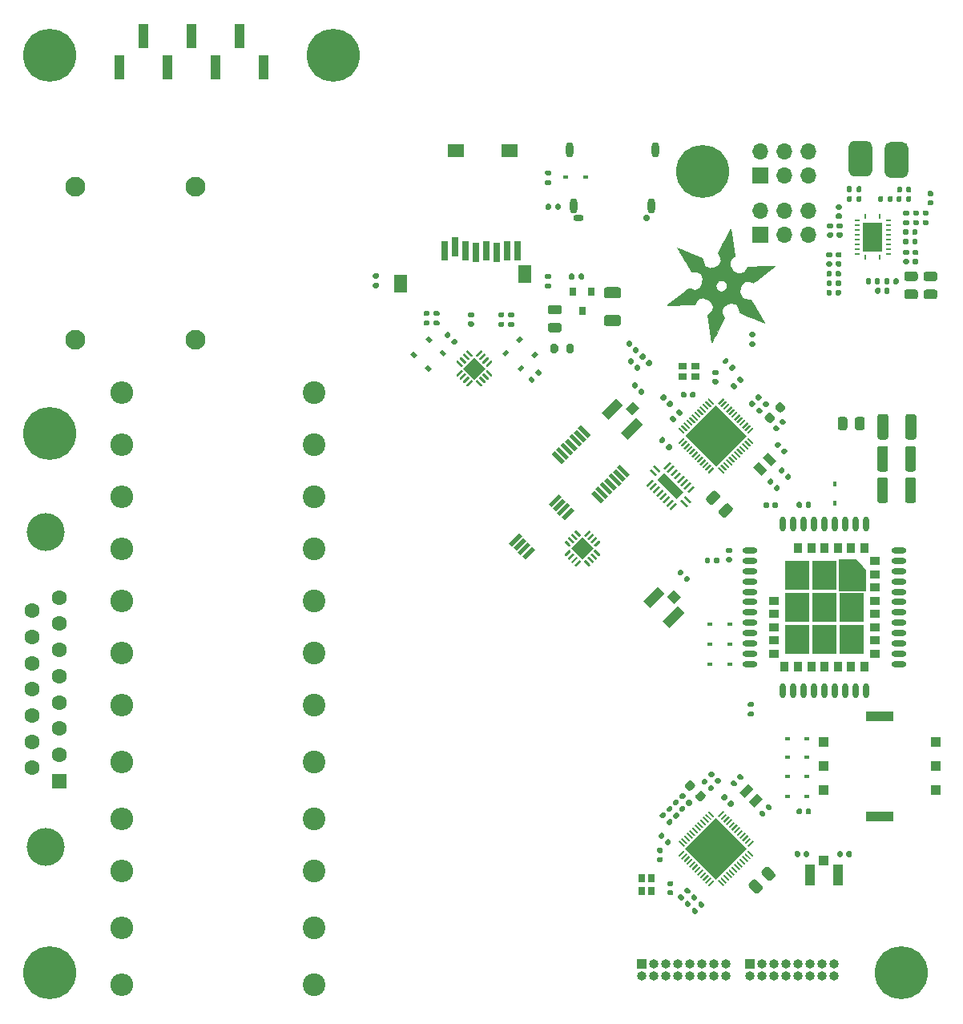
<source format=gbr>
%TF.GenerationSoftware,KiCad,Pcbnew,(5.1.9)-1*%
%TF.CreationDate,2021-07-25T18:06:36+01:00*%
%TF.ProjectId,P205,50323035-2e6b-4696-9361-645f70636258,rev?*%
%TF.SameCoordinates,Original*%
%TF.FileFunction,Soldermask,Bot*%
%TF.FilePolarity,Negative*%
%FSLAX46Y46*%
G04 Gerber Fmt 4.6, Leading zero omitted, Abs format (unit mm)*
G04 Created by KiCad (PCBNEW (5.1.9)-1) date 2021-07-25 18:06:36*
%MOMM*%
%LPD*%
G01*
G04 APERTURE LIST*
%ADD10C,0.010000*%
%ADD11R,0.750000X0.850000*%
%ADD12C,0.100000*%
%ADD13R,0.850000X0.750000*%
%ADD14R,2.600000X3.100000*%
%ADD15R,0.900000X1.100000*%
%ADD16R,1.100000X0.900000*%
%ADD17O,0.600000X1.600000*%
%ADD18O,1.600000X0.600000*%
%ADD19R,1.800000X1.400000*%
%ADD20R,0.800000X2.000000*%
%ADD21R,1.400000X1.900000*%
%ADD22R,2.050000X3.050000*%
%ADD23R,0.240000X0.600000*%
%ADD24R,0.600000X0.240000*%
%ADD25C,2.100000*%
%ADD26O,2.400000X2.400000*%
%ADD27C,2.400000*%
%ADD28C,5.600000*%
%ADD29C,3.600000*%
%ADD30R,1.000000X2.510000*%
%ADD31R,3.000000X1.000000*%
%ADD32R,1.100000X1.000000*%
%ADD33C,0.600000*%
%ADD34R,0.800000X0.900000*%
%ADD35O,1.700000X1.700000*%
%ADD36R,1.700000X1.700000*%
%ADD37O,1.000000X1.000000*%
%ADD38R,1.000000X1.000000*%
%ADD39R,1.000000X1.050000*%
%ADD40R,1.050000X2.200000*%
%ADD41C,0.700000*%
%ADD42O,1.100000X0.700000*%
%ADD43O,0.800000X1.600000*%
%ADD44C,4.000000*%
%ADD45C,1.600000*%
%ADD46R,1.600000X1.600000*%
%ADD47R,0.600000X0.450000*%
%ADD48R,0.450000X0.600000*%
G04 APERTURE END LIST*
D10*
%TO.C,U8*%
G36*
X243400000Y-79600000D02*
G01*
X246200000Y-79600000D01*
X246200000Y-77330000D01*
X245170000Y-76300000D01*
X243400000Y-76300000D01*
X243400000Y-79600000D01*
G37*
X243400000Y-79600000D02*
X246200000Y-79600000D01*
X246200000Y-77330000D01*
X245170000Y-76300000D01*
X243400000Y-76300000D01*
X243400000Y-79600000D01*
%TO.C,NT1*%
G36*
X236658317Y-45263216D02*
G01*
X236587713Y-45263038D01*
X236477797Y-45264602D01*
X236334292Y-45267717D01*
X236162919Y-45272190D01*
X235969399Y-45277825D01*
X235759454Y-45284432D01*
X235538806Y-45291814D01*
X235313178Y-45299781D01*
X235088291Y-45308137D01*
X234869866Y-45316689D01*
X234663626Y-45325246D01*
X234475292Y-45333610D01*
X234310586Y-45341592D01*
X234175230Y-45348996D01*
X234133888Y-45351541D01*
X233790501Y-45373532D01*
X233698309Y-45507992D01*
X233604600Y-45643794D01*
X233533345Y-45744324D01*
X233478900Y-45816632D01*
X233435621Y-45867766D01*
X233397864Y-45904777D01*
X233359987Y-45934713D01*
X233352283Y-45940203D01*
X233238355Y-46000285D01*
X233099427Y-46044765D01*
X232959633Y-46067166D01*
X232880270Y-46066869D01*
X232708031Y-46028352D01*
X232529757Y-45949271D01*
X232355117Y-45837373D01*
X232193771Y-45700407D01*
X232055385Y-45546120D01*
X231949625Y-45382261D01*
X231907399Y-45286876D01*
X231864233Y-45114407D01*
X231865167Y-44950177D01*
X231911560Y-44790135D01*
X232004770Y-44630237D01*
X232146156Y-44466434D01*
X232200393Y-44413843D01*
X232363140Y-44261568D01*
X232059003Y-43425957D01*
X232043621Y-43427845D01*
X232037298Y-43415836D01*
X232038881Y-43393011D01*
X232047420Y-43394133D01*
X232060586Y-43421419D01*
X232059003Y-43425957D01*
X232363140Y-44261568D01*
X232379943Y-44245847D01*
X232038351Y-43307332D01*
X232022074Y-43299742D01*
X232029664Y-43283464D01*
X232045942Y-43291055D01*
X232038351Y-43307332D01*
X232379943Y-44245847D01*
X232400106Y-44226981D01*
X232018783Y-43179304D01*
X232002505Y-43171714D01*
X232010096Y-43155436D01*
X232026373Y-43163026D01*
X232018783Y-43179304D01*
X232400106Y-44226981D01*
X232403949Y-44223384D01*
X232393245Y-44133867D01*
X231999215Y-43051276D01*
X231982937Y-43043685D01*
X231990527Y-43027408D01*
X232006805Y-43034998D01*
X231999215Y-43051276D01*
X232393245Y-44133867D01*
X232380022Y-44023270D01*
X231979646Y-42923248D01*
X231963368Y-42915657D01*
X231970959Y-42899379D01*
X231987237Y-42906970D01*
X231979646Y-42923248D01*
X232380022Y-44023270D01*
X232364593Y-43894237D01*
X231969848Y-42809684D01*
X231954466Y-42811572D01*
X231948144Y-42799563D01*
X231949727Y-42776738D01*
X231958265Y-42777859D01*
X231971432Y-42805146D01*
X231969848Y-42809684D01*
X232364593Y-43894237D01*
X232355458Y-43817838D01*
X232351026Y-43782695D01*
X231950280Y-42681656D01*
X231934898Y-42683543D01*
X231928575Y-42671535D01*
X231930158Y-42648710D01*
X231938697Y-42649831D01*
X231951863Y-42677117D01*
X231950280Y-42681656D01*
X232351026Y-43782695D01*
X232334953Y-43655278D01*
X232308694Y-43460406D01*
X232307676Y-43453178D01*
X232220610Y-43213966D01*
X232204332Y-43206375D01*
X232211922Y-43190098D01*
X232228200Y-43197688D01*
X232220610Y-43213966D01*
X232307676Y-43453178D01*
X232290591Y-43331973D01*
X232201041Y-43085937D01*
X232184763Y-43078347D01*
X232192354Y-43062069D01*
X232208632Y-43069660D01*
X232201041Y-43085937D01*
X232290591Y-43331973D01*
X232279181Y-43251032D01*
X232273105Y-43209666D01*
X232172786Y-42934041D01*
X232156508Y-42926451D01*
X232164098Y-42910173D01*
X232180376Y-42917763D01*
X232172786Y-42934041D01*
X232273105Y-43209666D01*
X232254813Y-43085145D01*
X232153217Y-42806013D01*
X232136939Y-42798422D01*
X232144530Y-42782145D01*
X232160808Y-42789735D01*
X232153217Y-42806013D01*
X232254813Y-43085145D01*
X232248911Y-43044968D01*
X232226831Y-42900855D01*
X232215711Y-42829184D01*
X232122768Y-42573824D01*
X232106490Y-42566234D01*
X232114080Y-42549956D01*
X232130358Y-42557547D01*
X232122768Y-42573824D01*
X232215711Y-42829184D01*
X232195230Y-42697175D01*
X232159743Y-42465167D01*
X232123646Y-42226463D01*
X232090218Y-42002693D01*
X232072036Y-41879339D01*
X232048662Y-41724690D01*
X232026609Y-41588116D01*
X232007226Y-41477250D01*
X231991863Y-41399728D01*
X231981868Y-41363182D01*
X231980509Y-41361391D01*
X231963828Y-41380038D01*
X231928869Y-41436639D01*
X231879937Y-41523647D01*
X231821343Y-41633514D01*
X231785883Y-41702278D01*
X231712701Y-41845125D01*
X231624229Y-42016670D01*
X231528876Y-42200680D01*
X231435047Y-42380919D01*
X231376795Y-42492295D01*
X231287524Y-42663357D01*
X231184376Y-42862267D01*
X231076383Y-43071531D01*
X230972576Y-43273656D01*
X230897598Y-43420456D01*
X230649730Y-43907355D01*
X230700039Y-44010679D01*
X230790474Y-44200903D01*
X230857572Y-44354778D01*
X230903206Y-44480057D01*
X230929251Y-44584492D01*
X230937581Y-44675837D01*
X230930072Y-44761843D01*
X230908597Y-44850264D01*
X230905487Y-44860393D01*
X230831919Y-45015755D01*
X230715492Y-45159802D01*
X230563934Y-45285867D01*
X230384974Y-45387286D01*
X230225658Y-45446671D01*
X230000324Y-45493383D01*
X229789951Y-45498976D01*
X229599635Y-45464076D01*
X229434472Y-45389309D01*
X229367932Y-45341357D01*
X229312692Y-45292235D01*
X229272303Y-45243726D01*
X229238075Y-45181673D01*
X229201322Y-45091922D01*
X229180881Y-45036635D01*
X229138851Y-44914669D01*
X229098585Y-44786870D01*
X229067657Y-44677481D01*
X229063378Y-44660435D01*
X229024060Y-44499050D01*
X228505571Y-44278975D01*
X228320290Y-44200579D01*
X228104558Y-44109698D01*
X227874866Y-44013256D01*
X227647710Y-43918177D01*
X227439585Y-43831383D01*
X227401901Y-43815714D01*
X227225774Y-43742507D01*
X227051600Y-43670087D01*
X226889249Y-43602560D01*
X226748592Y-43544032D01*
X226639498Y-43498609D01*
X226596195Y-43480562D01*
X226500258Y-43442402D01*
X226423770Y-43415470D01*
X226377312Y-43403310D01*
X226368348Y-43404291D01*
X226378844Y-43429677D01*
X226412371Y-43491457D01*
X226465056Y-43582934D01*
X226533026Y-43697410D01*
X226612408Y-43828191D01*
X226631449Y-43859185D01*
X226732430Y-44023571D01*
X226849994Y-44215569D01*
X226974451Y-44419316D01*
X227096109Y-44618947D01*
X227204052Y-44796572D01*
X227305046Y-44961896D01*
X227410883Y-45133087D01*
X227514173Y-45298342D01*
X227607529Y-45445849D01*
X227683562Y-45563801D01*
X227695310Y-45581698D01*
X227884385Y-45868632D01*
X228162430Y-45883671D01*
X228389055Y-45910013D01*
X228575147Y-45963679D01*
X228724333Y-46046893D01*
X228745224Y-46067615D01*
X228143405Y-44414131D01*
X228040318Y-44372262D01*
X227967563Y-44341093D01*
X227936040Y-44322610D01*
X227938997Y-44312835D01*
X227939263Y-44312737D01*
X227964046Y-44321812D01*
X228017743Y-44347867D01*
X228026049Y-44352185D01*
X227933151Y-44096951D01*
X227918633Y-44095522D01*
X227896486Y-44088483D01*
X227846699Y-44067151D01*
X227841200Y-44051542D01*
X227845245Y-44049625D01*
X227871106Y-44058684D01*
X227902217Y-44076191D01*
X227933151Y-44096951D01*
X228026049Y-44352185D01*
X228045068Y-44362075D01*
X228143405Y-44414131D01*
X228745224Y-46067615D01*
X228840245Y-46161873D01*
X228926511Y-46310839D01*
X228947742Y-46364103D01*
X228991025Y-46544290D01*
X229001772Y-46745089D01*
X228982406Y-46954351D01*
X228935351Y-47159931D01*
X228863028Y-47349679D01*
X228767862Y-47511447D01*
X228703849Y-47586962D01*
X228603115Y-47665331D01*
X228474235Y-47733039D01*
X228339863Y-47779533D01*
X228260847Y-47793334D01*
X228212431Y-47795595D01*
X228161251Y-47792698D01*
X228098450Y-47782869D01*
X228015174Y-47764335D01*
X227902567Y-47735326D01*
X227751775Y-47694066D01*
X227717956Y-47684662D01*
X227560903Y-47640920D01*
X227283765Y-47844931D01*
X227184588Y-47918841D01*
X227060938Y-48012433D01*
X226917322Y-48122177D01*
X226758247Y-48244546D01*
X226588221Y-48376009D01*
X226411747Y-48513040D01*
X226233337Y-48652110D01*
X226057492Y-48789689D01*
X225888722Y-48922250D01*
X225731534Y-49046266D01*
X225590433Y-49158205D01*
X225469926Y-49254542D01*
X225374521Y-49331746D01*
X225308723Y-49386291D01*
X225277041Y-49414646D01*
X225274855Y-49417769D01*
X225300491Y-49419809D01*
X225371936Y-49420077D01*
X225484238Y-49418686D01*
X225632442Y-49415745D01*
X225811593Y-49411365D01*
X226016738Y-49405658D01*
X226242919Y-49398734D01*
X226485185Y-49390704D01*
X226488081Y-49390605D01*
X226740581Y-49381659D01*
X226801597Y-49379374D01*
X226496454Y-48541002D01*
X226473630Y-48539420D01*
X226474751Y-48530881D01*
X226502037Y-48517715D01*
X226506576Y-48519298D01*
X226508463Y-48534680D01*
X226496454Y-48541002D01*
X226801597Y-49379374D01*
X226985355Y-49372494D01*
X227081526Y-49368695D01*
X226790507Y-48569126D01*
X226774229Y-48561535D01*
X226781820Y-48545258D01*
X226798097Y-48552848D01*
X226790507Y-48569126D01*
X227081526Y-49368695D01*
X227216108Y-49363380D01*
X227361201Y-49357318D01*
X226936875Y-48191491D01*
X226914051Y-48189909D01*
X226915172Y-48181370D01*
X226942458Y-48168204D01*
X226946997Y-48169787D01*
X226948884Y-48185169D01*
X226936875Y-48191491D01*
X227361201Y-49357318D01*
X227426547Y-49354588D01*
X227454361Y-49353346D01*
X227011727Y-48137217D01*
X226995449Y-48129627D01*
X227003039Y-48113349D01*
X227019317Y-48120939D01*
X227011727Y-48137217D01*
X227454361Y-49353346D01*
X227534155Y-49349785D01*
X227074644Y-48087287D01*
X227058366Y-48079696D01*
X227065957Y-48063419D01*
X227082234Y-48071009D01*
X227074644Y-48087287D01*
X227534155Y-49349785D01*
X227610375Y-49346385D01*
X227613945Y-49346210D01*
X227137561Y-48037357D01*
X227121283Y-48029766D01*
X227128874Y-48013489D01*
X227145152Y-48021079D01*
X227137561Y-48037357D01*
X227613945Y-49346210D01*
X227720184Y-49341043D01*
X227293845Y-48169685D01*
X227277567Y-48162094D01*
X227285158Y-48145817D01*
X227301436Y-48153407D01*
X227293845Y-48169685D01*
X227720184Y-49341043D01*
X227761300Y-49339043D01*
X227799768Y-49336904D01*
X227356762Y-48119755D01*
X227340485Y-48112164D01*
X227348075Y-48095887D01*
X227364353Y-48103477D01*
X227356762Y-48119755D01*
X227799768Y-49336904D01*
X227873026Y-49332831D01*
X227879218Y-49332395D01*
X227419680Y-48069825D01*
X227403402Y-48062234D01*
X227410992Y-48045956D01*
X227427270Y-48053547D01*
X227419680Y-48069825D01*
X227879218Y-49332395D01*
X227931929Y-49328689D01*
X228167787Y-49308322D01*
X228237712Y-49203380D01*
X228350197Y-49038617D01*
X228444352Y-48911960D01*
X228526761Y-48817244D01*
X228604010Y-48748304D01*
X228682685Y-48698975D01*
X228769370Y-48663093D01*
X228836066Y-48643278D01*
X229016611Y-48621207D01*
X229205448Y-48647016D01*
X229398653Y-48719271D01*
X229592307Y-48836542D01*
X229768360Y-48983781D01*
X229857736Y-49072736D01*
X229920525Y-49147598D01*
X229969552Y-49226323D01*
X230017641Y-49326871D01*
X230024397Y-49342264D01*
X230068333Y-49448683D01*
X230093066Y-49528419D01*
X230102761Y-49599892D01*
X230101584Y-49681526D01*
X230101488Y-49683204D01*
X230072532Y-49841587D01*
X230002289Y-49995032D01*
X229887771Y-50148660D01*
X229749954Y-50286315D01*
X229559088Y-50458204D01*
X229604389Y-50824627D01*
X229618612Y-50933839D01*
X229639366Y-51085083D01*
X229665475Y-51270186D01*
X229695762Y-51480969D01*
X229729053Y-51709252D01*
X229764172Y-51946859D01*
X229799941Y-52185613D01*
X229802580Y-52203091D01*
X229836195Y-52425936D01*
X229867600Y-52634801D01*
X229895944Y-52823958D01*
X229920372Y-52987676D01*
X229940029Y-53120227D01*
X229954061Y-53215880D01*
X229961615Y-53268907D01*
X229962534Y-53276026D01*
X229974887Y-53316832D01*
X229990381Y-53319950D01*
X230007737Y-53293025D01*
X230045291Y-53226158D01*
X230100265Y-53124717D01*
X230169876Y-52994064D01*
X230251343Y-52839565D01*
X230341888Y-52666586D01*
X230438730Y-52480490D01*
X230539087Y-52286645D01*
X230640179Y-52090412D01*
X230739226Y-51897159D01*
X230833448Y-51712249D01*
X230900166Y-51580377D01*
X228313023Y-44472260D01*
X228298505Y-44470832D01*
X228276358Y-44463793D01*
X228226572Y-44442460D01*
X228221072Y-44426852D01*
X228225118Y-44424935D01*
X228250979Y-44433994D01*
X228282090Y-44451501D01*
X228313023Y-44472260D01*
X230900166Y-51580377D01*
X230920063Y-51541049D01*
X230939508Y-51502245D01*
X228299601Y-44249160D01*
X228196514Y-44207290D01*
X228123759Y-44176121D01*
X228092236Y-44157639D01*
X228095194Y-44147864D01*
X228095459Y-44147765D01*
X228120243Y-44156841D01*
X228173939Y-44182896D01*
X228201264Y-44197103D01*
X228299601Y-44249160D01*
X230939508Y-51502245D01*
X230978651Y-51424128D01*
X230960304Y-51373719D01*
X230968028Y-51346184D01*
X230992511Y-51287655D01*
X231017501Y-51233809D01*
X231051472Y-51166519D01*
X231073698Y-51128282D01*
X228712029Y-44639650D01*
X228625331Y-44605677D01*
X228558476Y-44577182D01*
X228534746Y-44560167D01*
X228540748Y-44553326D01*
X228565764Y-44562353D01*
X228617599Y-44588246D01*
X228630276Y-44595073D01*
X228712029Y-44639650D01*
X231073698Y-51128282D01*
X231075614Y-51124984D01*
X231083386Y-51117768D01*
X231075663Y-51145303D01*
X231051180Y-51203831D01*
X231026188Y-51257677D01*
X230992218Y-51324967D01*
X230968076Y-51366502D01*
X230960304Y-51373719D01*
X230863910Y-51108880D01*
X230871218Y-51080150D01*
X230891579Y-51036370D01*
X230916123Y-50996221D01*
X230927935Y-50987729D01*
X230920629Y-51016458D01*
X230900266Y-51060238D01*
X230875723Y-51100387D01*
X230863910Y-51108880D01*
X230960304Y-51373719D01*
X230978651Y-51424128D01*
X230996291Y-51388923D01*
X231059352Y-51261234D01*
X231088197Y-51201739D01*
X231141690Y-51092295D01*
X228714135Y-44422643D01*
X228611048Y-44380774D01*
X228538293Y-44349605D01*
X228506771Y-44331122D01*
X228509728Y-44321347D01*
X228509993Y-44321249D01*
X228534777Y-44330324D01*
X228588473Y-44356379D01*
X228615798Y-44370587D01*
X228714135Y-44422643D01*
X231141690Y-51092295D01*
X231152211Y-51070769D01*
X231210138Y-50956617D01*
X231257953Y-50866874D01*
X231291629Y-50809132D01*
X231306080Y-50790898D01*
X231308667Y-50765883D01*
X231284223Y-50701533D01*
X231232218Y-50596513D01*
X231219467Y-50572394D01*
X231134075Y-50404834D01*
X231075314Y-50268623D01*
X231040899Y-50153346D01*
X231028544Y-50048586D01*
X231035964Y-49943928D01*
X231058417Y-49838297D01*
X231123076Y-49685096D01*
X231231120Y-49541604D01*
X231375238Y-49414241D01*
X231548119Y-49309436D01*
X231678223Y-49258672D01*
X231188909Y-47914293D01*
X231047922Y-47953404D01*
X230924859Y-47956520D01*
X230801024Y-47922852D01*
X230739760Y-47895341D01*
X230602806Y-47802124D01*
X230496447Y-47677028D01*
X230426752Y-47530347D01*
X230399790Y-47372376D01*
X230401186Y-47321014D01*
X230436209Y-47169212D01*
X230511090Y-47035061D01*
X230617492Y-46923393D01*
X230747072Y-46839042D01*
X230891493Y-46786841D01*
X231042417Y-46771621D01*
X231191502Y-46798217D01*
X231256346Y-46825408D01*
X231381675Y-46915382D01*
X231478955Y-47038153D01*
X231544079Y-47182471D01*
X231572937Y-47337083D01*
X231561424Y-47490740D01*
X231532121Y-47580792D01*
X231442653Y-47733206D01*
X231325045Y-47844721D01*
X231188909Y-47914293D01*
X231678223Y-49258672D01*
X231742454Y-49233611D01*
X231748480Y-49231867D01*
X231973688Y-49187031D01*
X232180379Y-49185127D01*
X232365232Y-49224601D01*
X232524929Y-49303897D01*
X232656148Y-49421465D01*
X232755573Y-49575747D01*
X232811285Y-49729476D01*
X232841839Y-49845211D01*
X232875092Y-49969157D01*
X232893670Y-50037367D01*
X232934187Y-50184801D01*
X233485737Y-50420388D01*
X233671649Y-50499437D01*
X233889498Y-50591474D01*
X234124237Y-50690180D01*
X234360815Y-50789234D01*
X234583595Y-50882068D01*
X233881320Y-48952584D01*
X233865938Y-48954472D01*
X233859615Y-48942463D01*
X233833553Y-48870859D01*
X233810729Y-48869277D01*
X233811850Y-48860738D01*
X233839136Y-48847572D01*
X233843675Y-48849155D01*
X233845562Y-48864537D01*
X233833553Y-48870859D01*
X233859615Y-48942463D01*
X233861198Y-48919639D01*
X233869737Y-48920760D01*
X233882903Y-48948046D01*
X233881320Y-48952584D01*
X234583595Y-50882068D01*
X234584183Y-50882314D01*
X234610125Y-50893074D01*
X233938854Y-49048773D01*
X233922576Y-49041183D01*
X233930167Y-49024905D01*
X233946445Y-49032496D01*
X233938854Y-49048773D01*
X234610125Y-50893074D01*
X234641961Y-50906280D01*
X234006159Y-49159427D01*
X233989881Y-49151837D01*
X233997472Y-49135559D01*
X233901911Y-48873009D01*
X233885633Y-48865418D01*
X233893224Y-48849141D01*
X233909502Y-48856731D01*
X233901911Y-48873009D01*
X233997472Y-49135559D01*
X234013749Y-49143149D01*
X234006159Y-49159427D01*
X234641961Y-50906280D01*
X234679105Y-50921688D01*
X234074547Y-49260677D01*
X234059165Y-49262565D01*
X234052842Y-49250556D01*
X234054425Y-49227731D01*
X234062964Y-49228853D01*
X234076130Y-49256139D01*
X234074547Y-49260677D01*
X234679105Y-50921688D01*
X234689717Y-50926090D01*
X234710938Y-50934884D01*
X234141852Y-49371331D01*
X234126470Y-49373219D01*
X234120147Y-49361210D01*
X234121730Y-49338385D01*
X234125536Y-49338884D01*
X233958335Y-48879502D01*
X233942057Y-48871912D01*
X233949648Y-48855634D01*
X233965925Y-48863225D01*
X233958335Y-48879502D01*
X234125536Y-49338884D01*
X234130268Y-49339506D01*
X234143435Y-49366793D01*
X234141852Y-49371331D01*
X234710938Y-50934884D01*
X234801126Y-50972257D01*
X234038627Y-48877309D01*
X234022349Y-48869718D01*
X234029939Y-48853440D01*
X234046217Y-48861031D01*
X234038627Y-48877309D01*
X234801126Y-50972257D01*
X234838263Y-50987648D01*
X234402383Y-49790077D01*
X234387001Y-49791965D01*
X234380679Y-49779956D01*
X234382262Y-49757131D01*
X234386068Y-49757631D01*
X234105931Y-48987962D01*
X234089654Y-48980372D01*
X234097244Y-48964094D01*
X234113522Y-48971685D01*
X234105931Y-48987962D01*
X234386068Y-49757631D01*
X234390800Y-49758253D01*
X234403967Y-49785539D01*
X234402383Y-49790077D01*
X234838263Y-50987648D01*
X234864789Y-50998641D01*
X234468605Y-49910134D01*
X234452327Y-49902544D01*
X234459918Y-49886266D01*
X234476195Y-49893857D01*
X234468605Y-49910134D01*
X234864789Y-50998641D01*
X234866949Y-50999537D01*
X234928472Y-51025079D01*
X234281784Y-49248319D01*
X234265506Y-49240728D01*
X234273097Y-49224450D01*
X234289374Y-49232041D01*
X234281784Y-49248319D01*
X234928472Y-51025079D01*
X235034769Y-51069213D01*
X235087700Y-51091233D01*
X234609620Y-49777719D01*
X234593343Y-49770128D01*
X234600933Y-49753851D01*
X234617211Y-49761441D01*
X234609620Y-49777719D01*
X235087700Y-51091233D01*
X235119554Y-51104486D01*
X234676925Y-49888372D01*
X234660647Y-49880782D01*
X234668238Y-49864504D01*
X234684515Y-49872095D01*
X234676925Y-49888372D01*
X235119554Y-51104486D01*
X235185668Y-51131992D01*
X235312138Y-51184746D01*
X235406673Y-51224348D01*
X235461744Y-51247664D01*
X235530446Y-51274236D01*
X235576777Y-51286512D01*
X235587922Y-51284968D01*
X235576224Y-51261645D01*
X235540748Y-51199954D01*
X235484446Y-51104726D01*
X235410269Y-50980789D01*
X235321169Y-50832973D01*
X235220098Y-50666111D01*
X235110007Y-50485031D01*
X234993850Y-50294565D01*
X234874576Y-50099542D01*
X234755139Y-49904792D01*
X234638488Y-49715147D01*
X234527579Y-49535436D01*
X234425361Y-49370489D01*
X234334786Y-49225137D01*
X234258806Y-49104211D01*
X234200374Y-49012538D01*
X234181333Y-48983250D01*
X234071670Y-48816139D01*
X233815900Y-48807182D01*
X233595027Y-48786078D01*
X233413123Y-48738474D01*
X233264722Y-48662487D01*
X233171977Y-48585596D01*
X233066652Y-48445072D01*
X232995166Y-48271042D01*
X232958864Y-48069055D01*
X232959092Y-47844654D01*
X232969511Y-47751289D01*
X233019782Y-47525711D01*
X233101206Y-47326615D01*
X233210334Y-47159584D01*
X233343717Y-47030197D01*
X233457973Y-46961042D01*
X233551664Y-46922402D01*
X233641983Y-46899119D01*
X233737954Y-46891685D01*
X233848604Y-46900592D01*
X233982958Y-46926332D01*
X234150043Y-46969400D01*
X234276453Y-47005734D01*
X234397564Y-47041424D01*
X234559198Y-46928525D01*
X234620523Y-46884063D01*
X234712142Y-46815438D01*
X234829587Y-46726148D01*
X234968389Y-46619691D01*
X235124077Y-46499566D01*
X235292182Y-46369271D01*
X235468235Y-46232307D01*
X235478647Y-46224179D01*
X235172542Y-45383164D01*
X235156265Y-45375573D01*
X235163855Y-45359296D01*
X235180133Y-45366886D01*
X235172542Y-45383164D01*
X235478647Y-46224179D01*
X235552321Y-46166672D01*
X235264768Y-45376627D01*
X235241944Y-45375045D01*
X235243065Y-45366506D01*
X235270351Y-45353340D01*
X235274890Y-45354923D01*
X235276777Y-45370305D01*
X235264768Y-45376627D01*
X235552321Y-46166672D01*
X235647767Y-46092170D01*
X235826308Y-45952358D01*
X235999389Y-45816374D01*
X236162540Y-45687711D01*
X236311292Y-45569871D01*
X236441176Y-45466352D01*
X236547723Y-45380653D01*
X236626462Y-45316272D01*
X236672925Y-45276707D01*
X236683887Y-45265333D01*
X236658317Y-45263216D01*
G37*
X236658317Y-45263216D02*
X236587713Y-45263038D01*
X236477797Y-45264602D01*
X236334292Y-45267717D01*
X236162919Y-45272190D01*
X235969399Y-45277825D01*
X235759454Y-45284432D01*
X235538806Y-45291814D01*
X235313178Y-45299781D01*
X235088291Y-45308137D01*
X234869866Y-45316689D01*
X234663626Y-45325246D01*
X234475292Y-45333610D01*
X234310586Y-45341592D01*
X234175230Y-45348996D01*
X234133888Y-45351541D01*
X233790501Y-45373532D01*
X233698309Y-45507992D01*
X233604600Y-45643794D01*
X233533345Y-45744324D01*
X233478900Y-45816632D01*
X233435621Y-45867766D01*
X233397864Y-45904777D01*
X233359987Y-45934713D01*
X233352283Y-45940203D01*
X233238355Y-46000285D01*
X233099427Y-46044765D01*
X232959633Y-46067166D01*
X232880270Y-46066869D01*
X232708031Y-46028352D01*
X232529757Y-45949271D01*
X232355117Y-45837373D01*
X232193771Y-45700407D01*
X232055385Y-45546120D01*
X231949625Y-45382261D01*
X231907399Y-45286876D01*
X231864233Y-45114407D01*
X231865167Y-44950177D01*
X231911560Y-44790135D01*
X232004770Y-44630237D01*
X232146156Y-44466434D01*
X232200393Y-44413843D01*
X232363140Y-44261568D01*
X232059003Y-43425957D01*
X232043621Y-43427845D01*
X232037298Y-43415836D01*
X232038881Y-43393011D01*
X232047420Y-43394133D01*
X232060586Y-43421419D01*
X232059003Y-43425957D01*
X232363140Y-44261568D01*
X232379943Y-44245847D01*
X232038351Y-43307332D01*
X232022074Y-43299742D01*
X232029664Y-43283464D01*
X232045942Y-43291055D01*
X232038351Y-43307332D01*
X232379943Y-44245847D01*
X232400106Y-44226981D01*
X232018783Y-43179304D01*
X232002505Y-43171714D01*
X232010096Y-43155436D01*
X232026373Y-43163026D01*
X232018783Y-43179304D01*
X232400106Y-44226981D01*
X232403949Y-44223384D01*
X232393245Y-44133867D01*
X231999215Y-43051276D01*
X231982937Y-43043685D01*
X231990527Y-43027408D01*
X232006805Y-43034998D01*
X231999215Y-43051276D01*
X232393245Y-44133867D01*
X232380022Y-44023270D01*
X231979646Y-42923248D01*
X231963368Y-42915657D01*
X231970959Y-42899379D01*
X231987237Y-42906970D01*
X231979646Y-42923248D01*
X232380022Y-44023270D01*
X232364593Y-43894237D01*
X231969848Y-42809684D01*
X231954466Y-42811572D01*
X231948144Y-42799563D01*
X231949727Y-42776738D01*
X231958265Y-42777859D01*
X231971432Y-42805146D01*
X231969848Y-42809684D01*
X232364593Y-43894237D01*
X232355458Y-43817838D01*
X232351026Y-43782695D01*
X231950280Y-42681656D01*
X231934898Y-42683543D01*
X231928575Y-42671535D01*
X231930158Y-42648710D01*
X231938697Y-42649831D01*
X231951863Y-42677117D01*
X231950280Y-42681656D01*
X232351026Y-43782695D01*
X232334953Y-43655278D01*
X232308694Y-43460406D01*
X232307676Y-43453178D01*
X232220610Y-43213966D01*
X232204332Y-43206375D01*
X232211922Y-43190098D01*
X232228200Y-43197688D01*
X232220610Y-43213966D01*
X232307676Y-43453178D01*
X232290591Y-43331973D01*
X232201041Y-43085937D01*
X232184763Y-43078347D01*
X232192354Y-43062069D01*
X232208632Y-43069660D01*
X232201041Y-43085937D01*
X232290591Y-43331973D01*
X232279181Y-43251032D01*
X232273105Y-43209666D01*
X232172786Y-42934041D01*
X232156508Y-42926451D01*
X232164098Y-42910173D01*
X232180376Y-42917763D01*
X232172786Y-42934041D01*
X232273105Y-43209666D01*
X232254813Y-43085145D01*
X232153217Y-42806013D01*
X232136939Y-42798422D01*
X232144530Y-42782145D01*
X232160808Y-42789735D01*
X232153217Y-42806013D01*
X232254813Y-43085145D01*
X232248911Y-43044968D01*
X232226831Y-42900855D01*
X232215711Y-42829184D01*
X232122768Y-42573824D01*
X232106490Y-42566234D01*
X232114080Y-42549956D01*
X232130358Y-42557547D01*
X232122768Y-42573824D01*
X232215711Y-42829184D01*
X232195230Y-42697175D01*
X232159743Y-42465167D01*
X232123646Y-42226463D01*
X232090218Y-42002693D01*
X232072036Y-41879339D01*
X232048662Y-41724690D01*
X232026609Y-41588116D01*
X232007226Y-41477250D01*
X231991863Y-41399728D01*
X231981868Y-41363182D01*
X231980509Y-41361391D01*
X231963828Y-41380038D01*
X231928869Y-41436639D01*
X231879937Y-41523647D01*
X231821343Y-41633514D01*
X231785883Y-41702278D01*
X231712701Y-41845125D01*
X231624229Y-42016670D01*
X231528876Y-42200680D01*
X231435047Y-42380919D01*
X231376795Y-42492295D01*
X231287524Y-42663357D01*
X231184376Y-42862267D01*
X231076383Y-43071531D01*
X230972576Y-43273656D01*
X230897598Y-43420456D01*
X230649730Y-43907355D01*
X230700039Y-44010679D01*
X230790474Y-44200903D01*
X230857572Y-44354778D01*
X230903206Y-44480057D01*
X230929251Y-44584492D01*
X230937581Y-44675837D01*
X230930072Y-44761843D01*
X230908597Y-44850264D01*
X230905487Y-44860393D01*
X230831919Y-45015755D01*
X230715492Y-45159802D01*
X230563934Y-45285867D01*
X230384974Y-45387286D01*
X230225658Y-45446671D01*
X230000324Y-45493383D01*
X229789951Y-45498976D01*
X229599635Y-45464076D01*
X229434472Y-45389309D01*
X229367932Y-45341357D01*
X229312692Y-45292235D01*
X229272303Y-45243726D01*
X229238075Y-45181673D01*
X229201322Y-45091922D01*
X229180881Y-45036635D01*
X229138851Y-44914669D01*
X229098585Y-44786870D01*
X229067657Y-44677481D01*
X229063378Y-44660435D01*
X229024060Y-44499050D01*
X228505571Y-44278975D01*
X228320290Y-44200579D01*
X228104558Y-44109698D01*
X227874866Y-44013256D01*
X227647710Y-43918177D01*
X227439585Y-43831383D01*
X227401901Y-43815714D01*
X227225774Y-43742507D01*
X227051600Y-43670087D01*
X226889249Y-43602560D01*
X226748592Y-43544032D01*
X226639498Y-43498609D01*
X226596195Y-43480562D01*
X226500258Y-43442402D01*
X226423770Y-43415470D01*
X226377312Y-43403310D01*
X226368348Y-43404291D01*
X226378844Y-43429677D01*
X226412371Y-43491457D01*
X226465056Y-43582934D01*
X226533026Y-43697410D01*
X226612408Y-43828191D01*
X226631449Y-43859185D01*
X226732430Y-44023571D01*
X226849994Y-44215569D01*
X226974451Y-44419316D01*
X227096109Y-44618947D01*
X227204052Y-44796572D01*
X227305046Y-44961896D01*
X227410883Y-45133087D01*
X227514173Y-45298342D01*
X227607529Y-45445849D01*
X227683562Y-45563801D01*
X227695310Y-45581698D01*
X227884385Y-45868632D01*
X228162430Y-45883671D01*
X228389055Y-45910013D01*
X228575147Y-45963679D01*
X228724333Y-46046893D01*
X228745224Y-46067615D01*
X228143405Y-44414131D01*
X228040318Y-44372262D01*
X227967563Y-44341093D01*
X227936040Y-44322610D01*
X227938997Y-44312835D01*
X227939263Y-44312737D01*
X227964046Y-44321812D01*
X228017743Y-44347867D01*
X228026049Y-44352185D01*
X227933151Y-44096951D01*
X227918633Y-44095522D01*
X227896486Y-44088483D01*
X227846699Y-44067151D01*
X227841200Y-44051542D01*
X227845245Y-44049625D01*
X227871106Y-44058684D01*
X227902217Y-44076191D01*
X227933151Y-44096951D01*
X228026049Y-44352185D01*
X228045068Y-44362075D01*
X228143405Y-44414131D01*
X228745224Y-46067615D01*
X228840245Y-46161873D01*
X228926511Y-46310839D01*
X228947742Y-46364103D01*
X228991025Y-46544290D01*
X229001772Y-46745089D01*
X228982406Y-46954351D01*
X228935351Y-47159931D01*
X228863028Y-47349679D01*
X228767862Y-47511447D01*
X228703849Y-47586962D01*
X228603115Y-47665331D01*
X228474235Y-47733039D01*
X228339863Y-47779533D01*
X228260847Y-47793334D01*
X228212431Y-47795595D01*
X228161251Y-47792698D01*
X228098450Y-47782869D01*
X228015174Y-47764335D01*
X227902567Y-47735326D01*
X227751775Y-47694066D01*
X227717956Y-47684662D01*
X227560903Y-47640920D01*
X227283765Y-47844931D01*
X227184588Y-47918841D01*
X227060938Y-48012433D01*
X226917322Y-48122177D01*
X226758247Y-48244546D01*
X226588221Y-48376009D01*
X226411747Y-48513040D01*
X226233337Y-48652110D01*
X226057492Y-48789689D01*
X225888722Y-48922250D01*
X225731534Y-49046266D01*
X225590433Y-49158205D01*
X225469926Y-49254542D01*
X225374521Y-49331746D01*
X225308723Y-49386291D01*
X225277041Y-49414646D01*
X225274855Y-49417769D01*
X225300491Y-49419809D01*
X225371936Y-49420077D01*
X225484238Y-49418686D01*
X225632442Y-49415745D01*
X225811593Y-49411365D01*
X226016738Y-49405658D01*
X226242919Y-49398734D01*
X226485185Y-49390704D01*
X226488081Y-49390605D01*
X226740581Y-49381659D01*
X226801597Y-49379374D01*
X226496454Y-48541002D01*
X226473630Y-48539420D01*
X226474751Y-48530881D01*
X226502037Y-48517715D01*
X226506576Y-48519298D01*
X226508463Y-48534680D01*
X226496454Y-48541002D01*
X226801597Y-49379374D01*
X226985355Y-49372494D01*
X227081526Y-49368695D01*
X226790507Y-48569126D01*
X226774229Y-48561535D01*
X226781820Y-48545258D01*
X226798097Y-48552848D01*
X226790507Y-48569126D01*
X227081526Y-49368695D01*
X227216108Y-49363380D01*
X227361201Y-49357318D01*
X226936875Y-48191491D01*
X226914051Y-48189909D01*
X226915172Y-48181370D01*
X226942458Y-48168204D01*
X226946997Y-48169787D01*
X226948884Y-48185169D01*
X226936875Y-48191491D01*
X227361201Y-49357318D01*
X227426547Y-49354588D01*
X227454361Y-49353346D01*
X227011727Y-48137217D01*
X226995449Y-48129627D01*
X227003039Y-48113349D01*
X227019317Y-48120939D01*
X227011727Y-48137217D01*
X227454361Y-49353346D01*
X227534155Y-49349785D01*
X227074644Y-48087287D01*
X227058366Y-48079696D01*
X227065957Y-48063419D01*
X227082234Y-48071009D01*
X227074644Y-48087287D01*
X227534155Y-49349785D01*
X227610375Y-49346385D01*
X227613945Y-49346210D01*
X227137561Y-48037357D01*
X227121283Y-48029766D01*
X227128874Y-48013489D01*
X227145152Y-48021079D01*
X227137561Y-48037357D01*
X227613945Y-49346210D01*
X227720184Y-49341043D01*
X227293845Y-48169685D01*
X227277567Y-48162094D01*
X227285158Y-48145817D01*
X227301436Y-48153407D01*
X227293845Y-48169685D01*
X227720184Y-49341043D01*
X227761300Y-49339043D01*
X227799768Y-49336904D01*
X227356762Y-48119755D01*
X227340485Y-48112164D01*
X227348075Y-48095887D01*
X227364353Y-48103477D01*
X227356762Y-48119755D01*
X227799768Y-49336904D01*
X227873026Y-49332831D01*
X227879218Y-49332395D01*
X227419680Y-48069825D01*
X227403402Y-48062234D01*
X227410992Y-48045956D01*
X227427270Y-48053547D01*
X227419680Y-48069825D01*
X227879218Y-49332395D01*
X227931929Y-49328689D01*
X228167787Y-49308322D01*
X228237712Y-49203380D01*
X228350197Y-49038617D01*
X228444352Y-48911960D01*
X228526761Y-48817244D01*
X228604010Y-48748304D01*
X228682685Y-48698975D01*
X228769370Y-48663093D01*
X228836066Y-48643278D01*
X229016611Y-48621207D01*
X229205448Y-48647016D01*
X229398653Y-48719271D01*
X229592307Y-48836542D01*
X229768360Y-48983781D01*
X229857736Y-49072736D01*
X229920525Y-49147598D01*
X229969552Y-49226323D01*
X230017641Y-49326871D01*
X230024397Y-49342264D01*
X230068333Y-49448683D01*
X230093066Y-49528419D01*
X230102761Y-49599892D01*
X230101584Y-49681526D01*
X230101488Y-49683204D01*
X230072532Y-49841587D01*
X230002289Y-49995032D01*
X229887771Y-50148660D01*
X229749954Y-50286315D01*
X229559088Y-50458204D01*
X229604389Y-50824627D01*
X229618612Y-50933839D01*
X229639366Y-51085083D01*
X229665475Y-51270186D01*
X229695762Y-51480969D01*
X229729053Y-51709252D01*
X229764172Y-51946859D01*
X229799941Y-52185613D01*
X229802580Y-52203091D01*
X229836195Y-52425936D01*
X229867600Y-52634801D01*
X229895944Y-52823958D01*
X229920372Y-52987676D01*
X229940029Y-53120227D01*
X229954061Y-53215880D01*
X229961615Y-53268907D01*
X229962534Y-53276026D01*
X229974887Y-53316832D01*
X229990381Y-53319950D01*
X230007737Y-53293025D01*
X230045291Y-53226158D01*
X230100265Y-53124717D01*
X230169876Y-52994064D01*
X230251343Y-52839565D01*
X230341888Y-52666586D01*
X230438730Y-52480490D01*
X230539087Y-52286645D01*
X230640179Y-52090412D01*
X230739226Y-51897159D01*
X230833448Y-51712249D01*
X230900166Y-51580377D01*
X228313023Y-44472260D01*
X228298505Y-44470832D01*
X228276358Y-44463793D01*
X228226572Y-44442460D01*
X228221072Y-44426852D01*
X228225118Y-44424935D01*
X228250979Y-44433994D01*
X228282090Y-44451501D01*
X228313023Y-44472260D01*
X230900166Y-51580377D01*
X230920063Y-51541049D01*
X230939508Y-51502245D01*
X228299601Y-44249160D01*
X228196514Y-44207290D01*
X228123759Y-44176121D01*
X228092236Y-44157639D01*
X228095194Y-44147864D01*
X228095459Y-44147765D01*
X228120243Y-44156841D01*
X228173939Y-44182896D01*
X228201264Y-44197103D01*
X228299601Y-44249160D01*
X230939508Y-51502245D01*
X230978651Y-51424128D01*
X230960304Y-51373719D01*
X230968028Y-51346184D01*
X230992511Y-51287655D01*
X231017501Y-51233809D01*
X231051472Y-51166519D01*
X231073698Y-51128282D01*
X228712029Y-44639650D01*
X228625331Y-44605677D01*
X228558476Y-44577182D01*
X228534746Y-44560167D01*
X228540748Y-44553326D01*
X228565764Y-44562353D01*
X228617599Y-44588246D01*
X228630276Y-44595073D01*
X228712029Y-44639650D01*
X231073698Y-51128282D01*
X231075614Y-51124984D01*
X231083386Y-51117768D01*
X231075663Y-51145303D01*
X231051180Y-51203831D01*
X231026188Y-51257677D01*
X230992218Y-51324967D01*
X230968076Y-51366502D01*
X230960304Y-51373719D01*
X230863910Y-51108880D01*
X230871218Y-51080150D01*
X230891579Y-51036370D01*
X230916123Y-50996221D01*
X230927935Y-50987729D01*
X230920629Y-51016458D01*
X230900266Y-51060238D01*
X230875723Y-51100387D01*
X230863910Y-51108880D01*
X230960304Y-51373719D01*
X230978651Y-51424128D01*
X230996291Y-51388923D01*
X231059352Y-51261234D01*
X231088197Y-51201739D01*
X231141690Y-51092295D01*
X228714135Y-44422643D01*
X228611048Y-44380774D01*
X228538293Y-44349605D01*
X228506771Y-44331122D01*
X228509728Y-44321347D01*
X228509993Y-44321249D01*
X228534777Y-44330324D01*
X228588473Y-44356379D01*
X228615798Y-44370587D01*
X228714135Y-44422643D01*
X231141690Y-51092295D01*
X231152211Y-51070769D01*
X231210138Y-50956617D01*
X231257953Y-50866874D01*
X231291629Y-50809132D01*
X231306080Y-50790898D01*
X231308667Y-50765883D01*
X231284223Y-50701533D01*
X231232218Y-50596513D01*
X231219467Y-50572394D01*
X231134075Y-50404834D01*
X231075314Y-50268623D01*
X231040899Y-50153346D01*
X231028544Y-50048586D01*
X231035964Y-49943928D01*
X231058417Y-49838297D01*
X231123076Y-49685096D01*
X231231120Y-49541604D01*
X231375238Y-49414241D01*
X231548119Y-49309436D01*
X231678223Y-49258672D01*
X231188909Y-47914293D01*
X231047922Y-47953404D01*
X230924859Y-47956520D01*
X230801024Y-47922852D01*
X230739760Y-47895341D01*
X230602806Y-47802124D01*
X230496447Y-47677028D01*
X230426752Y-47530347D01*
X230399790Y-47372376D01*
X230401186Y-47321014D01*
X230436209Y-47169212D01*
X230511090Y-47035061D01*
X230617492Y-46923393D01*
X230747072Y-46839042D01*
X230891493Y-46786841D01*
X231042417Y-46771621D01*
X231191502Y-46798217D01*
X231256346Y-46825408D01*
X231381675Y-46915382D01*
X231478955Y-47038153D01*
X231544079Y-47182471D01*
X231572937Y-47337083D01*
X231561424Y-47490740D01*
X231532121Y-47580792D01*
X231442653Y-47733206D01*
X231325045Y-47844721D01*
X231188909Y-47914293D01*
X231678223Y-49258672D01*
X231742454Y-49233611D01*
X231748480Y-49231867D01*
X231973688Y-49187031D01*
X232180379Y-49185127D01*
X232365232Y-49224601D01*
X232524929Y-49303897D01*
X232656148Y-49421465D01*
X232755573Y-49575747D01*
X232811285Y-49729476D01*
X232841839Y-49845211D01*
X232875092Y-49969157D01*
X232893670Y-50037367D01*
X232934187Y-50184801D01*
X233485737Y-50420388D01*
X233671649Y-50499437D01*
X233889498Y-50591474D01*
X234124237Y-50690180D01*
X234360815Y-50789234D01*
X234583595Y-50882068D01*
X233881320Y-48952584D01*
X233865938Y-48954472D01*
X233859615Y-48942463D01*
X233833553Y-48870859D01*
X233810729Y-48869277D01*
X233811850Y-48860738D01*
X233839136Y-48847572D01*
X233843675Y-48849155D01*
X233845562Y-48864537D01*
X233833553Y-48870859D01*
X233859615Y-48942463D01*
X233861198Y-48919639D01*
X233869737Y-48920760D01*
X233882903Y-48948046D01*
X233881320Y-48952584D01*
X234583595Y-50882068D01*
X234584183Y-50882314D01*
X234610125Y-50893074D01*
X233938854Y-49048773D01*
X233922576Y-49041183D01*
X233930167Y-49024905D01*
X233946445Y-49032496D01*
X233938854Y-49048773D01*
X234610125Y-50893074D01*
X234641961Y-50906280D01*
X234006159Y-49159427D01*
X233989881Y-49151837D01*
X233997472Y-49135559D01*
X233901911Y-48873009D01*
X233885633Y-48865418D01*
X233893224Y-48849141D01*
X233909502Y-48856731D01*
X233901911Y-48873009D01*
X233997472Y-49135559D01*
X234013749Y-49143149D01*
X234006159Y-49159427D01*
X234641961Y-50906280D01*
X234679105Y-50921688D01*
X234074547Y-49260677D01*
X234059165Y-49262565D01*
X234052842Y-49250556D01*
X234054425Y-49227731D01*
X234062964Y-49228853D01*
X234076130Y-49256139D01*
X234074547Y-49260677D01*
X234679105Y-50921688D01*
X234689717Y-50926090D01*
X234710938Y-50934884D01*
X234141852Y-49371331D01*
X234126470Y-49373219D01*
X234120147Y-49361210D01*
X234121730Y-49338385D01*
X234125536Y-49338884D01*
X233958335Y-48879502D01*
X233942057Y-48871912D01*
X233949648Y-48855634D01*
X233965925Y-48863225D01*
X233958335Y-48879502D01*
X234125536Y-49338884D01*
X234130268Y-49339506D01*
X234143435Y-49366793D01*
X234141852Y-49371331D01*
X234710938Y-50934884D01*
X234801126Y-50972257D01*
X234038627Y-48877309D01*
X234022349Y-48869718D01*
X234029939Y-48853440D01*
X234046217Y-48861031D01*
X234038627Y-48877309D01*
X234801126Y-50972257D01*
X234838263Y-50987648D01*
X234402383Y-49790077D01*
X234387001Y-49791965D01*
X234380679Y-49779956D01*
X234382262Y-49757131D01*
X234386068Y-49757631D01*
X234105931Y-48987962D01*
X234089654Y-48980372D01*
X234097244Y-48964094D01*
X234113522Y-48971685D01*
X234105931Y-48987962D01*
X234386068Y-49757631D01*
X234390800Y-49758253D01*
X234403967Y-49785539D01*
X234402383Y-49790077D01*
X234838263Y-50987648D01*
X234864789Y-50998641D01*
X234468605Y-49910134D01*
X234452327Y-49902544D01*
X234459918Y-49886266D01*
X234476195Y-49893857D01*
X234468605Y-49910134D01*
X234864789Y-50998641D01*
X234866949Y-50999537D01*
X234928472Y-51025079D01*
X234281784Y-49248319D01*
X234265506Y-49240728D01*
X234273097Y-49224450D01*
X234289374Y-49232041D01*
X234281784Y-49248319D01*
X234928472Y-51025079D01*
X235034769Y-51069213D01*
X235087700Y-51091233D01*
X234609620Y-49777719D01*
X234593343Y-49770128D01*
X234600933Y-49753851D01*
X234617211Y-49761441D01*
X234609620Y-49777719D01*
X235087700Y-51091233D01*
X235119554Y-51104486D01*
X234676925Y-49888372D01*
X234660647Y-49880782D01*
X234668238Y-49864504D01*
X234684515Y-49872095D01*
X234676925Y-49888372D01*
X235119554Y-51104486D01*
X235185668Y-51131992D01*
X235312138Y-51184746D01*
X235406673Y-51224348D01*
X235461744Y-51247664D01*
X235530446Y-51274236D01*
X235576777Y-51286512D01*
X235587922Y-51284968D01*
X235576224Y-51261645D01*
X235540748Y-51199954D01*
X235484446Y-51104726D01*
X235410269Y-50980789D01*
X235321169Y-50832973D01*
X235220098Y-50666111D01*
X235110007Y-50485031D01*
X234993850Y-50294565D01*
X234874576Y-50099542D01*
X234755139Y-49904792D01*
X234638488Y-49715147D01*
X234527579Y-49535436D01*
X234425361Y-49370489D01*
X234334786Y-49225137D01*
X234258806Y-49104211D01*
X234200374Y-49012538D01*
X234181333Y-48983250D01*
X234071670Y-48816139D01*
X233815900Y-48807182D01*
X233595027Y-48786078D01*
X233413123Y-48738474D01*
X233264722Y-48662487D01*
X233171977Y-48585596D01*
X233066652Y-48445072D01*
X232995166Y-48271042D01*
X232958864Y-48069055D01*
X232959092Y-47844654D01*
X232969511Y-47751289D01*
X233019782Y-47525711D01*
X233101206Y-47326615D01*
X233210334Y-47159584D01*
X233343717Y-47030197D01*
X233457973Y-46961042D01*
X233551664Y-46922402D01*
X233641983Y-46899119D01*
X233737954Y-46891685D01*
X233848604Y-46900592D01*
X233982958Y-46926332D01*
X234150043Y-46969400D01*
X234276453Y-47005734D01*
X234397564Y-47041424D01*
X234559198Y-46928525D01*
X234620523Y-46884063D01*
X234712142Y-46815438D01*
X234829587Y-46726148D01*
X234968389Y-46619691D01*
X235124077Y-46499566D01*
X235292182Y-46369271D01*
X235468235Y-46232307D01*
X235478647Y-46224179D01*
X235172542Y-45383164D01*
X235156265Y-45375573D01*
X235163855Y-45359296D01*
X235180133Y-45366886D01*
X235172542Y-45383164D01*
X235478647Y-46224179D01*
X235552321Y-46166672D01*
X235264768Y-45376627D01*
X235241944Y-45375045D01*
X235243065Y-45366506D01*
X235270351Y-45353340D01*
X235274890Y-45354923D01*
X235276777Y-45370305D01*
X235264768Y-45376627D01*
X235552321Y-46166672D01*
X235647767Y-46092170D01*
X235826308Y-45952358D01*
X235999389Y-45816374D01*
X236162540Y-45687711D01*
X236311292Y-45569871D01*
X236441176Y-45466352D01*
X236547723Y-45380653D01*
X236626462Y-45316272D01*
X236672925Y-45276707D01*
X236683887Y-45265333D01*
X236658317Y-45263216D01*
%TD*%
%TO.C,C114*%
G36*
G01*
X224355000Y-107725000D02*
X224695000Y-107725000D01*
G75*
G02*
X224835000Y-107865000I0J-140000D01*
G01*
X224835000Y-108145000D01*
G75*
G02*
X224695000Y-108285000I-140000J0D01*
G01*
X224355000Y-108285000D01*
G75*
G02*
X224215000Y-108145000I0J140000D01*
G01*
X224215000Y-107865000D01*
G75*
G02*
X224355000Y-107725000I140000J0D01*
G01*
G37*
G36*
G01*
X224355000Y-106765000D02*
X224695000Y-106765000D01*
G75*
G02*
X224835000Y-106905000I0J-140000D01*
G01*
X224835000Y-107185000D01*
G75*
G02*
X224695000Y-107325000I-140000J0D01*
G01*
X224355000Y-107325000D01*
G75*
G02*
X224215000Y-107185000I0J140000D01*
G01*
X224215000Y-106905000D01*
G75*
G02*
X224355000Y-106765000I140000J0D01*
G01*
G37*
%TD*%
D11*
%TO.C,X4*%
X223650000Y-111300000D03*
X223650000Y-109950000D03*
X222600000Y-109950000D03*
X222600000Y-111300000D03*
%TD*%
D12*
%TO.C,X3*%
G36*
X233897488Y-101916727D02*
G01*
X234816727Y-100997488D01*
X235382412Y-101563173D01*
X234463173Y-102482412D01*
X233897488Y-101916727D01*
G37*
G36*
X232907538Y-100926777D02*
G01*
X233826777Y-100007538D01*
X234392462Y-100573223D01*
X233473223Y-101492462D01*
X232907538Y-100926777D01*
G37*
%TD*%
D13*
%TO.C,X2*%
X226900000Y-56925000D03*
X228250000Y-56925000D03*
X228250000Y-55875000D03*
X226900000Y-55875000D03*
%TD*%
D12*
%TO.C,X1*%
G36*
X234917301Y-65964449D02*
G01*
X235836540Y-66883688D01*
X235270855Y-67449373D01*
X234351616Y-66530134D01*
X234917301Y-65964449D01*
G37*
G36*
X235907251Y-64974499D02*
G01*
X236826490Y-65893738D01*
X236260805Y-66459423D01*
X235341566Y-65540184D01*
X235907251Y-64974499D01*
G37*
%TD*%
D14*
%TO.C,U8*%
X241900000Y-77950000D03*
X239000000Y-77950000D03*
X244800000Y-81350000D03*
X241900000Y-81350000D03*
X239000000Y-81350000D03*
X244800000Y-84750000D03*
X241900000Y-84750000D03*
X239000000Y-84750000D03*
D15*
X246100000Y-75050000D03*
X244700000Y-75050000D03*
X243300000Y-75050000D03*
X241900000Y-75050000D03*
X240500000Y-75050000D03*
X239100000Y-75050000D03*
D16*
X236550000Y-80650000D03*
X236550000Y-82050000D03*
X236550000Y-83450000D03*
X236550000Y-84850000D03*
X236550000Y-86250000D03*
D15*
X237700000Y-87650000D03*
X239100000Y-87650000D03*
X240500000Y-87650000D03*
X241900000Y-87650000D03*
X243300000Y-87650000D03*
X244700000Y-87650000D03*
X246100000Y-87650000D03*
D16*
X247250000Y-86250000D03*
X247250000Y-84850000D03*
X247250000Y-83450000D03*
X247250000Y-82050000D03*
X247250000Y-80650000D03*
X247250000Y-79250000D03*
X247250000Y-77850000D03*
X247250000Y-76450000D03*
D17*
X246300000Y-72550000D03*
X245200000Y-72550000D03*
X244100000Y-72550000D03*
X243000000Y-72550000D03*
X241900000Y-72550000D03*
X240800000Y-72550000D03*
X239700000Y-72550000D03*
X238600000Y-72550000D03*
X237500000Y-72550000D03*
D18*
X234050000Y-75300000D03*
X234050000Y-76400000D03*
X234050000Y-77500000D03*
X234050000Y-78600000D03*
X234050000Y-79700000D03*
X234050000Y-80800000D03*
X234050000Y-81900000D03*
X234050000Y-83000000D03*
X234050000Y-84100000D03*
X234050000Y-85200000D03*
X234050000Y-86300000D03*
X234050000Y-87400000D03*
D17*
X237500000Y-90150000D03*
X238600000Y-90150000D03*
X239700000Y-90150000D03*
X240800000Y-90150000D03*
X241900000Y-90150000D03*
X243000000Y-90150000D03*
X244100000Y-90150000D03*
X245200000Y-90150000D03*
X246300000Y-90150000D03*
D18*
X249750000Y-87400000D03*
X249750000Y-86300000D03*
X249750000Y-85200000D03*
X249750000Y-84100000D03*
X249750000Y-83000000D03*
X249750000Y-81900000D03*
X249750000Y-80800000D03*
X249750000Y-79700000D03*
X249750000Y-78600000D03*
X249750000Y-77500000D03*
X249750000Y-76400000D03*
X249750000Y-75300000D03*
%TD*%
D19*
%TO.C,J1*%
X208640000Y-33100000D03*
X202940000Y-33100000D03*
D20*
X209450000Y-43650000D03*
X208350000Y-43650000D03*
X207250000Y-43850000D03*
X206150000Y-43650000D03*
X205050000Y-43850000D03*
X203950000Y-43650000D03*
X202850000Y-43250000D03*
X201750000Y-43650000D03*
D21*
X210240000Y-46150000D03*
X197090000Y-47150000D03*
%TD*%
D12*
%TO.C,IC6*%
G36*
X209938681Y-73850659D02*
G01*
X208895699Y-74893641D01*
X208577501Y-74575443D01*
X209620483Y-73532461D01*
X209938681Y-73850659D01*
G37*
G36*
X210398301Y-74310278D02*
G01*
X209355319Y-75353260D01*
X209037121Y-75035062D01*
X210080103Y-73992080D01*
X210398301Y-74310278D01*
G37*
G36*
X210857920Y-74769897D02*
G01*
X209814938Y-75812879D01*
X209496740Y-75494681D01*
X210539722Y-74451699D01*
X210857920Y-74769897D01*
G37*
G36*
X211317539Y-75229517D02*
G01*
X210274557Y-76272499D01*
X209956359Y-75954301D01*
X210999341Y-74911319D01*
X211317539Y-75229517D01*
G37*
G36*
X215472499Y-71074557D02*
G01*
X214429517Y-72117539D01*
X214111319Y-71799341D01*
X215154301Y-70756359D01*
X215472499Y-71074557D01*
G37*
G36*
X215012879Y-70614938D02*
G01*
X213969897Y-71657920D01*
X213651699Y-71339722D01*
X214694681Y-70296740D01*
X215012879Y-70614938D01*
G37*
G36*
X214553260Y-70155319D02*
G01*
X213510278Y-71198301D01*
X213192080Y-70880103D01*
X214235062Y-69837121D01*
X214553260Y-70155319D01*
G37*
G36*
X214093641Y-69695699D02*
G01*
X213050659Y-70738681D01*
X212732461Y-70420483D01*
X213775443Y-69377501D01*
X214093641Y-69695699D01*
G37*
%TD*%
%TO.C,IC4*%
G36*
X216888771Y-63449252D02*
G01*
X215845789Y-62406270D01*
X216163987Y-62088072D01*
X217206969Y-63131054D01*
X216888771Y-63449252D01*
G37*
G36*
X216429151Y-63908871D02*
G01*
X215386169Y-62865889D01*
X215704367Y-62547691D01*
X216747349Y-63590673D01*
X216429151Y-63908871D01*
G37*
G36*
X215969532Y-64368491D02*
G01*
X214926550Y-63325509D01*
X215244748Y-63007311D01*
X216287730Y-64050293D01*
X215969532Y-64368491D01*
G37*
G36*
X215509912Y-64828110D02*
G01*
X214466930Y-63785128D01*
X214785128Y-63466930D01*
X215828110Y-64509912D01*
X215509912Y-64828110D01*
G37*
G36*
X215050293Y-65287730D02*
G01*
X214007311Y-64244748D01*
X214325509Y-63926550D01*
X215368491Y-64969532D01*
X215050293Y-65287730D01*
G37*
G36*
X214590673Y-65747349D02*
G01*
X213547691Y-64704367D01*
X213865889Y-64386169D01*
X214908871Y-65429151D01*
X214590673Y-65747349D01*
G37*
G36*
X214131054Y-66206969D02*
G01*
X213088072Y-65163987D01*
X213406270Y-64845789D01*
X214449252Y-65888771D01*
X214131054Y-66206969D01*
G37*
G36*
X218286013Y-70361928D02*
G01*
X217243031Y-69318946D01*
X217561229Y-69000748D01*
X218604211Y-70043730D01*
X218286013Y-70361928D01*
G37*
G36*
X218745633Y-69902309D02*
G01*
X217702651Y-68859327D01*
X218020849Y-68541129D01*
X219063831Y-69584111D01*
X218745633Y-69902309D01*
G37*
G36*
X219205252Y-69442689D02*
G01*
X218162270Y-68399707D01*
X218480468Y-68081509D01*
X219523450Y-69124491D01*
X219205252Y-69442689D01*
G37*
G36*
X219664872Y-68983070D02*
G01*
X218621890Y-67940088D01*
X218940088Y-67621890D01*
X219983070Y-68664872D01*
X219664872Y-68983070D01*
G37*
G36*
X220124491Y-68523450D02*
G01*
X219081509Y-67480468D01*
X219399707Y-67162270D01*
X220442689Y-68205252D01*
X220124491Y-68523450D01*
G37*
G36*
X220584111Y-68063831D02*
G01*
X219541129Y-67020849D01*
X219859327Y-66702651D01*
X220902309Y-67745633D01*
X220584111Y-68063831D01*
G37*
G36*
X221043730Y-67604211D02*
G01*
X220000748Y-66561229D01*
X220318946Y-66243031D01*
X221361928Y-67286013D01*
X221043730Y-67604211D01*
G37*
%TD*%
D22*
%TO.C,IC3*%
X247000000Y-42225000D03*
D23*
X247750000Y-44375000D03*
D24*
X248650000Y-43975000D03*
X248650000Y-43475000D03*
X248650000Y-42975000D03*
X248650000Y-42475000D03*
X248650000Y-41975000D03*
X248650000Y-41475000D03*
X248650000Y-40975000D03*
X248650000Y-40475000D03*
D23*
X247750000Y-40075000D03*
X246250000Y-40075000D03*
D24*
X245350000Y-40475000D03*
X245350000Y-40975000D03*
X245350000Y-41475000D03*
X245350000Y-41975000D03*
X245350000Y-42475000D03*
X245350000Y-42975000D03*
X245350000Y-43475000D03*
X245350000Y-43975000D03*
D23*
X246250000Y-44375000D03*
%TD*%
D25*
%TO.C,J5*%
X175400000Y-36870000D03*
X162700000Y-36870000D03*
X175400000Y-53100000D03*
X162700000Y-53100000D03*
%TD*%
D26*
%TO.C,R18*%
X167680000Y-75200000D03*
D27*
X188000000Y-75200000D03*
%TD*%
D26*
%TO.C,R14*%
X167680000Y-69700000D03*
D27*
X188000000Y-69700000D03*
%TD*%
D26*
%TO.C,R15*%
X167680000Y-121200000D03*
D27*
X188000000Y-121200000D03*
%TD*%
D28*
%TO.C,H6*%
X190000000Y-23000000D03*
D29*
X190000000Y-23000000D03*
%TD*%
D28*
%TO.C,H5*%
X160000000Y-23000000D03*
D29*
X160000000Y-23000000D03*
%TD*%
D30*
%TO.C,J18*%
X182620000Y-24310000D03*
X177540000Y-24310000D03*
X172460000Y-24310000D03*
X167380000Y-24310000D03*
X180080000Y-21000000D03*
X175000000Y-21000000D03*
X169920000Y-21000000D03*
%TD*%
D31*
%TO.C,J10*%
X247725000Y-103425000D03*
X247725000Y-92825000D03*
D32*
X241825000Y-95585000D03*
X241825000Y-98125000D03*
X241825000Y-100665000D03*
X253625000Y-95585000D03*
X253625000Y-98125000D03*
X253625000Y-100665000D03*
%TD*%
D33*
%TO.C,NT1*%
X228582870Y-48212976D03*
X229034925Y-45654041D03*
X231418117Y-44808801D03*
X233467130Y-46437024D03*
X233015075Y-48995959D03*
X230572945Y-49883935D03*
X229779459Y-46988653D03*
X230215036Y-46320779D03*
X230959992Y-46036484D03*
X231729778Y-46244358D03*
X232230363Y-46865000D03*
X232270541Y-47661347D03*
X231834964Y-48329221D03*
X231090008Y-48613516D03*
X230320222Y-48405642D03*
X229819637Y-47785000D03*
D12*
G36*
X227569211Y-47625045D02*
G01*
X228184847Y-49316491D01*
X225245890Y-49428424D01*
X227569211Y-47625045D01*
G37*
G36*
X232432177Y-44204980D02*
G01*
X230659523Y-43892414D01*
X232032065Y-41291235D01*
X232432177Y-44204980D01*
G37*
G36*
X232938635Y-50183462D02*
G01*
X234095653Y-48804582D01*
X235662068Y-51293827D01*
X232938635Y-50183462D01*
G37*
G36*
X229035326Y-44462289D02*
G01*
X227878308Y-45841169D01*
X226311893Y-43351924D01*
X229035326Y-44462289D01*
G37*
G36*
X234415010Y-47048897D02*
G01*
X233799374Y-45357451D01*
X236738331Y-45245518D01*
X234415010Y-47048897D01*
G37*
G36*
X229574259Y-50471518D02*
G01*
X231346913Y-50784084D01*
X229974371Y-53385263D01*
X229574259Y-50471518D01*
G37*
%TD*%
%TO.C,J3*%
G36*
G01*
X246325000Y-35840000D02*
X245075000Y-35840000D01*
G75*
G02*
X244450000Y-35215000I0J625000D01*
G01*
X244450000Y-32665000D01*
G75*
G02*
X245075000Y-32040000I625000J0D01*
G01*
X246325000Y-32040000D01*
G75*
G02*
X246950000Y-32665000I0J-625000D01*
G01*
X246950000Y-35215000D01*
G75*
G02*
X246325000Y-35840000I-625000J0D01*
G01*
G37*
G36*
G01*
X250135000Y-35980000D02*
X248885000Y-35980000D01*
G75*
G02*
X248260000Y-35355000I0J625000D01*
G01*
X248260000Y-32805000D01*
G75*
G02*
X248885000Y-32180000I625000J0D01*
G01*
X250135000Y-32180000D01*
G75*
G02*
X250760000Y-32805000I0J-625000D01*
G01*
X250760000Y-35355000D01*
G75*
G02*
X250135000Y-35980000I-625000J0D01*
G01*
G37*
%TD*%
%TO.C,U18*%
G36*
X215122918Y-75125000D02*
G01*
X216325000Y-73922918D01*
X217527082Y-75125000D01*
X216325000Y-76327082D01*
X215122918Y-75125000D01*
G37*
G36*
G01*
X214424650Y-75787913D02*
X214919625Y-75292938D01*
G75*
G02*
X215008013Y-75292938I44194J-44194D01*
G01*
X215096402Y-75381327D01*
G75*
G02*
X215096402Y-75469715I-44194J-44194D01*
G01*
X214601427Y-75964690D01*
G75*
G02*
X214513039Y-75964690I-44194J44194D01*
G01*
X214424650Y-75876301D01*
G75*
G02*
X214424650Y-75787913I44194J44194D01*
G01*
G37*
G36*
G01*
X214778204Y-76141466D02*
X215273179Y-75646491D01*
G75*
G02*
X215361567Y-75646491I44194J-44194D01*
G01*
X215449956Y-75734880D01*
G75*
G02*
X215449956Y-75823268I-44194J-44194D01*
G01*
X214954981Y-76318243D01*
G75*
G02*
X214866593Y-76318243I-44194J44194D01*
G01*
X214778204Y-76229854D01*
G75*
G02*
X214778204Y-76141466I44194J44194D01*
G01*
G37*
G36*
G01*
X215131757Y-76495019D02*
X215626732Y-76000044D01*
G75*
G02*
X215715120Y-76000044I44194J-44194D01*
G01*
X215803509Y-76088433D01*
G75*
G02*
X215803509Y-76176821I-44194J-44194D01*
G01*
X215308534Y-76671796D01*
G75*
G02*
X215220146Y-76671796I-44194J44194D01*
G01*
X215131757Y-76583407D01*
G75*
G02*
X215131757Y-76495019I44194J44194D01*
G01*
G37*
G36*
G01*
X215485310Y-76848573D02*
X215980285Y-76353598D01*
G75*
G02*
X216068673Y-76353598I44194J-44194D01*
G01*
X216157062Y-76441987D01*
G75*
G02*
X216157062Y-76530375I-44194J-44194D01*
G01*
X215662087Y-77025350D01*
G75*
G02*
X215573699Y-77025350I-44194J44194D01*
G01*
X215485310Y-76936961D01*
G75*
G02*
X215485310Y-76848573I44194J44194D01*
G01*
G37*
G36*
G01*
X216492938Y-76441987D02*
X216581327Y-76353598D01*
G75*
G02*
X216669715Y-76353598I44194J-44194D01*
G01*
X217164690Y-76848573D01*
G75*
G02*
X217164690Y-76936961I-44194J-44194D01*
G01*
X217076301Y-77025350D01*
G75*
G02*
X216987913Y-77025350I-44194J44194D01*
G01*
X216492938Y-76530375D01*
G75*
G02*
X216492938Y-76441987I44194J44194D01*
G01*
G37*
G36*
G01*
X216846491Y-76088433D02*
X216934880Y-76000044D01*
G75*
G02*
X217023268Y-76000044I44194J-44194D01*
G01*
X217518243Y-76495019D01*
G75*
G02*
X217518243Y-76583407I-44194J-44194D01*
G01*
X217429854Y-76671796D01*
G75*
G02*
X217341466Y-76671796I-44194J44194D01*
G01*
X216846491Y-76176821D01*
G75*
G02*
X216846491Y-76088433I44194J44194D01*
G01*
G37*
G36*
G01*
X217200044Y-75734880D02*
X217288433Y-75646491D01*
G75*
G02*
X217376821Y-75646491I44194J-44194D01*
G01*
X217871796Y-76141466D01*
G75*
G02*
X217871796Y-76229854I-44194J-44194D01*
G01*
X217783407Y-76318243D01*
G75*
G02*
X217695019Y-76318243I-44194J44194D01*
G01*
X217200044Y-75823268D01*
G75*
G02*
X217200044Y-75734880I44194J44194D01*
G01*
G37*
G36*
G01*
X217553598Y-75381327D02*
X217641987Y-75292938D01*
G75*
G02*
X217730375Y-75292938I44194J-44194D01*
G01*
X218225350Y-75787913D01*
G75*
G02*
X218225350Y-75876301I-44194J-44194D01*
G01*
X218136961Y-75964690D01*
G75*
G02*
X218048573Y-75964690I-44194J44194D01*
G01*
X217553598Y-75469715D01*
G75*
G02*
X217553598Y-75381327I44194J44194D01*
G01*
G37*
G36*
G01*
X217553598Y-74780285D02*
X218048573Y-74285310D01*
G75*
G02*
X218136961Y-74285310I44194J-44194D01*
G01*
X218225350Y-74373699D01*
G75*
G02*
X218225350Y-74462087I-44194J-44194D01*
G01*
X217730375Y-74957062D01*
G75*
G02*
X217641987Y-74957062I-44194J44194D01*
G01*
X217553598Y-74868673D01*
G75*
G02*
X217553598Y-74780285I44194J44194D01*
G01*
G37*
G36*
G01*
X217200044Y-74426732D02*
X217695019Y-73931757D01*
G75*
G02*
X217783407Y-73931757I44194J-44194D01*
G01*
X217871796Y-74020146D01*
G75*
G02*
X217871796Y-74108534I-44194J-44194D01*
G01*
X217376821Y-74603509D01*
G75*
G02*
X217288433Y-74603509I-44194J44194D01*
G01*
X217200044Y-74515120D01*
G75*
G02*
X217200044Y-74426732I44194J44194D01*
G01*
G37*
G36*
G01*
X216846491Y-74073179D02*
X217341466Y-73578204D01*
G75*
G02*
X217429854Y-73578204I44194J-44194D01*
G01*
X217518243Y-73666593D01*
G75*
G02*
X217518243Y-73754981I-44194J-44194D01*
G01*
X217023268Y-74249956D01*
G75*
G02*
X216934880Y-74249956I-44194J44194D01*
G01*
X216846491Y-74161567D01*
G75*
G02*
X216846491Y-74073179I44194J44194D01*
G01*
G37*
G36*
G01*
X216492938Y-73719625D02*
X216987913Y-73224650D01*
G75*
G02*
X217076301Y-73224650I44194J-44194D01*
G01*
X217164690Y-73313039D01*
G75*
G02*
X217164690Y-73401427I-44194J-44194D01*
G01*
X216669715Y-73896402D01*
G75*
G02*
X216581327Y-73896402I-44194J44194D01*
G01*
X216492938Y-73808013D01*
G75*
G02*
X216492938Y-73719625I44194J44194D01*
G01*
G37*
G36*
G01*
X215485310Y-73313039D02*
X215573699Y-73224650D01*
G75*
G02*
X215662087Y-73224650I44194J-44194D01*
G01*
X216157062Y-73719625D01*
G75*
G02*
X216157062Y-73808013I-44194J-44194D01*
G01*
X216068673Y-73896402D01*
G75*
G02*
X215980285Y-73896402I-44194J44194D01*
G01*
X215485310Y-73401427D01*
G75*
G02*
X215485310Y-73313039I44194J44194D01*
G01*
G37*
G36*
G01*
X215131757Y-73666593D02*
X215220146Y-73578204D01*
G75*
G02*
X215308534Y-73578204I44194J-44194D01*
G01*
X215803509Y-74073179D01*
G75*
G02*
X215803509Y-74161567I-44194J-44194D01*
G01*
X215715120Y-74249956D01*
G75*
G02*
X215626732Y-74249956I-44194J44194D01*
G01*
X215131757Y-73754981D01*
G75*
G02*
X215131757Y-73666593I44194J44194D01*
G01*
G37*
G36*
G01*
X214778204Y-74020146D02*
X214866593Y-73931757D01*
G75*
G02*
X214954981Y-73931757I44194J-44194D01*
G01*
X215449956Y-74426732D01*
G75*
G02*
X215449956Y-74515120I-44194J-44194D01*
G01*
X215361567Y-74603509D01*
G75*
G02*
X215273179Y-74603509I-44194J44194D01*
G01*
X214778204Y-74108534D01*
G75*
G02*
X214778204Y-74020146I44194J44194D01*
G01*
G37*
G36*
G01*
X214424650Y-74373699D02*
X214513039Y-74285310D01*
G75*
G02*
X214601427Y-74285310I44194J-44194D01*
G01*
X215096402Y-74780285D01*
G75*
G02*
X215096402Y-74868673I-44194J-44194D01*
G01*
X215008013Y-74957062D01*
G75*
G02*
X214919625Y-74957062I-44194J44194D01*
G01*
X214424650Y-74462087D01*
G75*
G02*
X214424650Y-74373699I44194J44194D01*
G01*
G37*
%TD*%
%TO.C,U17*%
G36*
X204900000Y-57302082D02*
G01*
X203697918Y-56100000D01*
X204900000Y-54897918D01*
X206102082Y-56100000D01*
X204900000Y-57302082D01*
G37*
G36*
G01*
X205562913Y-58000350D02*
X205067938Y-57505375D01*
G75*
G02*
X205067938Y-57416987I44194J44194D01*
G01*
X205156327Y-57328598D01*
G75*
G02*
X205244715Y-57328598I44194J-44194D01*
G01*
X205739690Y-57823573D01*
G75*
G02*
X205739690Y-57911961I-44194J-44194D01*
G01*
X205651301Y-58000350D01*
G75*
G02*
X205562913Y-58000350I-44194J44194D01*
G01*
G37*
G36*
G01*
X205916466Y-57646796D02*
X205421491Y-57151821D01*
G75*
G02*
X205421491Y-57063433I44194J44194D01*
G01*
X205509880Y-56975044D01*
G75*
G02*
X205598268Y-56975044I44194J-44194D01*
G01*
X206093243Y-57470019D01*
G75*
G02*
X206093243Y-57558407I-44194J-44194D01*
G01*
X206004854Y-57646796D01*
G75*
G02*
X205916466Y-57646796I-44194J44194D01*
G01*
G37*
G36*
G01*
X206270019Y-57293243D02*
X205775044Y-56798268D01*
G75*
G02*
X205775044Y-56709880I44194J44194D01*
G01*
X205863433Y-56621491D01*
G75*
G02*
X205951821Y-56621491I44194J-44194D01*
G01*
X206446796Y-57116466D01*
G75*
G02*
X206446796Y-57204854I-44194J-44194D01*
G01*
X206358407Y-57293243D01*
G75*
G02*
X206270019Y-57293243I-44194J44194D01*
G01*
G37*
G36*
G01*
X206623573Y-56939690D02*
X206128598Y-56444715D01*
G75*
G02*
X206128598Y-56356327I44194J44194D01*
G01*
X206216987Y-56267938D01*
G75*
G02*
X206305375Y-56267938I44194J-44194D01*
G01*
X206800350Y-56762913D01*
G75*
G02*
X206800350Y-56851301I-44194J-44194D01*
G01*
X206711961Y-56939690D01*
G75*
G02*
X206623573Y-56939690I-44194J44194D01*
G01*
G37*
G36*
G01*
X206216987Y-55932062D02*
X206128598Y-55843673D01*
G75*
G02*
X206128598Y-55755285I44194J44194D01*
G01*
X206623573Y-55260310D01*
G75*
G02*
X206711961Y-55260310I44194J-44194D01*
G01*
X206800350Y-55348699D01*
G75*
G02*
X206800350Y-55437087I-44194J-44194D01*
G01*
X206305375Y-55932062D01*
G75*
G02*
X206216987Y-55932062I-44194J44194D01*
G01*
G37*
G36*
G01*
X205863433Y-55578509D02*
X205775044Y-55490120D01*
G75*
G02*
X205775044Y-55401732I44194J44194D01*
G01*
X206270019Y-54906757D01*
G75*
G02*
X206358407Y-54906757I44194J-44194D01*
G01*
X206446796Y-54995146D01*
G75*
G02*
X206446796Y-55083534I-44194J-44194D01*
G01*
X205951821Y-55578509D01*
G75*
G02*
X205863433Y-55578509I-44194J44194D01*
G01*
G37*
G36*
G01*
X205509880Y-55224956D02*
X205421491Y-55136567D01*
G75*
G02*
X205421491Y-55048179I44194J44194D01*
G01*
X205916466Y-54553204D01*
G75*
G02*
X206004854Y-54553204I44194J-44194D01*
G01*
X206093243Y-54641593D01*
G75*
G02*
X206093243Y-54729981I-44194J-44194D01*
G01*
X205598268Y-55224956D01*
G75*
G02*
X205509880Y-55224956I-44194J44194D01*
G01*
G37*
G36*
G01*
X205156327Y-54871402D02*
X205067938Y-54783013D01*
G75*
G02*
X205067938Y-54694625I44194J44194D01*
G01*
X205562913Y-54199650D01*
G75*
G02*
X205651301Y-54199650I44194J-44194D01*
G01*
X205739690Y-54288039D01*
G75*
G02*
X205739690Y-54376427I-44194J-44194D01*
G01*
X205244715Y-54871402D01*
G75*
G02*
X205156327Y-54871402I-44194J44194D01*
G01*
G37*
G36*
G01*
X204555285Y-54871402D02*
X204060310Y-54376427D01*
G75*
G02*
X204060310Y-54288039I44194J44194D01*
G01*
X204148699Y-54199650D01*
G75*
G02*
X204237087Y-54199650I44194J-44194D01*
G01*
X204732062Y-54694625D01*
G75*
G02*
X204732062Y-54783013I-44194J-44194D01*
G01*
X204643673Y-54871402D01*
G75*
G02*
X204555285Y-54871402I-44194J44194D01*
G01*
G37*
G36*
G01*
X204201732Y-55224956D02*
X203706757Y-54729981D01*
G75*
G02*
X203706757Y-54641593I44194J44194D01*
G01*
X203795146Y-54553204D01*
G75*
G02*
X203883534Y-54553204I44194J-44194D01*
G01*
X204378509Y-55048179D01*
G75*
G02*
X204378509Y-55136567I-44194J-44194D01*
G01*
X204290120Y-55224956D01*
G75*
G02*
X204201732Y-55224956I-44194J44194D01*
G01*
G37*
G36*
G01*
X203848179Y-55578509D02*
X203353204Y-55083534D01*
G75*
G02*
X203353204Y-54995146I44194J44194D01*
G01*
X203441593Y-54906757D01*
G75*
G02*
X203529981Y-54906757I44194J-44194D01*
G01*
X204024956Y-55401732D01*
G75*
G02*
X204024956Y-55490120I-44194J-44194D01*
G01*
X203936567Y-55578509D01*
G75*
G02*
X203848179Y-55578509I-44194J44194D01*
G01*
G37*
G36*
G01*
X203494625Y-55932062D02*
X202999650Y-55437087D01*
G75*
G02*
X202999650Y-55348699I44194J44194D01*
G01*
X203088039Y-55260310D01*
G75*
G02*
X203176427Y-55260310I44194J-44194D01*
G01*
X203671402Y-55755285D01*
G75*
G02*
X203671402Y-55843673I-44194J-44194D01*
G01*
X203583013Y-55932062D01*
G75*
G02*
X203494625Y-55932062I-44194J44194D01*
G01*
G37*
G36*
G01*
X203088039Y-56939690D02*
X202999650Y-56851301D01*
G75*
G02*
X202999650Y-56762913I44194J44194D01*
G01*
X203494625Y-56267938D01*
G75*
G02*
X203583013Y-56267938I44194J-44194D01*
G01*
X203671402Y-56356327D01*
G75*
G02*
X203671402Y-56444715I-44194J-44194D01*
G01*
X203176427Y-56939690D01*
G75*
G02*
X203088039Y-56939690I-44194J44194D01*
G01*
G37*
G36*
G01*
X203441593Y-57293243D02*
X203353204Y-57204854D01*
G75*
G02*
X203353204Y-57116466I44194J44194D01*
G01*
X203848179Y-56621491D01*
G75*
G02*
X203936567Y-56621491I44194J-44194D01*
G01*
X204024956Y-56709880D01*
G75*
G02*
X204024956Y-56798268I-44194J-44194D01*
G01*
X203529981Y-57293243D01*
G75*
G02*
X203441593Y-57293243I-44194J44194D01*
G01*
G37*
G36*
G01*
X203795146Y-57646796D02*
X203706757Y-57558407D01*
G75*
G02*
X203706757Y-57470019I44194J44194D01*
G01*
X204201732Y-56975044D01*
G75*
G02*
X204290120Y-56975044I44194J-44194D01*
G01*
X204378509Y-57063433D01*
G75*
G02*
X204378509Y-57151821I-44194J-44194D01*
G01*
X203883534Y-57646796D01*
G75*
G02*
X203795146Y-57646796I-44194J44194D01*
G01*
G37*
G36*
G01*
X204148699Y-58000350D02*
X204060310Y-57911961D01*
G75*
G02*
X204060310Y-57823573I44194J44194D01*
G01*
X204555285Y-57328598D01*
G75*
G02*
X204643673Y-57328598I44194J-44194D01*
G01*
X204732062Y-57416987D01*
G75*
G02*
X204732062Y-57505375I-44194J-44194D01*
G01*
X204237087Y-58000350D01*
G75*
G02*
X204148699Y-58000350I-44194J44194D01*
G01*
G37*
%TD*%
%TO.C,U16*%
G36*
X230450000Y-103597309D02*
G01*
X233702691Y-106850000D01*
X230450000Y-110102691D01*
X227197309Y-106850000D01*
X230450000Y-103597309D01*
G37*
G36*
G01*
X229742893Y-102890202D02*
X230237868Y-103385177D01*
G75*
G02*
X230237868Y-103455887I-35355J-35355D01*
G01*
X230167157Y-103526598D01*
G75*
G02*
X230096447Y-103526598I-35355J35355D01*
G01*
X229601472Y-103031623D01*
G75*
G02*
X229601472Y-102960913I35355J35355D01*
G01*
X229672183Y-102890202D01*
G75*
G02*
X229742893Y-102890202I35355J-35355D01*
G01*
G37*
G36*
G01*
X229460050Y-103173045D02*
X229955025Y-103668020D01*
G75*
G02*
X229955025Y-103738730I-35355J-35355D01*
G01*
X229884314Y-103809441D01*
G75*
G02*
X229813604Y-103809441I-35355J35355D01*
G01*
X229318629Y-103314466D01*
G75*
G02*
X229318629Y-103243756I35355J35355D01*
G01*
X229389340Y-103173045D01*
G75*
G02*
X229460050Y-103173045I35355J-35355D01*
G01*
G37*
G36*
G01*
X229177207Y-103455888D02*
X229672182Y-103950863D01*
G75*
G02*
X229672182Y-104021573I-35355J-35355D01*
G01*
X229601471Y-104092284D01*
G75*
G02*
X229530761Y-104092284I-35355J35355D01*
G01*
X229035786Y-103597309D01*
G75*
G02*
X229035786Y-103526599I35355J35355D01*
G01*
X229106497Y-103455888D01*
G75*
G02*
X229177207Y-103455888I35355J-35355D01*
G01*
G37*
G36*
G01*
X228894365Y-103738730D02*
X229389340Y-104233705D01*
G75*
G02*
X229389340Y-104304415I-35355J-35355D01*
G01*
X229318629Y-104375126D01*
G75*
G02*
X229247919Y-104375126I-35355J35355D01*
G01*
X228752944Y-103880151D01*
G75*
G02*
X228752944Y-103809441I35355J35355D01*
G01*
X228823655Y-103738730D01*
G75*
G02*
X228894365Y-103738730I35355J-35355D01*
G01*
G37*
G36*
G01*
X228611522Y-104021573D02*
X229106497Y-104516548D01*
G75*
G02*
X229106497Y-104587258I-35355J-35355D01*
G01*
X229035786Y-104657969D01*
G75*
G02*
X228965076Y-104657969I-35355J35355D01*
G01*
X228470101Y-104162994D01*
G75*
G02*
X228470101Y-104092284I35355J35355D01*
G01*
X228540812Y-104021573D01*
G75*
G02*
X228611522Y-104021573I35355J-35355D01*
G01*
G37*
G36*
G01*
X228328679Y-104304416D02*
X228823654Y-104799391D01*
G75*
G02*
X228823654Y-104870101I-35355J-35355D01*
G01*
X228752943Y-104940812D01*
G75*
G02*
X228682233Y-104940812I-35355J35355D01*
G01*
X228187258Y-104445837D01*
G75*
G02*
X228187258Y-104375127I35355J35355D01*
G01*
X228257969Y-104304416D01*
G75*
G02*
X228328679Y-104304416I35355J-35355D01*
G01*
G37*
G36*
G01*
X228045837Y-104587258D02*
X228540812Y-105082233D01*
G75*
G02*
X228540812Y-105152943I-35355J-35355D01*
G01*
X228470101Y-105223654D01*
G75*
G02*
X228399391Y-105223654I-35355J35355D01*
G01*
X227904416Y-104728679D01*
G75*
G02*
X227904416Y-104657969I35355J35355D01*
G01*
X227975127Y-104587258D01*
G75*
G02*
X228045837Y-104587258I35355J-35355D01*
G01*
G37*
G36*
G01*
X227762994Y-104870101D02*
X228257969Y-105365076D01*
G75*
G02*
X228257969Y-105435786I-35355J-35355D01*
G01*
X228187258Y-105506497D01*
G75*
G02*
X228116548Y-105506497I-35355J35355D01*
G01*
X227621573Y-105011522D01*
G75*
G02*
X227621573Y-104940812I35355J35355D01*
G01*
X227692284Y-104870101D01*
G75*
G02*
X227762994Y-104870101I35355J-35355D01*
G01*
G37*
G36*
G01*
X227480151Y-105152944D02*
X227975126Y-105647919D01*
G75*
G02*
X227975126Y-105718629I-35355J-35355D01*
G01*
X227904415Y-105789340D01*
G75*
G02*
X227833705Y-105789340I-35355J35355D01*
G01*
X227338730Y-105294365D01*
G75*
G02*
X227338730Y-105223655I35355J35355D01*
G01*
X227409441Y-105152944D01*
G75*
G02*
X227480151Y-105152944I35355J-35355D01*
G01*
G37*
G36*
G01*
X227197309Y-105435786D02*
X227692284Y-105930761D01*
G75*
G02*
X227692284Y-106001471I-35355J-35355D01*
G01*
X227621573Y-106072182D01*
G75*
G02*
X227550863Y-106072182I-35355J35355D01*
G01*
X227055888Y-105577207D01*
G75*
G02*
X227055888Y-105506497I35355J35355D01*
G01*
X227126599Y-105435786D01*
G75*
G02*
X227197309Y-105435786I35355J-35355D01*
G01*
G37*
G36*
G01*
X226914466Y-105718629D02*
X227409441Y-106213604D01*
G75*
G02*
X227409441Y-106284314I-35355J-35355D01*
G01*
X227338730Y-106355025D01*
G75*
G02*
X227268020Y-106355025I-35355J35355D01*
G01*
X226773045Y-105860050D01*
G75*
G02*
X226773045Y-105789340I35355J35355D01*
G01*
X226843756Y-105718629D01*
G75*
G02*
X226914466Y-105718629I35355J-35355D01*
G01*
G37*
G36*
G01*
X226631623Y-106001472D02*
X227126598Y-106496447D01*
G75*
G02*
X227126598Y-106567157I-35355J-35355D01*
G01*
X227055887Y-106637868D01*
G75*
G02*
X226985177Y-106637868I-35355J35355D01*
G01*
X226490202Y-106142893D01*
G75*
G02*
X226490202Y-106072183I35355J35355D01*
G01*
X226560913Y-106001472D01*
G75*
G02*
X226631623Y-106001472I35355J-35355D01*
G01*
G37*
G36*
G01*
X227055887Y-107062132D02*
X227126598Y-107132843D01*
G75*
G02*
X227126598Y-107203553I-35355J-35355D01*
G01*
X226631623Y-107698528D01*
G75*
G02*
X226560913Y-107698528I-35355J35355D01*
G01*
X226490202Y-107627817D01*
G75*
G02*
X226490202Y-107557107I35355J35355D01*
G01*
X226985177Y-107062132D01*
G75*
G02*
X227055887Y-107062132I35355J-35355D01*
G01*
G37*
G36*
G01*
X227338730Y-107344975D02*
X227409441Y-107415686D01*
G75*
G02*
X227409441Y-107486396I-35355J-35355D01*
G01*
X226914466Y-107981371D01*
G75*
G02*
X226843756Y-107981371I-35355J35355D01*
G01*
X226773045Y-107910660D01*
G75*
G02*
X226773045Y-107839950I35355J35355D01*
G01*
X227268020Y-107344975D01*
G75*
G02*
X227338730Y-107344975I35355J-35355D01*
G01*
G37*
G36*
G01*
X227621573Y-107627818D02*
X227692284Y-107698529D01*
G75*
G02*
X227692284Y-107769239I-35355J-35355D01*
G01*
X227197309Y-108264214D01*
G75*
G02*
X227126599Y-108264214I-35355J35355D01*
G01*
X227055888Y-108193503D01*
G75*
G02*
X227055888Y-108122793I35355J35355D01*
G01*
X227550863Y-107627818D01*
G75*
G02*
X227621573Y-107627818I35355J-35355D01*
G01*
G37*
G36*
G01*
X227904415Y-107910660D02*
X227975126Y-107981371D01*
G75*
G02*
X227975126Y-108052081I-35355J-35355D01*
G01*
X227480151Y-108547056D01*
G75*
G02*
X227409441Y-108547056I-35355J35355D01*
G01*
X227338730Y-108476345D01*
G75*
G02*
X227338730Y-108405635I35355J35355D01*
G01*
X227833705Y-107910660D01*
G75*
G02*
X227904415Y-107910660I35355J-35355D01*
G01*
G37*
G36*
G01*
X228187258Y-108193503D02*
X228257969Y-108264214D01*
G75*
G02*
X228257969Y-108334924I-35355J-35355D01*
G01*
X227762994Y-108829899D01*
G75*
G02*
X227692284Y-108829899I-35355J35355D01*
G01*
X227621573Y-108759188D01*
G75*
G02*
X227621573Y-108688478I35355J35355D01*
G01*
X228116548Y-108193503D01*
G75*
G02*
X228187258Y-108193503I35355J-35355D01*
G01*
G37*
G36*
G01*
X228470101Y-108476346D02*
X228540812Y-108547057D01*
G75*
G02*
X228540812Y-108617767I-35355J-35355D01*
G01*
X228045837Y-109112742D01*
G75*
G02*
X227975127Y-109112742I-35355J35355D01*
G01*
X227904416Y-109042031D01*
G75*
G02*
X227904416Y-108971321I35355J35355D01*
G01*
X228399391Y-108476346D01*
G75*
G02*
X228470101Y-108476346I35355J-35355D01*
G01*
G37*
G36*
G01*
X228752943Y-108759188D02*
X228823654Y-108829899D01*
G75*
G02*
X228823654Y-108900609I-35355J-35355D01*
G01*
X228328679Y-109395584D01*
G75*
G02*
X228257969Y-109395584I-35355J35355D01*
G01*
X228187258Y-109324873D01*
G75*
G02*
X228187258Y-109254163I35355J35355D01*
G01*
X228682233Y-108759188D01*
G75*
G02*
X228752943Y-108759188I35355J-35355D01*
G01*
G37*
G36*
G01*
X229035786Y-109042031D02*
X229106497Y-109112742D01*
G75*
G02*
X229106497Y-109183452I-35355J-35355D01*
G01*
X228611522Y-109678427D01*
G75*
G02*
X228540812Y-109678427I-35355J35355D01*
G01*
X228470101Y-109607716D01*
G75*
G02*
X228470101Y-109537006I35355J35355D01*
G01*
X228965076Y-109042031D01*
G75*
G02*
X229035786Y-109042031I35355J-35355D01*
G01*
G37*
G36*
G01*
X229318629Y-109324874D02*
X229389340Y-109395585D01*
G75*
G02*
X229389340Y-109466295I-35355J-35355D01*
G01*
X228894365Y-109961270D01*
G75*
G02*
X228823655Y-109961270I-35355J35355D01*
G01*
X228752944Y-109890559D01*
G75*
G02*
X228752944Y-109819849I35355J35355D01*
G01*
X229247919Y-109324874D01*
G75*
G02*
X229318629Y-109324874I35355J-35355D01*
G01*
G37*
G36*
G01*
X229601471Y-109607716D02*
X229672182Y-109678427D01*
G75*
G02*
X229672182Y-109749137I-35355J-35355D01*
G01*
X229177207Y-110244112D01*
G75*
G02*
X229106497Y-110244112I-35355J35355D01*
G01*
X229035786Y-110173401D01*
G75*
G02*
X229035786Y-110102691I35355J35355D01*
G01*
X229530761Y-109607716D01*
G75*
G02*
X229601471Y-109607716I35355J-35355D01*
G01*
G37*
G36*
G01*
X229884314Y-109890559D02*
X229955025Y-109961270D01*
G75*
G02*
X229955025Y-110031980I-35355J-35355D01*
G01*
X229460050Y-110526955D01*
G75*
G02*
X229389340Y-110526955I-35355J35355D01*
G01*
X229318629Y-110456244D01*
G75*
G02*
X229318629Y-110385534I35355J35355D01*
G01*
X229813604Y-109890559D01*
G75*
G02*
X229884314Y-109890559I35355J-35355D01*
G01*
G37*
G36*
G01*
X230167157Y-110173402D02*
X230237868Y-110244113D01*
G75*
G02*
X230237868Y-110314823I-35355J-35355D01*
G01*
X229742893Y-110809798D01*
G75*
G02*
X229672183Y-110809798I-35355J35355D01*
G01*
X229601472Y-110739087D01*
G75*
G02*
X229601472Y-110668377I35355J35355D01*
G01*
X230096447Y-110173402D01*
G75*
G02*
X230167157Y-110173402I35355J-35355D01*
G01*
G37*
G36*
G01*
X230803553Y-110173402D02*
X231298528Y-110668377D01*
G75*
G02*
X231298528Y-110739087I-35355J-35355D01*
G01*
X231227817Y-110809798D01*
G75*
G02*
X231157107Y-110809798I-35355J35355D01*
G01*
X230662132Y-110314823D01*
G75*
G02*
X230662132Y-110244113I35355J35355D01*
G01*
X230732843Y-110173402D01*
G75*
G02*
X230803553Y-110173402I35355J-35355D01*
G01*
G37*
G36*
G01*
X231086396Y-109890559D02*
X231581371Y-110385534D01*
G75*
G02*
X231581371Y-110456244I-35355J-35355D01*
G01*
X231510660Y-110526955D01*
G75*
G02*
X231439950Y-110526955I-35355J35355D01*
G01*
X230944975Y-110031980D01*
G75*
G02*
X230944975Y-109961270I35355J35355D01*
G01*
X231015686Y-109890559D01*
G75*
G02*
X231086396Y-109890559I35355J-35355D01*
G01*
G37*
G36*
G01*
X231369239Y-109607716D02*
X231864214Y-110102691D01*
G75*
G02*
X231864214Y-110173401I-35355J-35355D01*
G01*
X231793503Y-110244112D01*
G75*
G02*
X231722793Y-110244112I-35355J35355D01*
G01*
X231227818Y-109749137D01*
G75*
G02*
X231227818Y-109678427I35355J35355D01*
G01*
X231298529Y-109607716D01*
G75*
G02*
X231369239Y-109607716I35355J-35355D01*
G01*
G37*
G36*
G01*
X231652081Y-109324874D02*
X232147056Y-109819849D01*
G75*
G02*
X232147056Y-109890559I-35355J-35355D01*
G01*
X232076345Y-109961270D01*
G75*
G02*
X232005635Y-109961270I-35355J35355D01*
G01*
X231510660Y-109466295D01*
G75*
G02*
X231510660Y-109395585I35355J35355D01*
G01*
X231581371Y-109324874D01*
G75*
G02*
X231652081Y-109324874I35355J-35355D01*
G01*
G37*
G36*
G01*
X231934924Y-109042031D02*
X232429899Y-109537006D01*
G75*
G02*
X232429899Y-109607716I-35355J-35355D01*
G01*
X232359188Y-109678427D01*
G75*
G02*
X232288478Y-109678427I-35355J35355D01*
G01*
X231793503Y-109183452D01*
G75*
G02*
X231793503Y-109112742I35355J35355D01*
G01*
X231864214Y-109042031D01*
G75*
G02*
X231934924Y-109042031I35355J-35355D01*
G01*
G37*
G36*
G01*
X232217767Y-108759188D02*
X232712742Y-109254163D01*
G75*
G02*
X232712742Y-109324873I-35355J-35355D01*
G01*
X232642031Y-109395584D01*
G75*
G02*
X232571321Y-109395584I-35355J35355D01*
G01*
X232076346Y-108900609D01*
G75*
G02*
X232076346Y-108829899I35355J35355D01*
G01*
X232147057Y-108759188D01*
G75*
G02*
X232217767Y-108759188I35355J-35355D01*
G01*
G37*
G36*
G01*
X232500609Y-108476346D02*
X232995584Y-108971321D01*
G75*
G02*
X232995584Y-109042031I-35355J-35355D01*
G01*
X232924873Y-109112742D01*
G75*
G02*
X232854163Y-109112742I-35355J35355D01*
G01*
X232359188Y-108617767D01*
G75*
G02*
X232359188Y-108547057I35355J35355D01*
G01*
X232429899Y-108476346D01*
G75*
G02*
X232500609Y-108476346I35355J-35355D01*
G01*
G37*
G36*
G01*
X232783452Y-108193503D02*
X233278427Y-108688478D01*
G75*
G02*
X233278427Y-108759188I-35355J-35355D01*
G01*
X233207716Y-108829899D01*
G75*
G02*
X233137006Y-108829899I-35355J35355D01*
G01*
X232642031Y-108334924D01*
G75*
G02*
X232642031Y-108264214I35355J35355D01*
G01*
X232712742Y-108193503D01*
G75*
G02*
X232783452Y-108193503I35355J-35355D01*
G01*
G37*
G36*
G01*
X233066295Y-107910660D02*
X233561270Y-108405635D01*
G75*
G02*
X233561270Y-108476345I-35355J-35355D01*
G01*
X233490559Y-108547056D01*
G75*
G02*
X233419849Y-108547056I-35355J35355D01*
G01*
X232924874Y-108052081D01*
G75*
G02*
X232924874Y-107981371I35355J35355D01*
G01*
X232995585Y-107910660D01*
G75*
G02*
X233066295Y-107910660I35355J-35355D01*
G01*
G37*
G36*
G01*
X233349137Y-107627818D02*
X233844112Y-108122793D01*
G75*
G02*
X233844112Y-108193503I-35355J-35355D01*
G01*
X233773401Y-108264214D01*
G75*
G02*
X233702691Y-108264214I-35355J35355D01*
G01*
X233207716Y-107769239D01*
G75*
G02*
X233207716Y-107698529I35355J35355D01*
G01*
X233278427Y-107627818D01*
G75*
G02*
X233349137Y-107627818I35355J-35355D01*
G01*
G37*
G36*
G01*
X233631980Y-107344975D02*
X234126955Y-107839950D01*
G75*
G02*
X234126955Y-107910660I-35355J-35355D01*
G01*
X234056244Y-107981371D01*
G75*
G02*
X233985534Y-107981371I-35355J35355D01*
G01*
X233490559Y-107486396D01*
G75*
G02*
X233490559Y-107415686I35355J35355D01*
G01*
X233561270Y-107344975D01*
G75*
G02*
X233631980Y-107344975I35355J-35355D01*
G01*
G37*
G36*
G01*
X233914823Y-107062132D02*
X234409798Y-107557107D01*
G75*
G02*
X234409798Y-107627817I-35355J-35355D01*
G01*
X234339087Y-107698528D01*
G75*
G02*
X234268377Y-107698528I-35355J35355D01*
G01*
X233773402Y-107203553D01*
G75*
G02*
X233773402Y-107132843I35355J35355D01*
G01*
X233844113Y-107062132D01*
G75*
G02*
X233914823Y-107062132I35355J-35355D01*
G01*
G37*
G36*
G01*
X234339087Y-106001472D02*
X234409798Y-106072183D01*
G75*
G02*
X234409798Y-106142893I-35355J-35355D01*
G01*
X233914823Y-106637868D01*
G75*
G02*
X233844113Y-106637868I-35355J35355D01*
G01*
X233773402Y-106567157D01*
G75*
G02*
X233773402Y-106496447I35355J35355D01*
G01*
X234268377Y-106001472D01*
G75*
G02*
X234339087Y-106001472I35355J-35355D01*
G01*
G37*
G36*
G01*
X234056244Y-105718629D02*
X234126955Y-105789340D01*
G75*
G02*
X234126955Y-105860050I-35355J-35355D01*
G01*
X233631980Y-106355025D01*
G75*
G02*
X233561270Y-106355025I-35355J35355D01*
G01*
X233490559Y-106284314D01*
G75*
G02*
X233490559Y-106213604I35355J35355D01*
G01*
X233985534Y-105718629D01*
G75*
G02*
X234056244Y-105718629I35355J-35355D01*
G01*
G37*
G36*
G01*
X233773401Y-105435786D02*
X233844112Y-105506497D01*
G75*
G02*
X233844112Y-105577207I-35355J-35355D01*
G01*
X233349137Y-106072182D01*
G75*
G02*
X233278427Y-106072182I-35355J35355D01*
G01*
X233207716Y-106001471D01*
G75*
G02*
X233207716Y-105930761I35355J35355D01*
G01*
X233702691Y-105435786D01*
G75*
G02*
X233773401Y-105435786I35355J-35355D01*
G01*
G37*
G36*
G01*
X233490559Y-105152944D02*
X233561270Y-105223655D01*
G75*
G02*
X233561270Y-105294365I-35355J-35355D01*
G01*
X233066295Y-105789340D01*
G75*
G02*
X232995585Y-105789340I-35355J35355D01*
G01*
X232924874Y-105718629D01*
G75*
G02*
X232924874Y-105647919I35355J35355D01*
G01*
X233419849Y-105152944D01*
G75*
G02*
X233490559Y-105152944I35355J-35355D01*
G01*
G37*
G36*
G01*
X233207716Y-104870101D02*
X233278427Y-104940812D01*
G75*
G02*
X233278427Y-105011522I-35355J-35355D01*
G01*
X232783452Y-105506497D01*
G75*
G02*
X232712742Y-105506497I-35355J35355D01*
G01*
X232642031Y-105435786D01*
G75*
G02*
X232642031Y-105365076I35355J35355D01*
G01*
X233137006Y-104870101D01*
G75*
G02*
X233207716Y-104870101I35355J-35355D01*
G01*
G37*
G36*
G01*
X232924873Y-104587258D02*
X232995584Y-104657969D01*
G75*
G02*
X232995584Y-104728679I-35355J-35355D01*
G01*
X232500609Y-105223654D01*
G75*
G02*
X232429899Y-105223654I-35355J35355D01*
G01*
X232359188Y-105152943D01*
G75*
G02*
X232359188Y-105082233I35355J35355D01*
G01*
X232854163Y-104587258D01*
G75*
G02*
X232924873Y-104587258I35355J-35355D01*
G01*
G37*
G36*
G01*
X232642031Y-104304416D02*
X232712742Y-104375127D01*
G75*
G02*
X232712742Y-104445837I-35355J-35355D01*
G01*
X232217767Y-104940812D01*
G75*
G02*
X232147057Y-104940812I-35355J35355D01*
G01*
X232076346Y-104870101D01*
G75*
G02*
X232076346Y-104799391I35355J35355D01*
G01*
X232571321Y-104304416D01*
G75*
G02*
X232642031Y-104304416I35355J-35355D01*
G01*
G37*
G36*
G01*
X232359188Y-104021573D02*
X232429899Y-104092284D01*
G75*
G02*
X232429899Y-104162994I-35355J-35355D01*
G01*
X231934924Y-104657969D01*
G75*
G02*
X231864214Y-104657969I-35355J35355D01*
G01*
X231793503Y-104587258D01*
G75*
G02*
X231793503Y-104516548I35355J35355D01*
G01*
X232288478Y-104021573D01*
G75*
G02*
X232359188Y-104021573I35355J-35355D01*
G01*
G37*
G36*
G01*
X232076345Y-103738730D02*
X232147056Y-103809441D01*
G75*
G02*
X232147056Y-103880151I-35355J-35355D01*
G01*
X231652081Y-104375126D01*
G75*
G02*
X231581371Y-104375126I-35355J35355D01*
G01*
X231510660Y-104304415D01*
G75*
G02*
X231510660Y-104233705I35355J35355D01*
G01*
X232005635Y-103738730D01*
G75*
G02*
X232076345Y-103738730I35355J-35355D01*
G01*
G37*
G36*
G01*
X231793503Y-103455888D02*
X231864214Y-103526599D01*
G75*
G02*
X231864214Y-103597309I-35355J-35355D01*
G01*
X231369239Y-104092284D01*
G75*
G02*
X231298529Y-104092284I-35355J35355D01*
G01*
X231227818Y-104021573D01*
G75*
G02*
X231227818Y-103950863I35355J35355D01*
G01*
X231722793Y-103455888D01*
G75*
G02*
X231793503Y-103455888I35355J-35355D01*
G01*
G37*
G36*
G01*
X231510660Y-103173045D02*
X231581371Y-103243756D01*
G75*
G02*
X231581371Y-103314466I-35355J-35355D01*
G01*
X231086396Y-103809441D01*
G75*
G02*
X231015686Y-103809441I-35355J35355D01*
G01*
X230944975Y-103738730D01*
G75*
G02*
X230944975Y-103668020I35355J35355D01*
G01*
X231439950Y-103173045D01*
G75*
G02*
X231510660Y-103173045I35355J-35355D01*
G01*
G37*
G36*
G01*
X231227817Y-102890202D02*
X231298528Y-102960913D01*
G75*
G02*
X231298528Y-103031623I-35355J-35355D01*
G01*
X230803553Y-103526598D01*
G75*
G02*
X230732843Y-103526598I-35355J35355D01*
G01*
X230662132Y-103455887D01*
G75*
G02*
X230662132Y-103385177I35355J35355D01*
G01*
X231157107Y-102890202D01*
G75*
G02*
X231227817Y-102890202I35355J-35355D01*
G01*
G37*
%TD*%
%TO.C,U13*%
G36*
X227003858Y-69196751D02*
G01*
X226296751Y-69903858D01*
X224246142Y-67853249D01*
X224953249Y-67146142D01*
X227003858Y-69196751D01*
G37*
G36*
X225073457Y-66771375D02*
G01*
X224903751Y-66601669D01*
X225540147Y-65965273D01*
X225709853Y-66134979D01*
X225073457Y-66771375D01*
G37*
G36*
X225427010Y-67124929D02*
G01*
X225257304Y-66955223D01*
X225893700Y-66318827D01*
X226063406Y-66488533D01*
X225427010Y-67124929D01*
G37*
G36*
X225780564Y-67478482D02*
G01*
X225610858Y-67308776D01*
X226247254Y-66672380D01*
X226416960Y-66842086D01*
X225780564Y-67478482D01*
G37*
G36*
X226134117Y-67832035D02*
G01*
X225964411Y-67662329D01*
X226600807Y-67025933D01*
X226770513Y-67195639D01*
X226134117Y-67832035D01*
G37*
G36*
X226487671Y-68185589D02*
G01*
X226317965Y-68015883D01*
X226954361Y-67379487D01*
X227124067Y-67549193D01*
X226487671Y-68185589D01*
G37*
G36*
X226841224Y-68539142D02*
G01*
X226671518Y-68369436D01*
X227307914Y-67733040D01*
X227477620Y-67902746D01*
X226841224Y-68539142D01*
G37*
G36*
X227194777Y-68892696D02*
G01*
X227025071Y-68722990D01*
X227661467Y-68086594D01*
X227831173Y-68256300D01*
X227194777Y-68892696D01*
G37*
G36*
X227548331Y-69246249D02*
G01*
X227378625Y-69076543D01*
X228015021Y-68440147D01*
X228184727Y-68609853D01*
X227548331Y-69246249D01*
G37*
G36*
X223234979Y-68609853D02*
G01*
X223065273Y-68440147D01*
X223701669Y-67803751D01*
X223871375Y-67973457D01*
X223234979Y-68609853D01*
G37*
G36*
X223588533Y-68963406D02*
G01*
X223418827Y-68793700D01*
X224055223Y-68157304D01*
X224224929Y-68327010D01*
X223588533Y-68963406D01*
G37*
G36*
X223942086Y-69316960D02*
G01*
X223772380Y-69147254D01*
X224408776Y-68510858D01*
X224578482Y-68680564D01*
X223942086Y-69316960D01*
G37*
G36*
X224295639Y-69670513D02*
G01*
X224125933Y-69500807D01*
X224762329Y-68864411D01*
X224932035Y-69034117D01*
X224295639Y-69670513D01*
G37*
G36*
X224649193Y-70024067D02*
G01*
X224479487Y-69854361D01*
X225115883Y-69217965D01*
X225285589Y-69387671D01*
X224649193Y-70024067D01*
G37*
G36*
X225002746Y-70377620D02*
G01*
X224833040Y-70207914D01*
X225469436Y-69571518D01*
X225639142Y-69741224D01*
X225002746Y-70377620D01*
G37*
G36*
X225356300Y-70731173D02*
G01*
X225186594Y-70561467D01*
X225822990Y-69925071D01*
X225992696Y-70094777D01*
X225356300Y-70731173D01*
G37*
G36*
X225709853Y-71084727D02*
G01*
X225540147Y-70915021D01*
X226176543Y-70278625D01*
X226346249Y-70448331D01*
X225709853Y-71084727D01*
G37*
G36*
X224578482Y-66955223D02*
G01*
X224408776Y-67124929D01*
X223772380Y-66488533D01*
X223942086Y-66318827D01*
X224578482Y-66955223D01*
G37*
G36*
X224224929Y-67308776D02*
G01*
X224055223Y-67478482D01*
X223418827Y-66842086D01*
X223588533Y-66672380D01*
X224224929Y-67308776D01*
G37*
G36*
X227831173Y-70207914D02*
G01*
X227661467Y-70377620D01*
X227025071Y-69741224D01*
X227194777Y-69571518D01*
X227831173Y-70207914D01*
G37*
G36*
X227477620Y-70561467D02*
G01*
X227307914Y-70731173D01*
X226671518Y-70094777D01*
X226841224Y-69925071D01*
X227477620Y-70561467D01*
G37*
%TD*%
%TO.C,U7*%
G36*
X233680635Y-63227207D02*
G01*
X230427944Y-66479898D01*
X227175253Y-63227207D01*
X230427944Y-59974516D01*
X233680635Y-63227207D01*
G37*
G36*
G01*
X234387742Y-62520100D02*
X233892767Y-63015075D01*
G75*
G02*
X233822057Y-63015075I-35355J35355D01*
G01*
X233751346Y-62944364D01*
G75*
G02*
X233751346Y-62873654I35355J35355D01*
G01*
X234246321Y-62378679D01*
G75*
G02*
X234317031Y-62378679I35355J-35355D01*
G01*
X234387742Y-62449390D01*
G75*
G02*
X234387742Y-62520100I-35355J-35355D01*
G01*
G37*
G36*
G01*
X234104899Y-62237257D02*
X233609924Y-62732232D01*
G75*
G02*
X233539214Y-62732232I-35355J35355D01*
G01*
X233468503Y-62661521D01*
G75*
G02*
X233468503Y-62590811I35355J35355D01*
G01*
X233963478Y-62095836D01*
G75*
G02*
X234034188Y-62095836I35355J-35355D01*
G01*
X234104899Y-62166547D01*
G75*
G02*
X234104899Y-62237257I-35355J-35355D01*
G01*
G37*
G36*
G01*
X233822056Y-61954414D02*
X233327081Y-62449389D01*
G75*
G02*
X233256371Y-62449389I-35355J35355D01*
G01*
X233185660Y-62378678D01*
G75*
G02*
X233185660Y-62307968I35355J35355D01*
G01*
X233680635Y-61812993D01*
G75*
G02*
X233751345Y-61812993I35355J-35355D01*
G01*
X233822056Y-61883704D01*
G75*
G02*
X233822056Y-61954414I-35355J-35355D01*
G01*
G37*
G36*
G01*
X233539214Y-61671572D02*
X233044239Y-62166547D01*
G75*
G02*
X232973529Y-62166547I-35355J35355D01*
G01*
X232902818Y-62095836D01*
G75*
G02*
X232902818Y-62025126I35355J35355D01*
G01*
X233397793Y-61530151D01*
G75*
G02*
X233468503Y-61530151I35355J-35355D01*
G01*
X233539214Y-61600862D01*
G75*
G02*
X233539214Y-61671572I-35355J-35355D01*
G01*
G37*
G36*
G01*
X233256371Y-61388729D02*
X232761396Y-61883704D01*
G75*
G02*
X232690686Y-61883704I-35355J35355D01*
G01*
X232619975Y-61812993D01*
G75*
G02*
X232619975Y-61742283I35355J35355D01*
G01*
X233114950Y-61247308D01*
G75*
G02*
X233185660Y-61247308I35355J-35355D01*
G01*
X233256371Y-61318019D01*
G75*
G02*
X233256371Y-61388729I-35355J-35355D01*
G01*
G37*
G36*
G01*
X232973528Y-61105886D02*
X232478553Y-61600861D01*
G75*
G02*
X232407843Y-61600861I-35355J35355D01*
G01*
X232337132Y-61530150D01*
G75*
G02*
X232337132Y-61459440I35355J35355D01*
G01*
X232832107Y-60964465D01*
G75*
G02*
X232902817Y-60964465I35355J-35355D01*
G01*
X232973528Y-61035176D01*
G75*
G02*
X232973528Y-61105886I-35355J-35355D01*
G01*
G37*
G36*
G01*
X232690686Y-60823044D02*
X232195711Y-61318019D01*
G75*
G02*
X232125001Y-61318019I-35355J35355D01*
G01*
X232054290Y-61247308D01*
G75*
G02*
X232054290Y-61176598I35355J35355D01*
G01*
X232549265Y-60681623D01*
G75*
G02*
X232619975Y-60681623I35355J-35355D01*
G01*
X232690686Y-60752334D01*
G75*
G02*
X232690686Y-60823044I-35355J-35355D01*
G01*
G37*
G36*
G01*
X232407843Y-60540201D02*
X231912868Y-61035176D01*
G75*
G02*
X231842158Y-61035176I-35355J35355D01*
G01*
X231771447Y-60964465D01*
G75*
G02*
X231771447Y-60893755I35355J35355D01*
G01*
X232266422Y-60398780D01*
G75*
G02*
X232337132Y-60398780I35355J-35355D01*
G01*
X232407843Y-60469491D01*
G75*
G02*
X232407843Y-60540201I-35355J-35355D01*
G01*
G37*
G36*
G01*
X232125000Y-60257358D02*
X231630025Y-60752333D01*
G75*
G02*
X231559315Y-60752333I-35355J35355D01*
G01*
X231488604Y-60681622D01*
G75*
G02*
X231488604Y-60610912I35355J35355D01*
G01*
X231983579Y-60115937D01*
G75*
G02*
X232054289Y-60115937I35355J-35355D01*
G01*
X232125000Y-60186648D01*
G75*
G02*
X232125000Y-60257358I-35355J-35355D01*
G01*
G37*
G36*
G01*
X231842158Y-59974516D02*
X231347183Y-60469491D01*
G75*
G02*
X231276473Y-60469491I-35355J35355D01*
G01*
X231205762Y-60398780D01*
G75*
G02*
X231205762Y-60328070I35355J35355D01*
G01*
X231700737Y-59833095D01*
G75*
G02*
X231771447Y-59833095I35355J-35355D01*
G01*
X231842158Y-59903806D01*
G75*
G02*
X231842158Y-59974516I-35355J-35355D01*
G01*
G37*
G36*
G01*
X231559315Y-59691673D02*
X231064340Y-60186648D01*
G75*
G02*
X230993630Y-60186648I-35355J35355D01*
G01*
X230922919Y-60115937D01*
G75*
G02*
X230922919Y-60045227I35355J35355D01*
G01*
X231417894Y-59550252D01*
G75*
G02*
X231488604Y-59550252I35355J-35355D01*
G01*
X231559315Y-59620963D01*
G75*
G02*
X231559315Y-59691673I-35355J-35355D01*
G01*
G37*
G36*
G01*
X231276472Y-59408830D02*
X230781497Y-59903805D01*
G75*
G02*
X230710787Y-59903805I-35355J35355D01*
G01*
X230640076Y-59833094D01*
G75*
G02*
X230640076Y-59762384I35355J35355D01*
G01*
X231135051Y-59267409D01*
G75*
G02*
X231205761Y-59267409I35355J-35355D01*
G01*
X231276472Y-59338120D01*
G75*
G02*
X231276472Y-59408830I-35355J-35355D01*
G01*
G37*
G36*
G01*
X230215812Y-59833094D02*
X230145101Y-59903805D01*
G75*
G02*
X230074391Y-59903805I-35355J35355D01*
G01*
X229579416Y-59408830D01*
G75*
G02*
X229579416Y-59338120I35355J35355D01*
G01*
X229650127Y-59267409D01*
G75*
G02*
X229720837Y-59267409I35355J-35355D01*
G01*
X230215812Y-59762384D01*
G75*
G02*
X230215812Y-59833094I-35355J-35355D01*
G01*
G37*
G36*
G01*
X229932969Y-60115937D02*
X229862258Y-60186648D01*
G75*
G02*
X229791548Y-60186648I-35355J35355D01*
G01*
X229296573Y-59691673D01*
G75*
G02*
X229296573Y-59620963I35355J35355D01*
G01*
X229367284Y-59550252D01*
G75*
G02*
X229437994Y-59550252I35355J-35355D01*
G01*
X229932969Y-60045227D01*
G75*
G02*
X229932969Y-60115937I-35355J-35355D01*
G01*
G37*
G36*
G01*
X229650126Y-60398780D02*
X229579415Y-60469491D01*
G75*
G02*
X229508705Y-60469491I-35355J35355D01*
G01*
X229013730Y-59974516D01*
G75*
G02*
X229013730Y-59903806I35355J35355D01*
G01*
X229084441Y-59833095D01*
G75*
G02*
X229155151Y-59833095I35355J-35355D01*
G01*
X229650126Y-60328070D01*
G75*
G02*
X229650126Y-60398780I-35355J-35355D01*
G01*
G37*
G36*
G01*
X229367284Y-60681622D02*
X229296573Y-60752333D01*
G75*
G02*
X229225863Y-60752333I-35355J35355D01*
G01*
X228730888Y-60257358D01*
G75*
G02*
X228730888Y-60186648I35355J35355D01*
G01*
X228801599Y-60115937D01*
G75*
G02*
X228872309Y-60115937I35355J-35355D01*
G01*
X229367284Y-60610912D01*
G75*
G02*
X229367284Y-60681622I-35355J-35355D01*
G01*
G37*
G36*
G01*
X229084441Y-60964465D02*
X229013730Y-61035176D01*
G75*
G02*
X228943020Y-61035176I-35355J35355D01*
G01*
X228448045Y-60540201D01*
G75*
G02*
X228448045Y-60469491I35355J35355D01*
G01*
X228518756Y-60398780D01*
G75*
G02*
X228589466Y-60398780I35355J-35355D01*
G01*
X229084441Y-60893755D01*
G75*
G02*
X229084441Y-60964465I-35355J-35355D01*
G01*
G37*
G36*
G01*
X228801598Y-61247308D02*
X228730887Y-61318019D01*
G75*
G02*
X228660177Y-61318019I-35355J35355D01*
G01*
X228165202Y-60823044D01*
G75*
G02*
X228165202Y-60752334I35355J35355D01*
G01*
X228235913Y-60681623D01*
G75*
G02*
X228306623Y-60681623I35355J-35355D01*
G01*
X228801598Y-61176598D01*
G75*
G02*
X228801598Y-61247308I-35355J-35355D01*
G01*
G37*
G36*
G01*
X228518756Y-61530150D02*
X228448045Y-61600861D01*
G75*
G02*
X228377335Y-61600861I-35355J35355D01*
G01*
X227882360Y-61105886D01*
G75*
G02*
X227882360Y-61035176I35355J35355D01*
G01*
X227953071Y-60964465D01*
G75*
G02*
X228023781Y-60964465I35355J-35355D01*
G01*
X228518756Y-61459440D01*
G75*
G02*
X228518756Y-61530150I-35355J-35355D01*
G01*
G37*
G36*
G01*
X228235913Y-61812993D02*
X228165202Y-61883704D01*
G75*
G02*
X228094492Y-61883704I-35355J35355D01*
G01*
X227599517Y-61388729D01*
G75*
G02*
X227599517Y-61318019I35355J35355D01*
G01*
X227670228Y-61247308D01*
G75*
G02*
X227740938Y-61247308I35355J-35355D01*
G01*
X228235913Y-61742283D01*
G75*
G02*
X228235913Y-61812993I-35355J-35355D01*
G01*
G37*
G36*
G01*
X227953070Y-62095836D02*
X227882359Y-62166547D01*
G75*
G02*
X227811649Y-62166547I-35355J35355D01*
G01*
X227316674Y-61671572D01*
G75*
G02*
X227316674Y-61600862I35355J35355D01*
G01*
X227387385Y-61530151D01*
G75*
G02*
X227458095Y-61530151I35355J-35355D01*
G01*
X227953070Y-62025126D01*
G75*
G02*
X227953070Y-62095836I-35355J-35355D01*
G01*
G37*
G36*
G01*
X227670228Y-62378678D02*
X227599517Y-62449389D01*
G75*
G02*
X227528807Y-62449389I-35355J35355D01*
G01*
X227033832Y-61954414D01*
G75*
G02*
X227033832Y-61883704I35355J35355D01*
G01*
X227104543Y-61812993D01*
G75*
G02*
X227175253Y-61812993I35355J-35355D01*
G01*
X227670228Y-62307968D01*
G75*
G02*
X227670228Y-62378678I-35355J-35355D01*
G01*
G37*
G36*
G01*
X227387385Y-62661521D02*
X227316674Y-62732232D01*
G75*
G02*
X227245964Y-62732232I-35355J35355D01*
G01*
X226750989Y-62237257D01*
G75*
G02*
X226750989Y-62166547I35355J35355D01*
G01*
X226821700Y-62095836D01*
G75*
G02*
X226892410Y-62095836I35355J-35355D01*
G01*
X227387385Y-62590811D01*
G75*
G02*
X227387385Y-62661521I-35355J-35355D01*
G01*
G37*
G36*
G01*
X227104542Y-62944364D02*
X227033831Y-63015075D01*
G75*
G02*
X226963121Y-63015075I-35355J35355D01*
G01*
X226468146Y-62520100D01*
G75*
G02*
X226468146Y-62449390I35355J35355D01*
G01*
X226538857Y-62378679D01*
G75*
G02*
X226609567Y-62378679I35355J-35355D01*
G01*
X227104542Y-62873654D01*
G75*
G02*
X227104542Y-62944364I-35355J-35355D01*
G01*
G37*
G36*
G01*
X227104542Y-63580760D02*
X226609567Y-64075735D01*
G75*
G02*
X226538857Y-64075735I-35355J35355D01*
G01*
X226468146Y-64005024D01*
G75*
G02*
X226468146Y-63934314I35355J35355D01*
G01*
X226963121Y-63439339D01*
G75*
G02*
X227033831Y-63439339I35355J-35355D01*
G01*
X227104542Y-63510050D01*
G75*
G02*
X227104542Y-63580760I-35355J-35355D01*
G01*
G37*
G36*
G01*
X227387385Y-63863603D02*
X226892410Y-64358578D01*
G75*
G02*
X226821700Y-64358578I-35355J35355D01*
G01*
X226750989Y-64287867D01*
G75*
G02*
X226750989Y-64217157I35355J35355D01*
G01*
X227245964Y-63722182D01*
G75*
G02*
X227316674Y-63722182I35355J-35355D01*
G01*
X227387385Y-63792893D01*
G75*
G02*
X227387385Y-63863603I-35355J-35355D01*
G01*
G37*
G36*
G01*
X227670228Y-64146446D02*
X227175253Y-64641421D01*
G75*
G02*
X227104543Y-64641421I-35355J35355D01*
G01*
X227033832Y-64570710D01*
G75*
G02*
X227033832Y-64500000I35355J35355D01*
G01*
X227528807Y-64005025D01*
G75*
G02*
X227599517Y-64005025I35355J-35355D01*
G01*
X227670228Y-64075736D01*
G75*
G02*
X227670228Y-64146446I-35355J-35355D01*
G01*
G37*
G36*
G01*
X227953070Y-64429288D02*
X227458095Y-64924263D01*
G75*
G02*
X227387385Y-64924263I-35355J35355D01*
G01*
X227316674Y-64853552D01*
G75*
G02*
X227316674Y-64782842I35355J35355D01*
G01*
X227811649Y-64287867D01*
G75*
G02*
X227882359Y-64287867I35355J-35355D01*
G01*
X227953070Y-64358578D01*
G75*
G02*
X227953070Y-64429288I-35355J-35355D01*
G01*
G37*
G36*
G01*
X228235913Y-64712131D02*
X227740938Y-65207106D01*
G75*
G02*
X227670228Y-65207106I-35355J35355D01*
G01*
X227599517Y-65136395D01*
G75*
G02*
X227599517Y-65065685I35355J35355D01*
G01*
X228094492Y-64570710D01*
G75*
G02*
X228165202Y-64570710I35355J-35355D01*
G01*
X228235913Y-64641421D01*
G75*
G02*
X228235913Y-64712131I-35355J-35355D01*
G01*
G37*
G36*
G01*
X228518756Y-64994974D02*
X228023781Y-65489949D01*
G75*
G02*
X227953071Y-65489949I-35355J35355D01*
G01*
X227882360Y-65419238D01*
G75*
G02*
X227882360Y-65348528I35355J35355D01*
G01*
X228377335Y-64853553D01*
G75*
G02*
X228448045Y-64853553I35355J-35355D01*
G01*
X228518756Y-64924264D01*
G75*
G02*
X228518756Y-64994974I-35355J-35355D01*
G01*
G37*
G36*
G01*
X228801598Y-65277816D02*
X228306623Y-65772791D01*
G75*
G02*
X228235913Y-65772791I-35355J35355D01*
G01*
X228165202Y-65702080D01*
G75*
G02*
X228165202Y-65631370I35355J35355D01*
G01*
X228660177Y-65136395D01*
G75*
G02*
X228730887Y-65136395I35355J-35355D01*
G01*
X228801598Y-65207106D01*
G75*
G02*
X228801598Y-65277816I-35355J-35355D01*
G01*
G37*
G36*
G01*
X229084441Y-65560659D02*
X228589466Y-66055634D01*
G75*
G02*
X228518756Y-66055634I-35355J35355D01*
G01*
X228448045Y-65984923D01*
G75*
G02*
X228448045Y-65914213I35355J35355D01*
G01*
X228943020Y-65419238D01*
G75*
G02*
X229013730Y-65419238I35355J-35355D01*
G01*
X229084441Y-65489949D01*
G75*
G02*
X229084441Y-65560659I-35355J-35355D01*
G01*
G37*
G36*
G01*
X229367284Y-65843502D02*
X228872309Y-66338477D01*
G75*
G02*
X228801599Y-66338477I-35355J35355D01*
G01*
X228730888Y-66267766D01*
G75*
G02*
X228730888Y-66197056I35355J35355D01*
G01*
X229225863Y-65702081D01*
G75*
G02*
X229296573Y-65702081I35355J-35355D01*
G01*
X229367284Y-65772792D01*
G75*
G02*
X229367284Y-65843502I-35355J-35355D01*
G01*
G37*
G36*
G01*
X229650126Y-66126344D02*
X229155151Y-66621319D01*
G75*
G02*
X229084441Y-66621319I-35355J35355D01*
G01*
X229013730Y-66550608D01*
G75*
G02*
X229013730Y-66479898I35355J35355D01*
G01*
X229508705Y-65984923D01*
G75*
G02*
X229579415Y-65984923I35355J-35355D01*
G01*
X229650126Y-66055634D01*
G75*
G02*
X229650126Y-66126344I-35355J-35355D01*
G01*
G37*
G36*
G01*
X229932969Y-66409187D02*
X229437994Y-66904162D01*
G75*
G02*
X229367284Y-66904162I-35355J35355D01*
G01*
X229296573Y-66833451D01*
G75*
G02*
X229296573Y-66762741I35355J35355D01*
G01*
X229791548Y-66267766D01*
G75*
G02*
X229862258Y-66267766I35355J-35355D01*
G01*
X229932969Y-66338477D01*
G75*
G02*
X229932969Y-66409187I-35355J-35355D01*
G01*
G37*
G36*
G01*
X230215812Y-66692030D02*
X229720837Y-67187005D01*
G75*
G02*
X229650127Y-67187005I-35355J35355D01*
G01*
X229579416Y-67116294D01*
G75*
G02*
X229579416Y-67045584I35355J35355D01*
G01*
X230074391Y-66550609D01*
G75*
G02*
X230145101Y-66550609I35355J-35355D01*
G01*
X230215812Y-66621320D01*
G75*
G02*
X230215812Y-66692030I-35355J-35355D01*
G01*
G37*
G36*
G01*
X231276472Y-67116294D02*
X231205761Y-67187005D01*
G75*
G02*
X231135051Y-67187005I-35355J35355D01*
G01*
X230640076Y-66692030D01*
G75*
G02*
X230640076Y-66621320I35355J35355D01*
G01*
X230710787Y-66550609D01*
G75*
G02*
X230781497Y-66550609I35355J-35355D01*
G01*
X231276472Y-67045584D01*
G75*
G02*
X231276472Y-67116294I-35355J-35355D01*
G01*
G37*
G36*
G01*
X231559315Y-66833451D02*
X231488604Y-66904162D01*
G75*
G02*
X231417894Y-66904162I-35355J35355D01*
G01*
X230922919Y-66409187D01*
G75*
G02*
X230922919Y-66338477I35355J35355D01*
G01*
X230993630Y-66267766D01*
G75*
G02*
X231064340Y-66267766I35355J-35355D01*
G01*
X231559315Y-66762741D01*
G75*
G02*
X231559315Y-66833451I-35355J-35355D01*
G01*
G37*
G36*
G01*
X231842158Y-66550608D02*
X231771447Y-66621319D01*
G75*
G02*
X231700737Y-66621319I-35355J35355D01*
G01*
X231205762Y-66126344D01*
G75*
G02*
X231205762Y-66055634I35355J35355D01*
G01*
X231276473Y-65984923D01*
G75*
G02*
X231347183Y-65984923I35355J-35355D01*
G01*
X231842158Y-66479898D01*
G75*
G02*
X231842158Y-66550608I-35355J-35355D01*
G01*
G37*
G36*
G01*
X232125000Y-66267766D02*
X232054289Y-66338477D01*
G75*
G02*
X231983579Y-66338477I-35355J35355D01*
G01*
X231488604Y-65843502D01*
G75*
G02*
X231488604Y-65772792I35355J35355D01*
G01*
X231559315Y-65702081D01*
G75*
G02*
X231630025Y-65702081I35355J-35355D01*
G01*
X232125000Y-66197056D01*
G75*
G02*
X232125000Y-66267766I-35355J-35355D01*
G01*
G37*
G36*
G01*
X232407843Y-65984923D02*
X232337132Y-66055634D01*
G75*
G02*
X232266422Y-66055634I-35355J35355D01*
G01*
X231771447Y-65560659D01*
G75*
G02*
X231771447Y-65489949I35355J35355D01*
G01*
X231842158Y-65419238D01*
G75*
G02*
X231912868Y-65419238I35355J-35355D01*
G01*
X232407843Y-65914213D01*
G75*
G02*
X232407843Y-65984923I-35355J-35355D01*
G01*
G37*
G36*
G01*
X232690686Y-65702080D02*
X232619975Y-65772791D01*
G75*
G02*
X232549265Y-65772791I-35355J35355D01*
G01*
X232054290Y-65277816D01*
G75*
G02*
X232054290Y-65207106I35355J35355D01*
G01*
X232125001Y-65136395D01*
G75*
G02*
X232195711Y-65136395I35355J-35355D01*
G01*
X232690686Y-65631370D01*
G75*
G02*
X232690686Y-65702080I-35355J-35355D01*
G01*
G37*
G36*
G01*
X232973528Y-65419238D02*
X232902817Y-65489949D01*
G75*
G02*
X232832107Y-65489949I-35355J35355D01*
G01*
X232337132Y-64994974D01*
G75*
G02*
X232337132Y-64924264I35355J35355D01*
G01*
X232407843Y-64853553D01*
G75*
G02*
X232478553Y-64853553I35355J-35355D01*
G01*
X232973528Y-65348528D01*
G75*
G02*
X232973528Y-65419238I-35355J-35355D01*
G01*
G37*
G36*
G01*
X233256371Y-65136395D02*
X233185660Y-65207106D01*
G75*
G02*
X233114950Y-65207106I-35355J35355D01*
G01*
X232619975Y-64712131D01*
G75*
G02*
X232619975Y-64641421I35355J35355D01*
G01*
X232690686Y-64570710D01*
G75*
G02*
X232761396Y-64570710I35355J-35355D01*
G01*
X233256371Y-65065685D01*
G75*
G02*
X233256371Y-65136395I-35355J-35355D01*
G01*
G37*
G36*
G01*
X233539214Y-64853552D02*
X233468503Y-64924263D01*
G75*
G02*
X233397793Y-64924263I-35355J35355D01*
G01*
X232902818Y-64429288D01*
G75*
G02*
X232902818Y-64358578I35355J35355D01*
G01*
X232973529Y-64287867D01*
G75*
G02*
X233044239Y-64287867I35355J-35355D01*
G01*
X233539214Y-64782842D01*
G75*
G02*
X233539214Y-64853552I-35355J-35355D01*
G01*
G37*
G36*
G01*
X233822056Y-64570710D02*
X233751345Y-64641421D01*
G75*
G02*
X233680635Y-64641421I-35355J35355D01*
G01*
X233185660Y-64146446D01*
G75*
G02*
X233185660Y-64075736I35355J35355D01*
G01*
X233256371Y-64005025D01*
G75*
G02*
X233327081Y-64005025I35355J-35355D01*
G01*
X233822056Y-64500000D01*
G75*
G02*
X233822056Y-64570710I-35355J-35355D01*
G01*
G37*
G36*
G01*
X234104899Y-64287867D02*
X234034188Y-64358578D01*
G75*
G02*
X233963478Y-64358578I-35355J35355D01*
G01*
X233468503Y-63863603D01*
G75*
G02*
X233468503Y-63792893I35355J35355D01*
G01*
X233539214Y-63722182D01*
G75*
G02*
X233609924Y-63722182I35355J-35355D01*
G01*
X234104899Y-64217157D01*
G75*
G02*
X234104899Y-64287867I-35355J-35355D01*
G01*
G37*
G36*
G01*
X234387742Y-64005024D02*
X234317031Y-64075735D01*
G75*
G02*
X234246321Y-64075735I-35355J35355D01*
G01*
X233751346Y-63580760D01*
G75*
G02*
X233751346Y-63510050I35355J35355D01*
G01*
X233822057Y-63439339D01*
G75*
G02*
X233892767Y-63439339I35355J-35355D01*
G01*
X234387742Y-63934314D01*
G75*
G02*
X234387742Y-64005024I-35355J-35355D01*
G01*
G37*
%TD*%
%TO.C,R98*%
G36*
G01*
X194685000Y-46600000D02*
X194315000Y-46600000D01*
G75*
G02*
X194180000Y-46465000I0J135000D01*
G01*
X194180000Y-46195000D01*
G75*
G02*
X194315000Y-46060000I135000J0D01*
G01*
X194685000Y-46060000D01*
G75*
G02*
X194820000Y-46195000I0J-135000D01*
G01*
X194820000Y-46465000D01*
G75*
G02*
X194685000Y-46600000I-135000J0D01*
G01*
G37*
G36*
G01*
X194685000Y-47620000D02*
X194315000Y-47620000D01*
G75*
G02*
X194180000Y-47485000I0J135000D01*
G01*
X194180000Y-47215000D01*
G75*
G02*
X194315000Y-47080000I135000J0D01*
G01*
X194685000Y-47080000D01*
G75*
G02*
X194820000Y-47215000I0J-135000D01*
G01*
X194820000Y-47485000D01*
G75*
G02*
X194685000Y-47620000I-135000J0D01*
G01*
G37*
%TD*%
%TO.C,R97*%
G36*
G01*
X212885000Y-46660000D02*
X212515000Y-46660000D01*
G75*
G02*
X212380000Y-46525000I0J135000D01*
G01*
X212380000Y-46255000D01*
G75*
G02*
X212515000Y-46120000I135000J0D01*
G01*
X212885000Y-46120000D01*
G75*
G02*
X213020000Y-46255000I0J-135000D01*
G01*
X213020000Y-46525000D01*
G75*
G02*
X212885000Y-46660000I-135000J0D01*
G01*
G37*
G36*
G01*
X212885000Y-47680000D02*
X212515000Y-47680000D01*
G75*
G02*
X212380000Y-47545000I0J135000D01*
G01*
X212380000Y-47275000D01*
G75*
G02*
X212515000Y-47140000I135000J0D01*
G01*
X212885000Y-47140000D01*
G75*
G02*
X213020000Y-47275000I0J-135000D01*
G01*
X213020000Y-47545000D01*
G75*
G02*
X212885000Y-47680000I-135000J0D01*
G01*
G37*
%TD*%
%TO.C,R91*%
G36*
G01*
X213474999Y-39210000D02*
X213474999Y-38840000D01*
G75*
G02*
X213609999Y-38705000I135000J0D01*
G01*
X213879999Y-38705000D01*
G75*
G02*
X214014999Y-38840000I0J-135000D01*
G01*
X214014999Y-39210000D01*
G75*
G02*
X213879999Y-39345000I-135000J0D01*
G01*
X213609999Y-39345000D01*
G75*
G02*
X213474999Y-39210000I0J135000D01*
G01*
G37*
G36*
G01*
X212454999Y-39210000D02*
X212454999Y-38840000D01*
G75*
G02*
X212589999Y-38705000I135000J0D01*
G01*
X212859999Y-38705000D01*
G75*
G02*
X212994999Y-38840000I0J-135000D01*
G01*
X212994999Y-39210000D01*
G75*
G02*
X212859999Y-39345000I-135000J0D01*
G01*
X212589999Y-39345000D01*
G75*
G02*
X212454999Y-39210000I0J135000D01*
G01*
G37*
%TD*%
%TO.C,R90*%
G36*
G01*
X211024480Y-56963891D02*
X211286109Y-57225520D01*
G75*
G02*
X211286109Y-57416438I-95459J-95459D01*
G01*
X211095190Y-57607357D01*
G75*
G02*
X210904272Y-57607357I-95459J95459D01*
G01*
X210642643Y-57345728D01*
G75*
G02*
X210642643Y-57154810I95459J95459D01*
G01*
X210833562Y-56963891D01*
G75*
G02*
X211024480Y-56963891I95459J-95459D01*
G01*
G37*
G36*
G01*
X211745728Y-56242643D02*
X212007357Y-56504272D01*
G75*
G02*
X212007357Y-56695190I-95459J-95459D01*
G01*
X211816438Y-56886109D01*
G75*
G02*
X211625520Y-56886109I-95459J95459D01*
G01*
X211363891Y-56624480D01*
G75*
G02*
X211363891Y-56433562I95459J95459D01*
G01*
X211554810Y-56242643D01*
G75*
G02*
X211745728Y-56242643I95459J-95459D01*
G01*
G37*
%TD*%
%TO.C,R89*%
G36*
G01*
X202463891Y-53225520D02*
X202725520Y-52963891D01*
G75*
G02*
X202916438Y-52963891I95459J-95459D01*
G01*
X203107357Y-53154810D01*
G75*
G02*
X203107357Y-53345728I-95459J-95459D01*
G01*
X202845728Y-53607357D01*
G75*
G02*
X202654810Y-53607357I-95459J95459D01*
G01*
X202463891Y-53416438D01*
G75*
G02*
X202463891Y-53225520I95459J95459D01*
G01*
G37*
G36*
G01*
X201742643Y-52504272D02*
X202004272Y-52242643D01*
G75*
G02*
X202195190Y-52242643I95459J-95459D01*
G01*
X202386109Y-52433562D01*
G75*
G02*
X202386109Y-52624480I-95459J-95459D01*
G01*
X202124480Y-52886109D01*
G75*
G02*
X201933562Y-52886109I-95459J95459D01*
G01*
X201742643Y-52695190D01*
G75*
G02*
X201742643Y-52504272I95459J95459D01*
G01*
G37*
%TD*%
%TO.C,R88*%
G36*
G01*
X214600000Y-54275000D02*
X214600000Y-53725000D01*
G75*
G02*
X214800000Y-53525000I200000J0D01*
G01*
X215200000Y-53525000D01*
G75*
G02*
X215400000Y-53725000I0J-200000D01*
G01*
X215400000Y-54275000D01*
G75*
G02*
X215200000Y-54475000I-200000J0D01*
G01*
X214800000Y-54475000D01*
G75*
G02*
X214600000Y-54275000I0J200000D01*
G01*
G37*
G36*
G01*
X212950000Y-54275000D02*
X212950000Y-53725000D01*
G75*
G02*
X213150000Y-53525000I200000J0D01*
G01*
X213550000Y-53525000D01*
G75*
G02*
X213750000Y-53725000I0J-200000D01*
G01*
X213750000Y-54275000D01*
G75*
G02*
X213550000Y-54475000I-200000J0D01*
G01*
X213150000Y-54475000D01*
G75*
G02*
X212950000Y-54275000I0J200000D01*
G01*
G37*
%TD*%
%TO.C,R87*%
G36*
G01*
X231853267Y-55989896D02*
X232114896Y-55728267D01*
G75*
G02*
X232305814Y-55728267I95459J-95459D01*
G01*
X232496733Y-55919186D01*
G75*
G02*
X232496733Y-56110104I-95459J-95459D01*
G01*
X232235104Y-56371733D01*
G75*
G02*
X232044186Y-56371733I-95459J95459D01*
G01*
X231853267Y-56180814D01*
G75*
G02*
X231853267Y-55989896I95459J95459D01*
G01*
G37*
G36*
G01*
X231132019Y-55268648D02*
X231393648Y-55007019D01*
G75*
G02*
X231584566Y-55007019I95459J-95459D01*
G01*
X231775485Y-55197938D01*
G75*
G02*
X231775485Y-55388856I-95459J-95459D01*
G01*
X231513856Y-55650485D01*
G75*
G02*
X231322938Y-55650485I-95459J95459D01*
G01*
X231132019Y-55459566D01*
G75*
G02*
X231132019Y-55268648I95459J95459D01*
G01*
G37*
%TD*%
%TO.C,R86*%
G36*
G01*
X215460000Y-46215000D02*
X215460000Y-46585000D01*
G75*
G02*
X215325000Y-46720000I-135000J0D01*
G01*
X215055000Y-46720000D01*
G75*
G02*
X214920000Y-46585000I0J135000D01*
G01*
X214920000Y-46215000D01*
G75*
G02*
X215055000Y-46080000I135000J0D01*
G01*
X215325000Y-46080000D01*
G75*
G02*
X215460000Y-46215000I0J-135000D01*
G01*
G37*
G36*
G01*
X216480000Y-46215000D02*
X216480000Y-46585000D01*
G75*
G02*
X216345000Y-46720000I-135000J0D01*
G01*
X216075000Y-46720000D01*
G75*
G02*
X215940000Y-46585000I0J135000D01*
G01*
X215940000Y-46215000D01*
G75*
G02*
X216075000Y-46080000I135000J0D01*
G01*
X216345000Y-46080000D01*
G75*
G02*
X216480000Y-46215000I0J-135000D01*
G01*
G37*
%TD*%
%TO.C,R83*%
G36*
G01*
X248100000Y-38015000D02*
X248100000Y-38385000D01*
G75*
G02*
X247965000Y-38520000I-135000J0D01*
G01*
X247695000Y-38520000D01*
G75*
G02*
X247560000Y-38385000I0J135000D01*
G01*
X247560000Y-38015000D01*
G75*
G02*
X247695000Y-37880000I135000J0D01*
G01*
X247965000Y-37880000D01*
G75*
G02*
X248100000Y-38015000I0J-135000D01*
G01*
G37*
G36*
G01*
X249120000Y-38015000D02*
X249120000Y-38385000D01*
G75*
G02*
X248985000Y-38520000I-135000J0D01*
G01*
X248715000Y-38520000D01*
G75*
G02*
X248580000Y-38385000I0J135000D01*
G01*
X248580000Y-38015000D01*
G75*
G02*
X248715000Y-37880000I135000J0D01*
G01*
X248985000Y-37880000D01*
G75*
G02*
X249120000Y-38015000I0J-135000D01*
G01*
G37*
%TD*%
%TO.C,R78*%
G36*
G01*
X250530000Y-38385000D02*
X250530000Y-38015000D01*
G75*
G02*
X250665000Y-37880000I135000J0D01*
G01*
X250935000Y-37880000D01*
G75*
G02*
X251070000Y-38015000I0J-135000D01*
G01*
X251070000Y-38385000D01*
G75*
G02*
X250935000Y-38520000I-135000J0D01*
G01*
X250665000Y-38520000D01*
G75*
G02*
X250530000Y-38385000I0J135000D01*
G01*
G37*
G36*
G01*
X249510000Y-38385000D02*
X249510000Y-38015000D01*
G75*
G02*
X249645000Y-37880000I135000J0D01*
G01*
X249915000Y-37880000D01*
G75*
G02*
X250050000Y-38015000I0J-135000D01*
G01*
X250050000Y-38385000D01*
G75*
G02*
X249915000Y-38520000I-135000J0D01*
G01*
X249645000Y-38520000D01*
G75*
G02*
X249510000Y-38385000I0J135000D01*
G01*
G37*
%TD*%
%TO.C,R77*%
G36*
G01*
X251760000Y-39950000D02*
X251390000Y-39950000D01*
G75*
G02*
X251255000Y-39815000I0J135000D01*
G01*
X251255000Y-39545000D01*
G75*
G02*
X251390000Y-39410000I135000J0D01*
G01*
X251760000Y-39410000D01*
G75*
G02*
X251895000Y-39545000I0J-135000D01*
G01*
X251895000Y-39815000D01*
G75*
G02*
X251760000Y-39950000I-135000J0D01*
G01*
G37*
G36*
G01*
X251760000Y-40970000D02*
X251390000Y-40970000D01*
G75*
G02*
X251255000Y-40835000I0J135000D01*
G01*
X251255000Y-40565000D01*
G75*
G02*
X251390000Y-40430000I135000J0D01*
G01*
X251760000Y-40430000D01*
G75*
G02*
X251895000Y-40565000I0J-135000D01*
G01*
X251895000Y-40835000D01*
G75*
G02*
X251760000Y-40970000I-135000J0D01*
G01*
G37*
%TD*%
%TO.C,R76*%
G36*
G01*
X252415000Y-40430000D02*
X252785000Y-40430000D01*
G75*
G02*
X252920000Y-40565000I0J-135000D01*
G01*
X252920000Y-40835000D01*
G75*
G02*
X252785000Y-40970000I-135000J0D01*
G01*
X252415000Y-40970000D01*
G75*
G02*
X252280000Y-40835000I0J135000D01*
G01*
X252280000Y-40565000D01*
G75*
G02*
X252415000Y-40430000I135000J0D01*
G01*
G37*
G36*
G01*
X252415000Y-39410000D02*
X252785000Y-39410000D01*
G75*
G02*
X252920000Y-39545000I0J-135000D01*
G01*
X252920000Y-39815000D01*
G75*
G02*
X252785000Y-39950000I-135000J0D01*
G01*
X252415000Y-39950000D01*
G75*
G02*
X252280000Y-39815000I0J135000D01*
G01*
X252280000Y-39545000D01*
G75*
G02*
X252415000Y-39410000I135000J0D01*
G01*
G37*
%TD*%
%TO.C,R75*%
G36*
G01*
X250735000Y-39950000D02*
X250365000Y-39950000D01*
G75*
G02*
X250230000Y-39815000I0J135000D01*
G01*
X250230000Y-39545000D01*
G75*
G02*
X250365000Y-39410000I135000J0D01*
G01*
X250735000Y-39410000D01*
G75*
G02*
X250870000Y-39545000I0J-135000D01*
G01*
X250870000Y-39815000D01*
G75*
G02*
X250735000Y-39950000I-135000J0D01*
G01*
G37*
G36*
G01*
X250735000Y-40970000D02*
X250365000Y-40970000D01*
G75*
G02*
X250230000Y-40835000I0J135000D01*
G01*
X250230000Y-40565000D01*
G75*
G02*
X250365000Y-40430000I135000J0D01*
G01*
X250735000Y-40430000D01*
G75*
G02*
X250870000Y-40565000I0J-135000D01*
G01*
X250870000Y-40835000D01*
G75*
G02*
X250735000Y-40970000I-135000J0D01*
G01*
G37*
%TD*%
%TO.C,R74*%
G36*
G01*
X244800000Y-38015000D02*
X244800000Y-38385000D01*
G75*
G02*
X244665000Y-38520000I-135000J0D01*
G01*
X244395000Y-38520000D01*
G75*
G02*
X244260000Y-38385000I0J135000D01*
G01*
X244260000Y-38015000D01*
G75*
G02*
X244395000Y-37880000I135000J0D01*
G01*
X244665000Y-37880000D01*
G75*
G02*
X244800000Y-38015000I0J-135000D01*
G01*
G37*
G36*
G01*
X245820000Y-38015000D02*
X245820000Y-38385000D01*
G75*
G02*
X245685000Y-38520000I-135000J0D01*
G01*
X245415000Y-38520000D01*
G75*
G02*
X245280000Y-38385000I0J135000D01*
G01*
X245280000Y-38015000D01*
G75*
G02*
X245415000Y-37880000I135000J0D01*
G01*
X245685000Y-37880000D01*
G75*
G02*
X245820000Y-38015000I0J-135000D01*
G01*
G37*
%TD*%
%TO.C,R72*%
G36*
G01*
X234310000Y-91885000D02*
X233940000Y-91885000D01*
G75*
G02*
X233805000Y-91750000I0J135000D01*
G01*
X233805000Y-91480000D01*
G75*
G02*
X233940000Y-91345000I135000J0D01*
G01*
X234310000Y-91345000D01*
G75*
G02*
X234445000Y-91480000I0J-135000D01*
G01*
X234445000Y-91750000D01*
G75*
G02*
X234310000Y-91885000I-135000J0D01*
G01*
G37*
G36*
G01*
X234310000Y-92905000D02*
X233940000Y-92905000D01*
G75*
G02*
X233805000Y-92770000I0J135000D01*
G01*
X233805000Y-92500000D01*
G75*
G02*
X233940000Y-92365000I135000J0D01*
G01*
X234310000Y-92365000D01*
G75*
G02*
X234445000Y-92500000I0J-135000D01*
G01*
X234445000Y-92770000D01*
G75*
G02*
X234310000Y-92905000I-135000J0D01*
G01*
G37*
%TD*%
%TO.C,R63*%
G36*
G01*
X234460000Y-52785000D02*
X234090000Y-52785000D01*
G75*
G02*
X233955000Y-52650000I0J135000D01*
G01*
X233955000Y-52380000D01*
G75*
G02*
X234090000Y-52245000I135000J0D01*
G01*
X234460000Y-52245000D01*
G75*
G02*
X234595000Y-52380000I0J-135000D01*
G01*
X234595000Y-52650000D01*
G75*
G02*
X234460000Y-52785000I-135000J0D01*
G01*
G37*
G36*
G01*
X234460000Y-53805000D02*
X234090000Y-53805000D01*
G75*
G02*
X233955000Y-53670000I0J135000D01*
G01*
X233955000Y-53400000D01*
G75*
G02*
X234090000Y-53265000I135000J0D01*
G01*
X234460000Y-53265000D01*
G75*
G02*
X234595000Y-53400000I0J-135000D01*
G01*
X234595000Y-53670000D01*
G75*
G02*
X234460000Y-53805000I-135000J0D01*
G01*
G37*
%TD*%
%TO.C,R58*%
G36*
G01*
X244800000Y-36990000D02*
X244800000Y-37360000D01*
G75*
G02*
X244665000Y-37495000I-135000J0D01*
G01*
X244395000Y-37495000D01*
G75*
G02*
X244260000Y-37360000I0J135000D01*
G01*
X244260000Y-36990000D01*
G75*
G02*
X244395000Y-36855000I135000J0D01*
G01*
X244665000Y-36855000D01*
G75*
G02*
X244800000Y-36990000I0J-135000D01*
G01*
G37*
G36*
G01*
X245820000Y-36990000D02*
X245820000Y-37360000D01*
G75*
G02*
X245685000Y-37495000I-135000J0D01*
G01*
X245415000Y-37495000D01*
G75*
G02*
X245280000Y-37360000I0J135000D01*
G01*
X245280000Y-36990000D01*
G75*
G02*
X245415000Y-36855000I135000J0D01*
G01*
X245685000Y-36855000D01*
G75*
G02*
X245820000Y-36990000I0J-135000D01*
G01*
G37*
%TD*%
%TO.C,R40*%
G36*
G01*
X212515000Y-36190000D02*
X212885000Y-36190000D01*
G75*
G02*
X213020000Y-36325000I0J-135000D01*
G01*
X213020000Y-36595000D01*
G75*
G02*
X212885000Y-36730000I-135000J0D01*
G01*
X212515000Y-36730000D01*
G75*
G02*
X212380000Y-36595000I0J135000D01*
G01*
X212380000Y-36325000D01*
G75*
G02*
X212515000Y-36190000I135000J0D01*
G01*
G37*
G36*
G01*
X212515000Y-35170000D02*
X212885000Y-35170000D01*
G75*
G02*
X213020000Y-35305000I0J-135000D01*
G01*
X213020000Y-35575000D01*
G75*
G02*
X212885000Y-35710000I-135000J0D01*
G01*
X212515000Y-35710000D01*
G75*
G02*
X212380000Y-35575000I0J135000D01*
G01*
X212380000Y-35305000D01*
G75*
G02*
X212515000Y-35170000I135000J0D01*
G01*
G37*
%TD*%
%TO.C,R38*%
G36*
G01*
X208615000Y-51180001D02*
X208985000Y-51180001D01*
G75*
G02*
X209120000Y-51315001I0J-135000D01*
G01*
X209120000Y-51585001D01*
G75*
G02*
X208985000Y-51720001I-135000J0D01*
G01*
X208615000Y-51720001D01*
G75*
G02*
X208480000Y-51585001I0J135000D01*
G01*
X208480000Y-51315001D01*
G75*
G02*
X208615000Y-51180001I135000J0D01*
G01*
G37*
G36*
G01*
X208615000Y-50160001D02*
X208985000Y-50160001D01*
G75*
G02*
X209120000Y-50295001I0J-135000D01*
G01*
X209120000Y-50565001D01*
G75*
G02*
X208985000Y-50700001I-135000J0D01*
G01*
X208615000Y-50700001D01*
G75*
G02*
X208480000Y-50565001I0J135000D01*
G01*
X208480000Y-50295001D01*
G75*
G02*
X208615000Y-50160001I135000J0D01*
G01*
G37*
%TD*%
%TO.C,R37*%
G36*
G01*
X207565000Y-51180001D02*
X207935000Y-51180001D01*
G75*
G02*
X208070000Y-51315001I0J-135000D01*
G01*
X208070000Y-51585001D01*
G75*
G02*
X207935000Y-51720001I-135000J0D01*
G01*
X207565000Y-51720001D01*
G75*
G02*
X207430000Y-51585001I0J135000D01*
G01*
X207430000Y-51315001D01*
G75*
G02*
X207565000Y-51180001I135000J0D01*
G01*
G37*
G36*
G01*
X207565000Y-50160001D02*
X207935000Y-50160001D01*
G75*
G02*
X208070000Y-50295001I0J-135000D01*
G01*
X208070000Y-50565001D01*
G75*
G02*
X207935000Y-50700001I-135000J0D01*
G01*
X207565000Y-50700001D01*
G75*
G02*
X207430000Y-50565001I0J135000D01*
G01*
X207430000Y-50295001D01*
G75*
G02*
X207565000Y-50160001I135000J0D01*
G01*
G37*
%TD*%
D26*
%TO.C,R25*%
X167680000Y-115200000D03*
D27*
X188000000Y-115200000D03*
%TD*%
D26*
%TO.C,R24*%
X167680000Y-97700000D03*
D27*
X188000000Y-97700000D03*
%TD*%
D26*
%TO.C,R23*%
X167680000Y-58700000D03*
D27*
X188000000Y-58700000D03*
%TD*%
D26*
%TO.C,R22*%
X167680000Y-91700000D03*
D27*
X188000000Y-91700000D03*
%TD*%
D26*
%TO.C,R21*%
X167680000Y-80700000D03*
D27*
X188000000Y-80700000D03*
%TD*%
D26*
%TO.C,R20*%
X167680000Y-109200000D03*
D27*
X188000000Y-109200000D03*
%TD*%
D26*
%TO.C,R19*%
X167680000Y-64200000D03*
D27*
X188000000Y-64200000D03*
%TD*%
D26*
%TO.C,R17*%
X167680000Y-86200000D03*
D27*
X188000000Y-86200000D03*
%TD*%
D26*
%TO.C,R16*%
X167680000Y-103700000D03*
D27*
X188000000Y-103700000D03*
%TD*%
%TO.C,R13*%
G36*
G01*
X200715000Y-51050000D02*
X201085000Y-51050000D01*
G75*
G02*
X201220000Y-51185000I0J-135000D01*
G01*
X201220000Y-51455000D01*
G75*
G02*
X201085000Y-51590000I-135000J0D01*
G01*
X200715000Y-51590000D01*
G75*
G02*
X200580000Y-51455000I0J135000D01*
G01*
X200580000Y-51185000D01*
G75*
G02*
X200715000Y-51050000I135000J0D01*
G01*
G37*
G36*
G01*
X200715000Y-50030000D02*
X201085000Y-50030000D01*
G75*
G02*
X201220000Y-50165000I0J-135000D01*
G01*
X201220000Y-50435000D01*
G75*
G02*
X201085000Y-50570000I-135000J0D01*
G01*
X200715000Y-50570000D01*
G75*
G02*
X200580000Y-50435000I0J135000D01*
G01*
X200580000Y-50165000D01*
G75*
G02*
X200715000Y-50030000I135000J0D01*
G01*
G37*
%TD*%
%TO.C,R12*%
G36*
G01*
X199665000Y-51040000D02*
X200035000Y-51040000D01*
G75*
G02*
X200170000Y-51175000I0J-135000D01*
G01*
X200170000Y-51445000D01*
G75*
G02*
X200035000Y-51580000I-135000J0D01*
G01*
X199665000Y-51580000D01*
G75*
G02*
X199530000Y-51445000I0J135000D01*
G01*
X199530000Y-51175000D01*
G75*
G02*
X199665000Y-51040000I135000J0D01*
G01*
G37*
G36*
G01*
X199665000Y-50020000D02*
X200035000Y-50020000D01*
G75*
G02*
X200170000Y-50155000I0J-135000D01*
G01*
X200170000Y-50425000D01*
G75*
G02*
X200035000Y-50560000I-135000J0D01*
G01*
X199665000Y-50560000D01*
G75*
G02*
X199530000Y-50425000I0J135000D01*
G01*
X199530000Y-50155000D01*
G75*
G02*
X199665000Y-50020000I135000J0D01*
G01*
G37*
%TD*%
%TO.C,R11*%
G36*
G01*
X225918891Y-103290520D02*
X226180520Y-103028891D01*
G75*
G02*
X226371438Y-103028891I95459J-95459D01*
G01*
X226562357Y-103219810D01*
G75*
G02*
X226562357Y-103410728I-95459J-95459D01*
G01*
X226300728Y-103672357D01*
G75*
G02*
X226109810Y-103672357I-95459J95459D01*
G01*
X225918891Y-103481438D01*
G75*
G02*
X225918891Y-103290520I95459J95459D01*
G01*
G37*
G36*
G01*
X225197643Y-102569272D02*
X225459272Y-102307643D01*
G75*
G02*
X225650190Y-102307643I95459J-95459D01*
G01*
X225841109Y-102498562D01*
G75*
G02*
X225841109Y-102689480I-95459J-95459D01*
G01*
X225579480Y-102951109D01*
G75*
G02*
X225388562Y-102951109I-95459J95459D01*
G01*
X225197643Y-102760190D01*
G75*
G02*
X225197643Y-102569272I95459J95459D01*
G01*
G37*
%TD*%
%TO.C,R10*%
G36*
G01*
X225208267Y-103979896D02*
X225469896Y-103718267D01*
G75*
G02*
X225660814Y-103718267I95459J-95459D01*
G01*
X225851733Y-103909186D01*
G75*
G02*
X225851733Y-104100104I-95459J-95459D01*
G01*
X225590104Y-104361733D01*
G75*
G02*
X225399186Y-104361733I-95459J95459D01*
G01*
X225208267Y-104170814D01*
G75*
G02*
X225208267Y-103979896I95459J95459D01*
G01*
G37*
G36*
G01*
X224487019Y-103258648D02*
X224748648Y-102997019D01*
G75*
G02*
X224939566Y-102997019I95459J-95459D01*
G01*
X225130485Y-103187938D01*
G75*
G02*
X225130485Y-103378856I-95459J-95459D01*
G01*
X224868856Y-103640485D01*
G75*
G02*
X224677938Y-103640485I-95459J95459D01*
G01*
X224487019Y-103449566D01*
G75*
G02*
X224487019Y-103258648I95459J95459D01*
G01*
G37*
%TD*%
%TO.C,R5*%
G36*
G01*
X225075485Y-63738856D02*
X224813856Y-64000485D01*
G75*
G02*
X224622938Y-64000485I-95459J95459D01*
G01*
X224432019Y-63809566D01*
G75*
G02*
X224432019Y-63618648I95459J95459D01*
G01*
X224693648Y-63357019D01*
G75*
G02*
X224884566Y-63357019I95459J-95459D01*
G01*
X225075485Y-63547938D01*
G75*
G02*
X225075485Y-63738856I-95459J-95459D01*
G01*
G37*
G36*
G01*
X225796733Y-64460104D02*
X225535104Y-64721733D01*
G75*
G02*
X225344186Y-64721733I-95459J95459D01*
G01*
X225153267Y-64530814D01*
G75*
G02*
X225153267Y-64339896I95459J95459D01*
G01*
X225414896Y-64078267D01*
G75*
G02*
X225605814Y-64078267I95459J-95459D01*
G01*
X225796733Y-64269186D01*
G75*
G02*
X225796733Y-64460104I-95459J-95459D01*
G01*
G37*
%TD*%
D34*
%TO.C,Q1*%
X216300000Y-50000000D03*
X217250000Y-48000000D03*
X215350000Y-48000000D03*
%TD*%
%TO.C,L9*%
G36*
G01*
X228316291Y-101178684D02*
X228678684Y-100816291D01*
G75*
G02*
X228988044Y-100816291I154680J-154680D01*
G01*
X229297403Y-101125650D01*
G75*
G02*
X229297403Y-101435010I-154680J-154680D01*
G01*
X228935010Y-101797403D01*
G75*
G02*
X228625650Y-101797403I-154680J154680D01*
G01*
X228316291Y-101488044D01*
G75*
G02*
X228316291Y-101178684I154680J154680D01*
G01*
G37*
G36*
G01*
X227202597Y-100064990D02*
X227564990Y-99702597D01*
G75*
G02*
X227874350Y-99702597I154680J-154680D01*
G01*
X228183709Y-100011956D01*
G75*
G02*
X228183709Y-100321316I-154680J-154680D01*
G01*
X227821316Y-100683709D01*
G75*
G02*
X227511956Y-100683709I-154680J154680D01*
G01*
X227202597Y-100374350D01*
G75*
G02*
X227202597Y-100064990I154680J154680D01*
G01*
G37*
%TD*%
%TO.C,L8*%
G36*
G01*
X227210572Y-101383673D02*
X226966620Y-101627625D01*
G75*
G02*
X226758024Y-101627625I-104298J104298D01*
G01*
X226549428Y-101419029D01*
G75*
G02*
X226549428Y-101210433I104298J104298D01*
G01*
X226793380Y-100966481D01*
G75*
G02*
X227001976Y-100966481I104298J-104298D01*
G01*
X227210572Y-101175077D01*
G75*
G02*
X227210572Y-101383673I-104298J-104298D01*
G01*
G37*
G36*
G01*
X227896466Y-102069567D02*
X227652514Y-102313519D01*
G75*
G02*
X227443918Y-102313519I-104298J104298D01*
G01*
X227235322Y-102104923D01*
G75*
G02*
X227235322Y-101896327I104298J104298D01*
G01*
X227479274Y-101652375D01*
G75*
G02*
X227687870Y-101652375I104298J-104298D01*
G01*
X227896466Y-101860971D01*
G75*
G02*
X227896466Y-102069567I-104298J-104298D01*
G01*
G37*
%TD*%
%TO.C,L7*%
G36*
G01*
X225212625Y-59268673D02*
X224968673Y-59512625D01*
G75*
G02*
X224760077Y-59512625I-104298J104298D01*
G01*
X224551481Y-59304029D01*
G75*
G02*
X224551481Y-59095433I104298J104298D01*
G01*
X224795433Y-58851481D01*
G75*
G02*
X225004029Y-58851481I104298J-104298D01*
G01*
X225212625Y-59060077D01*
G75*
G02*
X225212625Y-59268673I-104298J-104298D01*
G01*
G37*
G36*
G01*
X225898519Y-59954567D02*
X225654567Y-60198519D01*
G75*
G02*
X225445971Y-60198519I-104298J104298D01*
G01*
X225237375Y-59989923D01*
G75*
G02*
X225237375Y-59781327I104298J104298D01*
G01*
X225481327Y-59537375D01*
G75*
G02*
X225689923Y-59537375I104298J-104298D01*
G01*
X225898519Y-59745971D01*
G75*
G02*
X225898519Y-59954567I-104298J-104298D01*
G01*
G37*
%TD*%
%TO.C,L5*%
G36*
G01*
X229820000Y-76230000D02*
X229820000Y-76570000D01*
G75*
G02*
X229680000Y-76710000I-140000J0D01*
G01*
X229400000Y-76710000D01*
G75*
G02*
X229260000Y-76570000I0J140000D01*
G01*
X229260000Y-76230000D01*
G75*
G02*
X229400000Y-76090000I140000J0D01*
G01*
X229680000Y-76090000D01*
G75*
G02*
X229820000Y-76230000I0J-140000D01*
G01*
G37*
G36*
G01*
X230780000Y-76230000D02*
X230780000Y-76570000D01*
G75*
G02*
X230640000Y-76710000I-140000J0D01*
G01*
X230360000Y-76710000D01*
G75*
G02*
X230220000Y-76570000I0J140000D01*
G01*
X230220000Y-76230000D01*
G75*
G02*
X230360000Y-76090000I140000J0D01*
G01*
X230640000Y-76090000D01*
G75*
G02*
X230780000Y-76230000I0J-140000D01*
G01*
G37*
%TD*%
%TO.C,L2*%
G36*
G01*
X235121616Y-60239583D02*
X235365568Y-60483535D01*
G75*
G02*
X235365568Y-60692131I-104298J-104298D01*
G01*
X235156972Y-60900727D01*
G75*
G02*
X234948376Y-60900727I-104298J104298D01*
G01*
X234704424Y-60656775D01*
G75*
G02*
X234704424Y-60448179I104298J104298D01*
G01*
X234913020Y-60239583D01*
G75*
G02*
X235121616Y-60239583I104298J-104298D01*
G01*
G37*
G36*
G01*
X235807510Y-59553689D02*
X236051462Y-59797641D01*
G75*
G02*
X236051462Y-60006237I-104298J-104298D01*
G01*
X235842866Y-60214833D01*
G75*
G02*
X235634270Y-60214833I-104298J104298D01*
G01*
X235390318Y-59970881D01*
G75*
G02*
X235390318Y-59762285I104298J104298D01*
G01*
X235598914Y-59553689D01*
G75*
G02*
X235807510Y-59553689I104298J-104298D01*
G01*
G37*
%TD*%
%TO.C,L1*%
G36*
G01*
X237106628Y-60710917D02*
X236744235Y-60348524D01*
G75*
G02*
X236744235Y-60039164I154680J154680D01*
G01*
X237053594Y-59729805D01*
G75*
G02*
X237362954Y-59729805I154680J-154680D01*
G01*
X237725347Y-60092198D01*
G75*
G02*
X237725347Y-60401558I-154680J-154680D01*
G01*
X237415988Y-60710917D01*
G75*
G02*
X237106628Y-60710917I-154680J154680D01*
G01*
G37*
G36*
G01*
X235992934Y-61824611D02*
X235630541Y-61462218D01*
G75*
G02*
X235630541Y-61152858I154680J154680D01*
G01*
X235939900Y-60843499D01*
G75*
G02*
X236249260Y-60843499I154680J-154680D01*
G01*
X236611653Y-61205892D01*
G75*
G02*
X236611653Y-61515252I-154680J-154680D01*
G01*
X236302294Y-61824611D01*
G75*
G02*
X235992934Y-61824611I-154680J154680D01*
G01*
G37*
%TD*%
D35*
%TO.C,J17*%
X240200000Y-33160000D03*
X240200000Y-35700000D03*
X237660000Y-33160000D03*
X237660000Y-35700000D03*
X235120000Y-33160000D03*
D36*
X235120000Y-35700000D03*
%TD*%
D37*
%TO.C,J16*%
X231515000Y-120295000D03*
X231515000Y-119025000D03*
X230245000Y-120295000D03*
X230245000Y-119025000D03*
X228975000Y-120295000D03*
X228975000Y-119025000D03*
X227705000Y-120295000D03*
X227705000Y-119025000D03*
X226435000Y-120295000D03*
X226435000Y-119025000D03*
X225165000Y-120295000D03*
X225165000Y-119025000D03*
X223895000Y-120295000D03*
X223895000Y-119025000D03*
X222625000Y-120295000D03*
D38*
X222625000Y-119025000D03*
%TD*%
D39*
%TO.C,J15*%
X241825000Y-108100000D03*
D40*
X240350000Y-109625000D03*
X243300000Y-109625000D03*
%TD*%
D41*
%TO.C,J14*%
X223100000Y-40200000D03*
D42*
X215900000Y-40200000D03*
D43*
X223630000Y-38950000D03*
X215370000Y-38950000D03*
X215010000Y-33000000D03*
X223990000Y-33000000D03*
%TD*%
D12*
%TO.C,J13*%
G36*
X224818934Y-82774569D02*
G01*
X226374569Y-81218934D01*
X227117032Y-81961397D01*
X225561397Y-83517032D01*
X224818934Y-82774569D01*
G37*
G36*
X222732968Y-80688603D02*
G01*
X224288603Y-79132968D01*
X225031066Y-79875431D01*
X223475431Y-81431066D01*
X222732968Y-80688603D01*
G37*
G36*
X225278554Y-80264340D02*
G01*
X226021016Y-79521878D01*
X226728122Y-80228984D01*
X225985660Y-80971446D01*
X225278554Y-80264340D01*
G37*
%TD*%
%TO.C,J12*%
G36*
X220418934Y-62874569D02*
G01*
X221974569Y-61318934D01*
X222717032Y-62061397D01*
X221161397Y-63617032D01*
X220418934Y-62874569D01*
G37*
G36*
X218332968Y-60788603D02*
G01*
X219888603Y-59232968D01*
X220631066Y-59975431D01*
X219075431Y-61531066D01*
X218332968Y-60788603D01*
G37*
G36*
X220878554Y-60364340D02*
G01*
X221621016Y-59621878D01*
X222328122Y-60328984D01*
X221585660Y-61071446D01*
X220878554Y-60364340D01*
G37*
%TD*%
D35*
%TO.C,J11*%
X240200000Y-39460000D03*
X240200000Y-42000000D03*
X237660000Y-39460000D03*
X237660000Y-42000000D03*
X235120000Y-39460000D03*
D36*
X235120000Y-42000000D03*
%TD*%
D37*
%TO.C,J8*%
X242915000Y-120295000D03*
X242915000Y-119025000D03*
X241645000Y-120295000D03*
X241645000Y-119025000D03*
X240375000Y-120295000D03*
X240375000Y-119025000D03*
X239105000Y-120295000D03*
X239105000Y-119025000D03*
X237835000Y-120295000D03*
X237835000Y-119025000D03*
X236565000Y-120295000D03*
X236565000Y-119025000D03*
X235295000Y-120295000D03*
X235295000Y-119025000D03*
X234025000Y-120295000D03*
D38*
X234025000Y-119025000D03*
%TD*%
D44*
%TO.C,J4*%
X159580000Y-106655000D03*
X159580000Y-73355000D03*
D45*
X158160000Y-81695000D03*
X158160000Y-84465000D03*
X158160000Y-87235000D03*
X158160000Y-90005000D03*
X158160000Y-92775000D03*
X158160000Y-95545000D03*
X158160000Y-98315000D03*
X161000000Y-80310000D03*
X161000000Y-83080000D03*
X161000000Y-85850000D03*
X161000000Y-88620000D03*
X161000000Y-91390000D03*
X161000000Y-94160000D03*
X161000000Y-96930000D03*
D46*
X161000000Y-99700000D03*
%TD*%
D28*
%TO.C,H4*%
X229000000Y-35300000D03*
D29*
X229000000Y-35300000D03*
%TD*%
D28*
%TO.C,H3*%
X160000000Y-120000000D03*
D29*
X160000000Y-120000000D03*
%TD*%
D28*
%TO.C,H2*%
X160000000Y-63000000D03*
D29*
X160000000Y-63000000D03*
%TD*%
D28*
%TO.C,H1*%
X250000000Y-120000000D03*
D29*
X250000000Y-120000000D03*
%TD*%
%TO.C,FB1*%
G36*
G01*
X245125000Y-62375001D02*
X245125000Y-61474999D01*
G75*
G02*
X245374999Y-61225000I249999J0D01*
G01*
X245900001Y-61225000D01*
G75*
G02*
X246150000Y-61474999I0J-249999D01*
G01*
X246150000Y-62375001D01*
G75*
G02*
X245900001Y-62625000I-249999J0D01*
G01*
X245374999Y-62625000D01*
G75*
G02*
X245125000Y-62375001I0J249999D01*
G01*
G37*
G36*
G01*
X243300000Y-62375001D02*
X243300000Y-61474999D01*
G75*
G02*
X243549999Y-61225000I249999J0D01*
G01*
X244075001Y-61225000D01*
G75*
G02*
X244325000Y-61474999I0J-249999D01*
G01*
X244325000Y-62375001D01*
G75*
G02*
X244075001Y-62625000I-249999J0D01*
G01*
X243549999Y-62625000D01*
G75*
G02*
X243300000Y-62375001I0J249999D01*
G01*
G37*
%TD*%
D12*
%TO.C,D29*%
G36*
X198886307Y-54668109D02*
G01*
X198568109Y-54986307D01*
X198143845Y-54562043D01*
X198462043Y-54243845D01*
X198886307Y-54668109D01*
G37*
G36*
X200371231Y-56153033D02*
G01*
X200053033Y-56471231D01*
X199628769Y-56046967D01*
X199946967Y-55728769D01*
X200371231Y-56153033D01*
G37*
%TD*%
%TO.C,D28*%
G36*
X200486307Y-53068109D02*
G01*
X200168109Y-53386307D01*
X199743845Y-52962043D01*
X200062043Y-52643845D01*
X200486307Y-53068109D01*
G37*
G36*
X201971231Y-54553033D02*
G01*
X201653033Y-54871231D01*
X201228769Y-54446967D01*
X201546967Y-54128769D01*
X201971231Y-54553033D01*
G37*
%TD*%
%TO.C,D27*%
G36*
X209631891Y-53386307D02*
G01*
X209313693Y-53068109D01*
X209737957Y-52643845D01*
X210056155Y-52962043D01*
X209631891Y-53386307D01*
G37*
G36*
X208146967Y-54871231D02*
G01*
X207828769Y-54553033D01*
X208253033Y-54128769D01*
X208571231Y-54446967D01*
X208146967Y-54871231D01*
G37*
%TD*%
%TO.C,D26*%
G36*
X211231891Y-54986307D02*
G01*
X210913693Y-54668109D01*
X211337957Y-54243845D01*
X211656155Y-54562043D01*
X211231891Y-54986307D01*
G37*
G36*
X209746967Y-56471231D02*
G01*
X209428769Y-56153033D01*
X209853033Y-55728769D01*
X210171231Y-56046967D01*
X209746967Y-56471231D01*
G37*
%TD*%
D47*
%TO.C,D25*%
X216625000Y-35925000D03*
X214525000Y-35925000D03*
%TD*%
%TO.C,D24*%
X229775000Y-85225000D03*
X231875000Y-85225000D03*
%TD*%
%TO.C,D23*%
X229775000Y-83125000D03*
X231875000Y-83125000D03*
%TD*%
%TO.C,D22*%
X229775000Y-87325000D03*
X231875000Y-87325000D03*
%TD*%
%TO.C,D21*%
X237975000Y-95225000D03*
X240075000Y-95225000D03*
%TD*%
%TO.C,D20*%
X237975000Y-99225000D03*
X240075000Y-99225000D03*
%TD*%
%TO.C,D19*%
X237975000Y-97225000D03*
X240075000Y-97225000D03*
%TD*%
%TO.C,D18*%
X237975000Y-101325000D03*
X240075000Y-101325000D03*
%TD*%
D48*
%TO.C,D16*%
X243025000Y-68275000D03*
X243025000Y-70375000D03*
%TD*%
%TO.C,C_TUNE2_3*%
G36*
G01*
X248780000Y-46730000D02*
X248780000Y-47070000D01*
G75*
G02*
X248640000Y-47210000I-140000J0D01*
G01*
X248360000Y-47210000D01*
G75*
G02*
X248220000Y-47070000I0J140000D01*
G01*
X248220000Y-46730000D01*
G75*
G02*
X248360000Y-46590000I140000J0D01*
G01*
X248640000Y-46590000D01*
G75*
G02*
X248780000Y-46730000I0J-140000D01*
G01*
G37*
G36*
G01*
X249740000Y-46730000D02*
X249740000Y-47070000D01*
G75*
G02*
X249600000Y-47210000I-140000J0D01*
G01*
X249320000Y-47210000D01*
G75*
G02*
X249180000Y-47070000I0J140000D01*
G01*
X249180000Y-46730000D01*
G75*
G02*
X249320000Y-46590000I140000J0D01*
G01*
X249600000Y-46590000D01*
G75*
G02*
X249740000Y-46730000I0J-140000D01*
G01*
G37*
%TD*%
%TO.C,C_TUNE2_2*%
G36*
G01*
X248220000Y-48070000D02*
X248220000Y-47730000D01*
G75*
G02*
X248360000Y-47590000I140000J0D01*
G01*
X248640000Y-47590000D01*
G75*
G02*
X248780000Y-47730000I0J-140000D01*
G01*
X248780000Y-48070000D01*
G75*
G02*
X248640000Y-48210000I-140000J0D01*
G01*
X248360000Y-48210000D01*
G75*
G02*
X248220000Y-48070000I0J140000D01*
G01*
G37*
G36*
G01*
X247260000Y-48070000D02*
X247260000Y-47730000D01*
G75*
G02*
X247400000Y-47590000I140000J0D01*
G01*
X247680000Y-47590000D01*
G75*
G02*
X247820000Y-47730000I0J-140000D01*
G01*
X247820000Y-48070000D01*
G75*
G02*
X247680000Y-48210000I-140000J0D01*
G01*
X247400000Y-48210000D01*
G75*
G02*
X247260000Y-48070000I0J140000D01*
G01*
G37*
%TD*%
%TO.C,C_TUNE2_1*%
G36*
G01*
X247220000Y-47070000D02*
X247220000Y-46730000D01*
G75*
G02*
X247360000Y-46590000I140000J0D01*
G01*
X247640000Y-46590000D01*
G75*
G02*
X247780000Y-46730000I0J-140000D01*
G01*
X247780000Y-47070000D01*
G75*
G02*
X247640000Y-47210000I-140000J0D01*
G01*
X247360000Y-47210000D01*
G75*
G02*
X247220000Y-47070000I0J140000D01*
G01*
G37*
G36*
G01*
X246260000Y-47070000D02*
X246260000Y-46730000D01*
G75*
G02*
X246400000Y-46590000I140000J0D01*
G01*
X246680000Y-46590000D01*
G75*
G02*
X246820000Y-46730000I0J-140000D01*
G01*
X246820000Y-47070000D01*
G75*
G02*
X246680000Y-47210000I-140000J0D01*
G01*
X246400000Y-47210000D01*
G75*
G02*
X246260000Y-47070000I0J140000D01*
G01*
G37*
%TD*%
%TO.C,C_TUNE1_3*%
G36*
G01*
X242680000Y-45930000D02*
X242680000Y-46270000D01*
G75*
G02*
X242540000Y-46410000I-140000J0D01*
G01*
X242260000Y-46410000D01*
G75*
G02*
X242120000Y-46270000I0J140000D01*
G01*
X242120000Y-45930000D01*
G75*
G02*
X242260000Y-45790000I140000J0D01*
G01*
X242540000Y-45790000D01*
G75*
G02*
X242680000Y-45930000I0J-140000D01*
G01*
G37*
G36*
G01*
X243640000Y-45930000D02*
X243640000Y-46270000D01*
G75*
G02*
X243500000Y-46410000I-140000J0D01*
G01*
X243220000Y-46410000D01*
G75*
G02*
X243080000Y-46270000I0J140000D01*
G01*
X243080000Y-45930000D01*
G75*
G02*
X243220000Y-45790000I140000J0D01*
G01*
X243500000Y-45790000D01*
G75*
G02*
X243640000Y-45930000I0J-140000D01*
G01*
G37*
%TD*%
%TO.C,C_TUNE1_2*%
G36*
G01*
X243080000Y-47270000D02*
X243080000Y-46930000D01*
G75*
G02*
X243220000Y-46790000I140000J0D01*
G01*
X243500000Y-46790000D01*
G75*
G02*
X243640000Y-46930000I0J-140000D01*
G01*
X243640000Y-47270000D01*
G75*
G02*
X243500000Y-47410000I-140000J0D01*
G01*
X243220000Y-47410000D01*
G75*
G02*
X243080000Y-47270000I0J140000D01*
G01*
G37*
G36*
G01*
X242120000Y-47270000D02*
X242120000Y-46930000D01*
G75*
G02*
X242260000Y-46790000I140000J0D01*
G01*
X242540000Y-46790000D01*
G75*
G02*
X242680000Y-46930000I0J-140000D01*
G01*
X242680000Y-47270000D01*
G75*
G02*
X242540000Y-47410000I-140000J0D01*
G01*
X242260000Y-47410000D01*
G75*
G02*
X242120000Y-47270000I0J140000D01*
G01*
G37*
%TD*%
%TO.C,C_TUNE1_1*%
G36*
G01*
X243080000Y-48270000D02*
X243080000Y-47930000D01*
G75*
G02*
X243220000Y-47790000I140000J0D01*
G01*
X243500000Y-47790000D01*
G75*
G02*
X243640000Y-47930000I0J-140000D01*
G01*
X243640000Y-48270000D01*
G75*
G02*
X243500000Y-48410000I-140000J0D01*
G01*
X243220000Y-48410000D01*
G75*
G02*
X243080000Y-48270000I0J140000D01*
G01*
G37*
G36*
G01*
X242120000Y-48270000D02*
X242120000Y-47930000D01*
G75*
G02*
X242260000Y-47790000I140000J0D01*
G01*
X242540000Y-47790000D01*
G75*
G02*
X242680000Y-47930000I0J-140000D01*
G01*
X242680000Y-48270000D01*
G75*
G02*
X242540000Y-48410000I-140000J0D01*
G01*
X242260000Y-48410000D01*
G75*
G02*
X242120000Y-48270000I0J140000D01*
G01*
G37*
%TD*%
%TO.C,C128*%
G36*
G01*
X226828371Y-111661213D02*
X227068787Y-111901629D01*
G75*
G02*
X227068787Y-112099619I-98995J-98995D01*
G01*
X226870797Y-112297609D01*
G75*
G02*
X226672807Y-112297609I-98995J98995D01*
G01*
X226432391Y-112057193D01*
G75*
G02*
X226432391Y-111859203I98995J98995D01*
G01*
X226630381Y-111661213D01*
G75*
G02*
X226828371Y-111661213I98995J-98995D01*
G01*
G37*
G36*
G01*
X227507193Y-110982391D02*
X227747609Y-111222807D01*
G75*
G02*
X227747609Y-111420797I-98995J-98995D01*
G01*
X227549619Y-111618787D01*
G75*
G02*
X227351629Y-111618787I-98995J98995D01*
G01*
X227111213Y-111378371D01*
G75*
G02*
X227111213Y-111180381I98995J98995D01*
G01*
X227309203Y-110982391D01*
G75*
G02*
X227507193Y-110982391I98995J-98995D01*
G01*
G37*
%TD*%
%TO.C,C127*%
G36*
G01*
X221603787Y-53563371D02*
X221363371Y-53803787D01*
G75*
G02*
X221165381Y-53803787I-98995J98995D01*
G01*
X220967391Y-53605797D01*
G75*
G02*
X220967391Y-53407807I98995J98995D01*
G01*
X221207807Y-53167391D01*
G75*
G02*
X221405797Y-53167391I98995J-98995D01*
G01*
X221603787Y-53365381D01*
G75*
G02*
X221603787Y-53563371I-98995J-98995D01*
G01*
G37*
G36*
G01*
X222282609Y-54242193D02*
X222042193Y-54482609D01*
G75*
G02*
X221844203Y-54482609I-98995J98995D01*
G01*
X221646213Y-54284619D01*
G75*
G02*
X221646213Y-54086629I98995J98995D01*
G01*
X221886629Y-53846213D01*
G75*
G02*
X222084619Y-53846213I98995J-98995D01*
G01*
X222282609Y-54044203D01*
G75*
G02*
X222282609Y-54242193I-98995J-98995D01*
G01*
G37*
%TD*%
%TO.C,C126*%
G36*
G01*
X251170000Y-41870000D02*
X251170000Y-41530000D01*
G75*
G02*
X251310000Y-41390000I140000J0D01*
G01*
X251590000Y-41390000D01*
G75*
G02*
X251730000Y-41530000I0J-140000D01*
G01*
X251730000Y-41870000D01*
G75*
G02*
X251590000Y-42010000I-140000J0D01*
G01*
X251310000Y-42010000D01*
G75*
G02*
X251170000Y-41870000I0J140000D01*
G01*
G37*
G36*
G01*
X250210000Y-41870000D02*
X250210000Y-41530000D01*
G75*
G02*
X250350000Y-41390000I140000J0D01*
G01*
X250630000Y-41390000D01*
G75*
G02*
X250770000Y-41530000I0J-140000D01*
G01*
X250770000Y-41870000D01*
G75*
G02*
X250630000Y-42010000I-140000J0D01*
G01*
X250350000Y-42010000D01*
G75*
G02*
X250210000Y-41870000I0J140000D01*
G01*
G37*
%TD*%
%TO.C,C125*%
G36*
G01*
X251170000Y-42870000D02*
X251170000Y-42530000D01*
G75*
G02*
X251310000Y-42390000I140000J0D01*
G01*
X251590000Y-42390000D01*
G75*
G02*
X251730000Y-42530000I0J-140000D01*
G01*
X251730000Y-42870000D01*
G75*
G02*
X251590000Y-43010000I-140000J0D01*
G01*
X251310000Y-43010000D01*
G75*
G02*
X251170000Y-42870000I0J140000D01*
G01*
G37*
G36*
G01*
X250210000Y-42870000D02*
X250210000Y-42530000D01*
G75*
G02*
X250350000Y-42390000I140000J0D01*
G01*
X250630000Y-42390000D01*
G75*
G02*
X250770000Y-42530000I0J-140000D01*
G01*
X250770000Y-42870000D01*
G75*
G02*
X250630000Y-43010000I-140000J0D01*
G01*
X250350000Y-43010000D01*
G75*
G02*
X250210000Y-42870000I0J140000D01*
G01*
G37*
%TD*%
%TO.C,C124*%
G36*
G01*
X204380000Y-51120000D02*
X204720000Y-51120000D01*
G75*
G02*
X204860000Y-51260000I0J-140000D01*
G01*
X204860000Y-51540000D01*
G75*
G02*
X204720000Y-51680000I-140000J0D01*
G01*
X204380000Y-51680000D01*
G75*
G02*
X204240000Y-51540000I0J140000D01*
G01*
X204240000Y-51260000D01*
G75*
G02*
X204380000Y-51120000I140000J0D01*
G01*
G37*
G36*
G01*
X204380000Y-50160000D02*
X204720000Y-50160000D01*
G75*
G02*
X204860000Y-50300000I0J-140000D01*
G01*
X204860000Y-50580000D01*
G75*
G02*
X204720000Y-50720000I-140000J0D01*
G01*
X204380000Y-50720000D01*
G75*
G02*
X204240000Y-50580000I0J140000D01*
G01*
X204240000Y-50300000D01*
G75*
G02*
X204380000Y-50160000I140000J0D01*
G01*
G37*
%TD*%
%TO.C,C123*%
G36*
G01*
X213875000Y-50400000D02*
X212925000Y-50400000D01*
G75*
G02*
X212675000Y-50150000I0J250000D01*
G01*
X212675000Y-49650000D01*
G75*
G02*
X212925000Y-49400000I250000J0D01*
G01*
X213875000Y-49400000D01*
G75*
G02*
X214125000Y-49650000I0J-250000D01*
G01*
X214125000Y-50150000D01*
G75*
G02*
X213875000Y-50400000I-250000J0D01*
G01*
G37*
G36*
G01*
X213875000Y-52300000D02*
X212925000Y-52300000D01*
G75*
G02*
X212675000Y-52050000I0J250000D01*
G01*
X212675000Y-51550000D01*
G75*
G02*
X212925000Y-51300000I250000J0D01*
G01*
X213875000Y-51300000D01*
G75*
G02*
X214125000Y-51550000I0J-250000D01*
G01*
X214125000Y-52050000D01*
G75*
G02*
X213875000Y-52300000I-250000J0D01*
G01*
G37*
%TD*%
%TO.C,C122*%
G36*
G01*
X218849999Y-50475000D02*
X220150001Y-50475000D01*
G75*
G02*
X220400000Y-50724999I0J-249999D01*
G01*
X220400000Y-51375001D01*
G75*
G02*
X220150001Y-51625000I-249999J0D01*
G01*
X218849999Y-51625000D01*
G75*
G02*
X218600000Y-51375001I0J249999D01*
G01*
X218600000Y-50724999D01*
G75*
G02*
X218849999Y-50475000I249999J0D01*
G01*
G37*
G36*
G01*
X218849999Y-47525000D02*
X220150001Y-47525000D01*
G75*
G02*
X220400000Y-47774999I0J-249999D01*
G01*
X220400000Y-48425001D01*
G75*
G02*
X220150001Y-48675000I-249999J0D01*
G01*
X218849999Y-48675000D01*
G75*
G02*
X218600000Y-48425001I0J249999D01*
G01*
X218600000Y-47774999D01*
G75*
G02*
X218849999Y-47525000I249999J0D01*
G01*
G37*
%TD*%
%TO.C,C121*%
G36*
G01*
X231639376Y-101498960D02*
X231398960Y-101739376D01*
G75*
G02*
X231200970Y-101739376I-98995J98995D01*
G01*
X231002980Y-101541386D01*
G75*
G02*
X231002980Y-101343396I98995J98995D01*
G01*
X231243396Y-101102980D01*
G75*
G02*
X231441386Y-101102980I98995J-98995D01*
G01*
X231639376Y-101300970D01*
G75*
G02*
X231639376Y-101498960I-98995J-98995D01*
G01*
G37*
G36*
G01*
X232318198Y-102177782D02*
X232077782Y-102418198D01*
G75*
G02*
X231879792Y-102418198I-98995J98995D01*
G01*
X231681802Y-102220208D01*
G75*
G02*
X231681802Y-102022218I98995J98995D01*
G01*
X231922218Y-101781802D01*
G75*
G02*
X232120208Y-101781802I98995J-98995D01*
G01*
X232318198Y-101979792D01*
G75*
G02*
X232318198Y-102177782I-98995J-98995D01*
G01*
G37*
%TD*%
%TO.C,C120*%
G36*
G01*
X228288960Y-113100624D02*
X228529376Y-113341040D01*
G75*
G02*
X228529376Y-113539030I-98995J-98995D01*
G01*
X228331386Y-113737020D01*
G75*
G02*
X228133396Y-113737020I-98995J98995D01*
G01*
X227892980Y-113496604D01*
G75*
G02*
X227892980Y-113298614I98995J98995D01*
G01*
X228090970Y-113100624D01*
G75*
G02*
X228288960Y-113100624I98995J-98995D01*
G01*
G37*
G36*
G01*
X228967782Y-112421802D02*
X229208198Y-112662218D01*
G75*
G02*
X229208198Y-112860208I-98995J-98995D01*
G01*
X229010208Y-113058198D01*
G75*
G02*
X228812218Y-113058198I-98995J98995D01*
G01*
X228571802Y-112817782D01*
G75*
G02*
X228571802Y-112619792I98995J98995D01*
G01*
X228769792Y-112421802D01*
G75*
G02*
X228967782Y-112421802I98995J-98995D01*
G01*
G37*
%TD*%
%TO.C,C119*%
G36*
G01*
X227538960Y-112350624D02*
X227779376Y-112591040D01*
G75*
G02*
X227779376Y-112789030I-98995J-98995D01*
G01*
X227581386Y-112987020D01*
G75*
G02*
X227383396Y-112987020I-98995J98995D01*
G01*
X227142980Y-112746604D01*
G75*
G02*
X227142980Y-112548614I98995J98995D01*
G01*
X227340970Y-112350624D01*
G75*
G02*
X227538960Y-112350624I98995J-98995D01*
G01*
G37*
G36*
G01*
X228217782Y-111671802D02*
X228458198Y-111912218D01*
G75*
G02*
X228458198Y-112110208I-98995J-98995D01*
G01*
X228260208Y-112308198D01*
G75*
G02*
X228062218Y-112308198I-98995J98995D01*
G01*
X227821802Y-112067782D01*
G75*
G02*
X227821802Y-111869792I98995J98995D01*
G01*
X228019792Y-111671802D01*
G75*
G02*
X228217782Y-111671802I98995J-98995D01*
G01*
G37*
%TD*%
%TO.C,C118*%
G36*
G01*
X226519376Y-102038960D02*
X226278960Y-102279376D01*
G75*
G02*
X226080970Y-102279376I-98995J98995D01*
G01*
X225882980Y-102081386D01*
G75*
G02*
X225882980Y-101883396I98995J98995D01*
G01*
X226123396Y-101642980D01*
G75*
G02*
X226321386Y-101642980I98995J-98995D01*
G01*
X226519376Y-101840970D01*
G75*
G02*
X226519376Y-102038960I-98995J-98995D01*
G01*
G37*
G36*
G01*
X227198198Y-102717782D02*
X226957782Y-102958198D01*
G75*
G02*
X226759792Y-102958198I-98995J98995D01*
G01*
X226561802Y-102760208D01*
G75*
G02*
X226561802Y-102562218I98995J98995D01*
G01*
X226802218Y-102321802D01*
G75*
G02*
X227000208Y-102321802I98995J-98995D01*
G01*
X227198198Y-102519792D01*
G75*
G02*
X227198198Y-102717782I-98995J-98995D01*
G01*
G37*
%TD*%
%TO.C,C117*%
G36*
G01*
X225046213Y-106086629D02*
X225286629Y-105846213D01*
G75*
G02*
X225484619Y-105846213I98995J-98995D01*
G01*
X225682609Y-106044203D01*
G75*
G02*
X225682609Y-106242193I-98995J-98995D01*
G01*
X225442193Y-106482609D01*
G75*
G02*
X225244203Y-106482609I-98995J98995D01*
G01*
X225046213Y-106284619D01*
G75*
G02*
X225046213Y-106086629I98995J98995D01*
G01*
G37*
G36*
G01*
X224367391Y-105407807D02*
X224607807Y-105167391D01*
G75*
G02*
X224805797Y-105167391I98995J-98995D01*
G01*
X225003787Y-105365381D01*
G75*
G02*
X225003787Y-105563371I-98995J-98995D01*
G01*
X224763371Y-105803787D01*
G75*
G02*
X224565381Y-105803787I-98995J98995D01*
G01*
X224367391Y-105605797D01*
G75*
G02*
X224367391Y-105407807I98995J98995D01*
G01*
G37*
%TD*%
%TO.C,C116*%
G36*
G01*
X229581802Y-100372218D02*
X229822218Y-100131802D01*
G75*
G02*
X230020208Y-100131802I98995J-98995D01*
G01*
X230218198Y-100329792D01*
G75*
G02*
X230218198Y-100527782I-98995J-98995D01*
G01*
X229977782Y-100768198D01*
G75*
G02*
X229779792Y-100768198I-98995J98995D01*
G01*
X229581802Y-100570208D01*
G75*
G02*
X229581802Y-100372218I98995J98995D01*
G01*
G37*
G36*
G01*
X228902980Y-99693396D02*
X229143396Y-99452980D01*
G75*
G02*
X229341386Y-99452980I98995J-98995D01*
G01*
X229539376Y-99650970D01*
G75*
G02*
X229539376Y-99848960I-98995J-98995D01*
G01*
X229298960Y-100089376D01*
G75*
G02*
X229100970Y-100089376I-98995J98995D01*
G01*
X228902980Y-99891386D01*
G75*
G02*
X228902980Y-99693396I98995J98995D01*
G01*
G37*
%TD*%
%TO.C,C115*%
G36*
G01*
X235975824Y-110195927D02*
X235304073Y-109524176D01*
G75*
G02*
X235304073Y-109170622I176777J176777D01*
G01*
X235657626Y-108817069D01*
G75*
G02*
X236011180Y-108817069I176777J-176777D01*
G01*
X236682931Y-109488820D01*
G75*
G02*
X236682931Y-109842374I-176777J-176777D01*
G01*
X236329378Y-110195927D01*
G75*
G02*
X235975824Y-110195927I-176777J176777D01*
G01*
G37*
G36*
G01*
X234632322Y-111539429D02*
X233960571Y-110867678D01*
G75*
G02*
X233960571Y-110514124I176777J176777D01*
G01*
X234314124Y-110160571D01*
G75*
G02*
X234667678Y-110160571I176777J-176777D01*
G01*
X235339429Y-110832322D01*
G75*
G02*
X235339429Y-111185876I-176777J-176777D01*
G01*
X234985876Y-111539429D01*
G75*
G02*
X234632322Y-111539429I-176777J176777D01*
G01*
G37*
%TD*%
%TO.C,C113*%
G36*
G01*
X225795000Y-110825000D02*
X225455000Y-110825000D01*
G75*
G02*
X225315000Y-110685000I0J140000D01*
G01*
X225315000Y-110405000D01*
G75*
G02*
X225455000Y-110265000I140000J0D01*
G01*
X225795000Y-110265000D01*
G75*
G02*
X225935000Y-110405000I0J-140000D01*
G01*
X225935000Y-110685000D01*
G75*
G02*
X225795000Y-110825000I-140000J0D01*
G01*
G37*
G36*
G01*
X225795000Y-111785000D02*
X225455000Y-111785000D01*
G75*
G02*
X225315000Y-111645000I0J140000D01*
G01*
X225315000Y-111365000D01*
G75*
G02*
X225455000Y-111225000I140000J0D01*
G01*
X225795000Y-111225000D01*
G75*
G02*
X225935000Y-111365000I0J-140000D01*
G01*
X225935000Y-111645000D01*
G75*
G02*
X225795000Y-111785000I-140000J0D01*
G01*
G37*
%TD*%
%TO.C,C112*%
G36*
G01*
X244225000Y-107595000D02*
X244225000Y-107255000D01*
G75*
G02*
X244365000Y-107115000I140000J0D01*
G01*
X244645000Y-107115000D01*
G75*
G02*
X244785000Y-107255000I0J-140000D01*
G01*
X244785000Y-107595000D01*
G75*
G02*
X244645000Y-107735000I-140000J0D01*
G01*
X244365000Y-107735000D01*
G75*
G02*
X244225000Y-107595000I0J140000D01*
G01*
G37*
G36*
G01*
X243265000Y-107595000D02*
X243265000Y-107255000D01*
G75*
G02*
X243405000Y-107115000I140000J0D01*
G01*
X243685000Y-107115000D01*
G75*
G02*
X243825000Y-107255000I0J-140000D01*
G01*
X243825000Y-107595000D01*
G75*
G02*
X243685000Y-107735000I-140000J0D01*
G01*
X243405000Y-107735000D01*
G75*
G02*
X243265000Y-107595000I0J140000D01*
G01*
G37*
%TD*%
%TO.C,C111*%
G36*
G01*
X235427782Y-102831802D02*
X235668198Y-103072218D01*
G75*
G02*
X235668198Y-103270208I-98995J-98995D01*
G01*
X235470208Y-103468198D01*
G75*
G02*
X235272218Y-103468198I-98995J98995D01*
G01*
X235031802Y-103227782D01*
G75*
G02*
X235031802Y-103029792I98995J98995D01*
G01*
X235229792Y-102831802D01*
G75*
G02*
X235427782Y-102831802I98995J-98995D01*
G01*
G37*
G36*
G01*
X236106604Y-102152980D02*
X236347020Y-102393396D01*
G75*
G02*
X236347020Y-102591386I-98995J-98995D01*
G01*
X236149030Y-102789376D01*
G75*
G02*
X235951040Y-102789376I-98995J98995D01*
G01*
X235710624Y-102548960D01*
G75*
G02*
X235710624Y-102350970I98995J98995D01*
G01*
X235908614Y-102152980D01*
G75*
G02*
X236106604Y-102152980I98995J-98995D01*
G01*
G37*
%TD*%
%TO.C,C110*%
G36*
G01*
X232427782Y-99631802D02*
X232668198Y-99872218D01*
G75*
G02*
X232668198Y-100070208I-98995J-98995D01*
G01*
X232470208Y-100268198D01*
G75*
G02*
X232272218Y-100268198I-98995J98995D01*
G01*
X232031802Y-100027782D01*
G75*
G02*
X232031802Y-99829792I98995J98995D01*
G01*
X232229792Y-99631802D01*
G75*
G02*
X232427782Y-99631802I98995J-98995D01*
G01*
G37*
G36*
G01*
X233106604Y-98952980D02*
X233347020Y-99193396D01*
G75*
G02*
X233347020Y-99391386I-98995J-98995D01*
G01*
X233149030Y-99589376D01*
G75*
G02*
X232951040Y-99589376I-98995J98995D01*
G01*
X232710624Y-99348960D01*
G75*
G02*
X232710624Y-99150970I98995J98995D01*
G01*
X232908614Y-98952980D01*
G75*
G02*
X233106604Y-98952980I98995J-98995D01*
G01*
G37*
%TD*%
%TO.C,C109*%
G36*
G01*
X239325000Y-107255000D02*
X239325000Y-107595000D01*
G75*
G02*
X239185000Y-107735000I-140000J0D01*
G01*
X238905000Y-107735000D01*
G75*
G02*
X238765000Y-107595000I0J140000D01*
G01*
X238765000Y-107255000D01*
G75*
G02*
X238905000Y-107115000I140000J0D01*
G01*
X239185000Y-107115000D01*
G75*
G02*
X239325000Y-107255000I0J-140000D01*
G01*
G37*
G36*
G01*
X240285000Y-107255000D02*
X240285000Y-107595000D01*
G75*
G02*
X240145000Y-107735000I-140000J0D01*
G01*
X239865000Y-107735000D01*
G75*
G02*
X239725000Y-107595000I0J140000D01*
G01*
X239725000Y-107255000D01*
G75*
G02*
X239865000Y-107115000I140000J0D01*
G01*
X240145000Y-107115000D01*
G75*
G02*
X240285000Y-107255000I0J-140000D01*
G01*
G37*
%TD*%
%TO.C,C108*%
G36*
G01*
X222203787Y-57963371D02*
X221963371Y-58203787D01*
G75*
G02*
X221765381Y-58203787I-98995J98995D01*
G01*
X221567391Y-58005797D01*
G75*
G02*
X221567391Y-57807807I98995J98995D01*
G01*
X221807807Y-57567391D01*
G75*
G02*
X222005797Y-57567391I98995J-98995D01*
G01*
X222203787Y-57765381D01*
G75*
G02*
X222203787Y-57963371I-98995J-98995D01*
G01*
G37*
G36*
G01*
X222882609Y-58642193D02*
X222642193Y-58882609D01*
G75*
G02*
X222444203Y-58882609I-98995J98995D01*
G01*
X222246213Y-58684619D01*
G75*
G02*
X222246213Y-58486629I98995J98995D01*
G01*
X222486629Y-58246213D01*
G75*
G02*
X222684619Y-58246213I98995J-98995D01*
G01*
X222882609Y-58444203D01*
G75*
G02*
X222882609Y-58642193I-98995J-98995D01*
G01*
G37*
%TD*%
%TO.C,C107*%
G36*
G01*
X225963371Y-61146213D02*
X226203787Y-61386629D01*
G75*
G02*
X226203787Y-61584619I-98995J-98995D01*
G01*
X226005797Y-61782609D01*
G75*
G02*
X225807807Y-61782609I-98995J98995D01*
G01*
X225567391Y-61542193D01*
G75*
G02*
X225567391Y-61344203I98995J98995D01*
G01*
X225765381Y-61146213D01*
G75*
G02*
X225963371Y-61146213I98995J-98995D01*
G01*
G37*
G36*
G01*
X226642193Y-60467391D02*
X226882609Y-60707807D01*
G75*
G02*
X226882609Y-60905797I-98995J-98995D01*
G01*
X226684619Y-61103787D01*
G75*
G02*
X226486629Y-61103787I-98995J98995D01*
G01*
X226246213Y-60863371D01*
G75*
G02*
X226246213Y-60665381I98995J98995D01*
G01*
X226444203Y-60467391D01*
G75*
G02*
X226642193Y-60467391I98995J-98995D01*
G01*
G37*
%TD*%
%TO.C,C104*%
G36*
G01*
X250520000Y-37370000D02*
X250520000Y-37030000D01*
G75*
G02*
X250660000Y-36890000I140000J0D01*
G01*
X250940000Y-36890000D01*
G75*
G02*
X251080000Y-37030000I0J-140000D01*
G01*
X251080000Y-37370000D01*
G75*
G02*
X250940000Y-37510000I-140000J0D01*
G01*
X250660000Y-37510000D01*
G75*
G02*
X250520000Y-37370000I0J140000D01*
G01*
G37*
G36*
G01*
X249560000Y-37370000D02*
X249560000Y-37030000D01*
G75*
G02*
X249700000Y-36890000I140000J0D01*
G01*
X249980000Y-36890000D01*
G75*
G02*
X250120000Y-37030000I0J-140000D01*
G01*
X250120000Y-37370000D01*
G75*
G02*
X249980000Y-37510000I-140000J0D01*
G01*
X249700000Y-37510000D01*
G75*
G02*
X249560000Y-37370000I0J140000D01*
G01*
G37*
%TD*%
%TO.C,C101*%
G36*
G01*
X253270000Y-37920000D02*
X252930000Y-37920000D01*
G75*
G02*
X252790000Y-37780000I0J140000D01*
G01*
X252790000Y-37500000D01*
G75*
G02*
X252930000Y-37360000I140000J0D01*
G01*
X253270000Y-37360000D01*
G75*
G02*
X253410000Y-37500000I0J-140000D01*
G01*
X253410000Y-37780000D01*
G75*
G02*
X253270000Y-37920000I-140000J0D01*
G01*
G37*
G36*
G01*
X253270000Y-38880000D02*
X252930000Y-38880000D01*
G75*
G02*
X252790000Y-38740000I0J140000D01*
G01*
X252790000Y-38460000D01*
G75*
G02*
X252930000Y-38320000I140000J0D01*
G01*
X253270000Y-38320000D01*
G75*
G02*
X253410000Y-38460000I0J-140000D01*
G01*
X253410000Y-38740000D01*
G75*
G02*
X253270000Y-38880000I-140000J0D01*
G01*
G37*
%TD*%
%TO.C,C99*%
G36*
G01*
X250575000Y-47775000D02*
X251525000Y-47775000D01*
G75*
G02*
X251775000Y-48025000I0J-250000D01*
G01*
X251775000Y-48525000D01*
G75*
G02*
X251525000Y-48775000I-250000J0D01*
G01*
X250575000Y-48775000D01*
G75*
G02*
X250325000Y-48525000I0J250000D01*
G01*
X250325000Y-48025000D01*
G75*
G02*
X250575000Y-47775000I250000J0D01*
G01*
G37*
G36*
G01*
X250575000Y-45875000D02*
X251525000Y-45875000D01*
G75*
G02*
X251775000Y-46125000I0J-250000D01*
G01*
X251775000Y-46625000D01*
G75*
G02*
X251525000Y-46875000I-250000J0D01*
G01*
X250575000Y-46875000D01*
G75*
G02*
X250325000Y-46625000I0J250000D01*
G01*
X250325000Y-46125000D01*
G75*
G02*
X250575000Y-45875000I250000J0D01*
G01*
G37*
%TD*%
%TO.C,C97*%
G36*
G01*
X252625000Y-47775000D02*
X253575000Y-47775000D01*
G75*
G02*
X253825000Y-48025000I0J-250000D01*
G01*
X253825000Y-48525000D01*
G75*
G02*
X253575000Y-48775000I-250000J0D01*
G01*
X252625000Y-48775000D01*
G75*
G02*
X252375000Y-48525000I0J250000D01*
G01*
X252375000Y-48025000D01*
G75*
G02*
X252625000Y-47775000I250000J0D01*
G01*
G37*
G36*
G01*
X252625000Y-45875000D02*
X253575000Y-45875000D01*
G75*
G02*
X253825000Y-46125000I0J-250000D01*
G01*
X253825000Y-46625000D01*
G75*
G02*
X253575000Y-46875000I-250000J0D01*
G01*
X252625000Y-46875000D01*
G75*
G02*
X252375000Y-46625000I0J250000D01*
G01*
X252375000Y-46125000D01*
G75*
G02*
X252625000Y-45875000I250000J0D01*
G01*
G37*
%TD*%
%TO.C,C95*%
G36*
G01*
X250355000Y-44529999D02*
X250695000Y-44529999D01*
G75*
G02*
X250835000Y-44669999I0J-140000D01*
G01*
X250835000Y-44949999D01*
G75*
G02*
X250695000Y-45089999I-140000J0D01*
G01*
X250355000Y-45089999D01*
G75*
G02*
X250215000Y-44949999I0J140000D01*
G01*
X250215000Y-44669999D01*
G75*
G02*
X250355000Y-44529999I140000J0D01*
G01*
G37*
G36*
G01*
X250355000Y-43569999D02*
X250695000Y-43569999D01*
G75*
G02*
X250835000Y-43709999I0J-140000D01*
G01*
X250835000Y-43989999D01*
G75*
G02*
X250695000Y-44129999I-140000J0D01*
G01*
X250355000Y-44129999D01*
G75*
G02*
X250215000Y-43989999I0J140000D01*
G01*
X250215000Y-43709999D01*
G75*
G02*
X250355000Y-43569999I140000J0D01*
G01*
G37*
%TD*%
%TO.C,C94*%
G36*
G01*
X243230000Y-44780000D02*
X243570000Y-44780000D01*
G75*
G02*
X243710000Y-44920000I0J-140000D01*
G01*
X243710000Y-45200000D01*
G75*
G02*
X243570000Y-45340000I-140000J0D01*
G01*
X243230000Y-45340000D01*
G75*
G02*
X243090000Y-45200000I0J140000D01*
G01*
X243090000Y-44920000D01*
G75*
G02*
X243230000Y-44780000I140000J0D01*
G01*
G37*
G36*
G01*
X243230000Y-43820000D02*
X243570000Y-43820000D01*
G75*
G02*
X243710000Y-43960000I0J-140000D01*
G01*
X243710000Y-44240000D01*
G75*
G02*
X243570000Y-44380000I-140000J0D01*
G01*
X243230000Y-44380000D01*
G75*
G02*
X243090000Y-44240000I0J140000D01*
G01*
X243090000Y-43960000D01*
G75*
G02*
X243230000Y-43820000I140000J0D01*
G01*
G37*
%TD*%
%TO.C,C93*%
G36*
G01*
X243595000Y-39330000D02*
X243255000Y-39330000D01*
G75*
G02*
X243115000Y-39190000I0J140000D01*
G01*
X243115000Y-38910000D01*
G75*
G02*
X243255000Y-38770000I140000J0D01*
G01*
X243595000Y-38770000D01*
G75*
G02*
X243735000Y-38910000I0J-140000D01*
G01*
X243735000Y-39190000D01*
G75*
G02*
X243595000Y-39330000I-140000J0D01*
G01*
G37*
G36*
G01*
X243595000Y-40290000D02*
X243255000Y-40290000D01*
G75*
G02*
X243115000Y-40150000I0J140000D01*
G01*
X243115000Y-39870000D01*
G75*
G02*
X243255000Y-39730000I140000J0D01*
G01*
X243595000Y-39730000D01*
G75*
G02*
X243735000Y-39870000I0J-140000D01*
G01*
X243735000Y-40150000D01*
G75*
G02*
X243595000Y-40290000I-140000J0D01*
G01*
G37*
%TD*%
%TO.C,C92*%
G36*
G01*
X242330000Y-41720001D02*
X242670000Y-41720001D01*
G75*
G02*
X242810000Y-41860001I0J-140000D01*
G01*
X242810000Y-42140001D01*
G75*
G02*
X242670000Y-42280001I-140000J0D01*
G01*
X242330000Y-42280001D01*
G75*
G02*
X242190000Y-42140001I0J140000D01*
G01*
X242190000Y-41860001D01*
G75*
G02*
X242330000Y-41720001I140000J0D01*
G01*
G37*
G36*
G01*
X242330000Y-40760001D02*
X242670000Y-40760001D01*
G75*
G02*
X242810000Y-40900001I0J-140000D01*
G01*
X242810000Y-41180001D01*
G75*
G02*
X242670000Y-41320001I-140000J0D01*
G01*
X242330000Y-41320001D01*
G75*
G02*
X242190000Y-41180001I0J140000D01*
G01*
X242190000Y-40900001D01*
G75*
G02*
X242330000Y-40760001I140000J0D01*
G01*
G37*
%TD*%
%TO.C,C91*%
G36*
G01*
X243330001Y-41720000D02*
X243670001Y-41720000D01*
G75*
G02*
X243810001Y-41860000I0J-140000D01*
G01*
X243810001Y-42140000D01*
G75*
G02*
X243670001Y-42280000I-140000J0D01*
G01*
X243330001Y-42280000D01*
G75*
G02*
X243190001Y-42140000I0J140000D01*
G01*
X243190001Y-41860000D01*
G75*
G02*
X243330001Y-41720000I140000J0D01*
G01*
G37*
G36*
G01*
X243330001Y-40760000D02*
X243670001Y-40760000D01*
G75*
G02*
X243810001Y-40900000I0J-140000D01*
G01*
X243810001Y-41180000D01*
G75*
G02*
X243670001Y-41320000I-140000J0D01*
G01*
X243330001Y-41320000D01*
G75*
G02*
X243190001Y-41180000I0J140000D01*
G01*
X243190001Y-40900000D01*
G75*
G02*
X243330001Y-40760000I140000J0D01*
G01*
G37*
%TD*%
%TO.C,C90*%
G36*
G01*
X251355000Y-44530000D02*
X251695000Y-44530000D01*
G75*
G02*
X251835000Y-44670000I0J-140000D01*
G01*
X251835000Y-44950000D01*
G75*
G02*
X251695000Y-45090000I-140000J0D01*
G01*
X251355000Y-45090000D01*
G75*
G02*
X251215000Y-44950000I0J140000D01*
G01*
X251215000Y-44670000D01*
G75*
G02*
X251355000Y-44530000I140000J0D01*
G01*
G37*
G36*
G01*
X251355000Y-43570000D02*
X251695000Y-43570000D01*
G75*
G02*
X251835000Y-43710000I0J-140000D01*
G01*
X251835000Y-43990000D01*
G75*
G02*
X251695000Y-44130000I-140000J0D01*
G01*
X251355000Y-44130000D01*
G75*
G02*
X251215000Y-43990000I0J140000D01*
G01*
X251215000Y-43710000D01*
G75*
G02*
X251355000Y-43570000I140000J0D01*
G01*
G37*
%TD*%
%TO.C,C89*%
G36*
G01*
X242230000Y-44780000D02*
X242570000Y-44780000D01*
G75*
G02*
X242710000Y-44920000I0J-140000D01*
G01*
X242710000Y-45200000D01*
G75*
G02*
X242570000Y-45340000I-140000J0D01*
G01*
X242230000Y-45340000D01*
G75*
G02*
X242090000Y-45200000I0J140000D01*
G01*
X242090000Y-44920000D01*
G75*
G02*
X242230000Y-44780000I140000J0D01*
G01*
G37*
G36*
G01*
X242230000Y-43820000D02*
X242570000Y-43820000D01*
G75*
G02*
X242710000Y-43960000I0J-140000D01*
G01*
X242710000Y-44240000D01*
G75*
G02*
X242570000Y-44380000I-140000J0D01*
G01*
X242230000Y-44380000D01*
G75*
G02*
X242090000Y-44240000I0J140000D01*
G01*
X242090000Y-43960000D01*
G75*
G02*
X242230000Y-43820000I140000J0D01*
G01*
G37*
%TD*%
%TO.C,C88*%
G36*
G01*
X227003787Y-77763371D02*
X226763371Y-78003787D01*
G75*
G02*
X226565381Y-78003787I-98995J98995D01*
G01*
X226367391Y-77805797D01*
G75*
G02*
X226367391Y-77607807I98995J98995D01*
G01*
X226607807Y-77367391D01*
G75*
G02*
X226805797Y-77367391I98995J-98995D01*
G01*
X227003787Y-77565381D01*
G75*
G02*
X227003787Y-77763371I-98995J-98995D01*
G01*
G37*
G36*
G01*
X227682609Y-78442193D02*
X227442193Y-78682609D01*
G75*
G02*
X227244203Y-78682609I-98995J98995D01*
G01*
X227046213Y-78484619D01*
G75*
G02*
X227046213Y-78286629I98995J98995D01*
G01*
X227286629Y-78046213D01*
G75*
G02*
X227484619Y-78046213I98995J-98995D01*
G01*
X227682609Y-78244203D01*
G75*
G02*
X227682609Y-78442193I-98995J-98995D01*
G01*
G37*
%TD*%
%TO.C,C87*%
G36*
G01*
X250425000Y-66750001D02*
X250425000Y-64549999D01*
G75*
G02*
X250674999Y-64300000I249999J0D01*
G01*
X251325001Y-64300000D01*
G75*
G02*
X251575000Y-64549999I0J-249999D01*
G01*
X251575000Y-66750001D01*
G75*
G02*
X251325001Y-67000000I-249999J0D01*
G01*
X250674999Y-67000000D01*
G75*
G02*
X250425000Y-66750001I0J249999D01*
G01*
G37*
G36*
G01*
X247475000Y-66750001D02*
X247475000Y-64549999D01*
G75*
G02*
X247724999Y-64300000I249999J0D01*
G01*
X248375001Y-64300000D01*
G75*
G02*
X248625000Y-64549999I0J-249999D01*
G01*
X248625000Y-66750001D01*
G75*
G02*
X248375001Y-67000000I-249999J0D01*
G01*
X247724999Y-67000000D01*
G75*
G02*
X247475000Y-66750001I0J249999D01*
G01*
G37*
%TD*%
%TO.C,C86*%
G36*
G01*
X250450000Y-63375001D02*
X250450000Y-61174999D01*
G75*
G02*
X250699999Y-60925000I249999J0D01*
G01*
X251350001Y-60925000D01*
G75*
G02*
X251600000Y-61174999I0J-249999D01*
G01*
X251600000Y-63375001D01*
G75*
G02*
X251350001Y-63625000I-249999J0D01*
G01*
X250699999Y-63625000D01*
G75*
G02*
X250450000Y-63375001I0J249999D01*
G01*
G37*
G36*
G01*
X247500000Y-63375001D02*
X247500000Y-61174999D01*
G75*
G02*
X247749999Y-60925000I249999J0D01*
G01*
X248400001Y-60925000D01*
G75*
G02*
X248650000Y-61174999I0J-249999D01*
G01*
X248650000Y-63375001D01*
G75*
G02*
X248400001Y-63625000I-249999J0D01*
G01*
X247749999Y-63625000D01*
G75*
G02*
X247500000Y-63375001I0J249999D01*
G01*
G37*
%TD*%
%TO.C,C85*%
G36*
G01*
X250425000Y-70075001D02*
X250425000Y-67874999D01*
G75*
G02*
X250674999Y-67625000I249999J0D01*
G01*
X251325001Y-67625000D01*
G75*
G02*
X251575000Y-67874999I0J-249999D01*
G01*
X251575000Y-70075001D01*
G75*
G02*
X251325001Y-70325000I-249999J0D01*
G01*
X250674999Y-70325000D01*
G75*
G02*
X250425000Y-70075001I0J249999D01*
G01*
G37*
G36*
G01*
X247475000Y-70075001D02*
X247475000Y-67874999D01*
G75*
G02*
X247724999Y-67625000I249999J0D01*
G01*
X248375001Y-67625000D01*
G75*
G02*
X248625000Y-67874999I0J-249999D01*
G01*
X248625000Y-70075001D01*
G75*
G02*
X248375001Y-70325000I-249999J0D01*
G01*
X247724999Y-70325000D01*
G75*
G02*
X247475000Y-70075001I0J249999D01*
G01*
G37*
%TD*%
%TO.C,C84*%
G36*
G01*
X239925000Y-70695000D02*
X239925000Y-70355000D01*
G75*
G02*
X240065000Y-70215000I140000J0D01*
G01*
X240345000Y-70215000D01*
G75*
G02*
X240485000Y-70355000I0J-140000D01*
G01*
X240485000Y-70695000D01*
G75*
G02*
X240345000Y-70835000I-140000J0D01*
G01*
X240065000Y-70835000D01*
G75*
G02*
X239925000Y-70695000I0J140000D01*
G01*
G37*
G36*
G01*
X238965000Y-70695000D02*
X238965000Y-70355000D01*
G75*
G02*
X239105000Y-70215000I140000J0D01*
G01*
X239385000Y-70215000D01*
G75*
G02*
X239525000Y-70355000I0J-140000D01*
G01*
X239525000Y-70695000D01*
G75*
G02*
X239385000Y-70835000I-140000J0D01*
G01*
X239105000Y-70835000D01*
G75*
G02*
X238965000Y-70695000I0J140000D01*
G01*
G37*
%TD*%
%TO.C,C83*%
G36*
G01*
X236025000Y-70380000D02*
X236025000Y-70720000D01*
G75*
G02*
X235885000Y-70860000I-140000J0D01*
G01*
X235605000Y-70860000D01*
G75*
G02*
X235465000Y-70720000I0J140000D01*
G01*
X235465000Y-70380000D01*
G75*
G02*
X235605000Y-70240000I140000J0D01*
G01*
X235885000Y-70240000D01*
G75*
G02*
X236025000Y-70380000I0J-140000D01*
G01*
G37*
G36*
G01*
X236985000Y-70380000D02*
X236985000Y-70720000D01*
G75*
G02*
X236845000Y-70860000I-140000J0D01*
G01*
X236565000Y-70860000D01*
G75*
G02*
X236425000Y-70720000I0J140000D01*
G01*
X236425000Y-70380000D01*
G75*
G02*
X236565000Y-70240000I140000J0D01*
G01*
X236845000Y-70240000D01*
G75*
G02*
X236985000Y-70380000I0J-140000D01*
G01*
G37*
%TD*%
%TO.C,C82*%
G36*
G01*
X237346213Y-64786629D02*
X237586629Y-64546213D01*
G75*
G02*
X237784619Y-64546213I98995J-98995D01*
G01*
X237982609Y-64744203D01*
G75*
G02*
X237982609Y-64942193I-98995J-98995D01*
G01*
X237742193Y-65182609D01*
G75*
G02*
X237544203Y-65182609I-98995J98995D01*
G01*
X237346213Y-64984619D01*
G75*
G02*
X237346213Y-64786629I98995J98995D01*
G01*
G37*
G36*
G01*
X236667391Y-64107807D02*
X236907807Y-63867391D01*
G75*
G02*
X237105797Y-63867391I98995J-98995D01*
G01*
X237303787Y-64065381D01*
G75*
G02*
X237303787Y-64263371I-98995J-98995D01*
G01*
X237063371Y-64503787D01*
G75*
G02*
X236865381Y-64503787I-98995J98995D01*
G01*
X236667391Y-64305797D01*
G75*
G02*
X236667391Y-64107807I98995J98995D01*
G01*
G37*
%TD*%
%TO.C,C81*%
G36*
G01*
X221764376Y-55423961D02*
X221523960Y-55664377D01*
G75*
G02*
X221325970Y-55664377I-98995J98995D01*
G01*
X221127980Y-55466387D01*
G75*
G02*
X221127980Y-55268397I98995J98995D01*
G01*
X221368396Y-55027981D01*
G75*
G02*
X221566386Y-55027981I98995J-98995D01*
G01*
X221764376Y-55225971D01*
G75*
G02*
X221764376Y-55423961I-98995J-98995D01*
G01*
G37*
G36*
G01*
X222443198Y-56102783D02*
X222202782Y-56343199D01*
G75*
G02*
X222004792Y-56343199I-98995J98995D01*
G01*
X221806802Y-56145209D01*
G75*
G02*
X221806802Y-55947219I98995J98995D01*
G01*
X222047218Y-55706803D01*
G75*
G02*
X222245208Y-55706803I98995J-98995D01*
G01*
X222443198Y-55904793D01*
G75*
G02*
X222443198Y-56102783I-98995J-98995D01*
G01*
G37*
%TD*%
%TO.C,C80*%
G36*
G01*
X222994238Y-54931334D02*
X222753822Y-55171750D01*
G75*
G02*
X222555832Y-55171750I-98995J98995D01*
G01*
X222357842Y-54973760D01*
G75*
G02*
X222357842Y-54775770I98995J98995D01*
G01*
X222598258Y-54535354D01*
G75*
G02*
X222796248Y-54535354I98995J-98995D01*
G01*
X222994238Y-54733344D01*
G75*
G02*
X222994238Y-54931334I-98995J-98995D01*
G01*
G37*
G36*
G01*
X223673060Y-55610156D02*
X223432644Y-55850572D01*
G75*
G02*
X223234654Y-55850572I-98995J98995D01*
G01*
X223036664Y-55652582D01*
G75*
G02*
X223036664Y-55454592I98995J98995D01*
G01*
X223277080Y-55214176D01*
G75*
G02*
X223475070Y-55214176I98995J-98995D01*
G01*
X223673060Y-55412166D01*
G75*
G02*
X223673060Y-55610156I-98995J-98995D01*
G01*
G37*
%TD*%
%TO.C,C79*%
G36*
G01*
X234878983Y-59466584D02*
X234638567Y-59226168D01*
G75*
G02*
X234638567Y-59028178I98995J98995D01*
G01*
X234836557Y-58830188D01*
G75*
G02*
X235034547Y-58830188I98995J-98995D01*
G01*
X235274963Y-59070604D01*
G75*
G02*
X235274963Y-59268594I-98995J-98995D01*
G01*
X235076973Y-59466584D01*
G75*
G02*
X234878983Y-59466584I-98995J98995D01*
G01*
G37*
G36*
G01*
X234200161Y-60145406D02*
X233959745Y-59904990D01*
G75*
G02*
X233959745Y-59707000I98995J98995D01*
G01*
X234157735Y-59509010D01*
G75*
G02*
X234355725Y-59509010I98995J-98995D01*
G01*
X234596141Y-59749426D01*
G75*
G02*
X234596141Y-59947416I-98995J-98995D01*
G01*
X234398151Y-60145406D01*
G75*
G02*
X234200161Y-60145406I-98995J98995D01*
G01*
G37*
%TD*%
%TO.C,C78*%
G36*
G01*
X236905726Y-62109010D02*
X237146142Y-62349426D01*
G75*
G02*
X237146142Y-62547416I-98995J-98995D01*
G01*
X236948152Y-62745406D01*
G75*
G02*
X236750162Y-62745406I-98995J98995D01*
G01*
X236509746Y-62504990D01*
G75*
G02*
X236509746Y-62307000I98995J98995D01*
G01*
X236707736Y-62109010D01*
G75*
G02*
X236905726Y-62109010I98995J-98995D01*
G01*
G37*
G36*
G01*
X237584548Y-61430188D02*
X237824964Y-61670604D01*
G75*
G02*
X237824964Y-61868594I-98995J-98995D01*
G01*
X237626974Y-62066584D01*
G75*
G02*
X237428984Y-62066584I-98995J98995D01*
G01*
X237188568Y-61826168D01*
G75*
G02*
X237188568Y-61628178I98995J98995D01*
G01*
X237386558Y-61430188D01*
G75*
G02*
X237584548Y-61430188I98995J-98995D01*
G01*
G37*
%TD*%
%TO.C,C77*%
G36*
G01*
X232402782Y-57681802D02*
X232643198Y-57922218D01*
G75*
G02*
X232643198Y-58120208I-98995J-98995D01*
G01*
X232445208Y-58318198D01*
G75*
G02*
X232247218Y-58318198I-98995J98995D01*
G01*
X232006802Y-58077782D01*
G75*
G02*
X232006802Y-57879792I98995J98995D01*
G01*
X232204792Y-57681802D01*
G75*
G02*
X232402782Y-57681802I98995J-98995D01*
G01*
G37*
G36*
G01*
X233081604Y-57002980D02*
X233322020Y-57243396D01*
G75*
G02*
X233322020Y-57441386I-98995J-98995D01*
G01*
X233124030Y-57639376D01*
G75*
G02*
X232926040Y-57639376I-98995J98995D01*
G01*
X232685624Y-57398960D01*
G75*
G02*
X232685624Y-57200970I98995J98995D01*
G01*
X232883614Y-57002980D01*
G75*
G02*
X233081604Y-57002980I98995J-98995D01*
G01*
G37*
%TD*%
%TO.C,C76*%
G36*
G01*
X230814429Y-69792678D02*
X230142678Y-70464429D01*
G75*
G02*
X229789124Y-70464429I-176777J176777D01*
G01*
X229435571Y-70110876D01*
G75*
G02*
X229435571Y-69757322I176777J176777D01*
G01*
X230107322Y-69085571D01*
G75*
G02*
X230460876Y-69085571I176777J-176777D01*
G01*
X230814429Y-69439124D01*
G75*
G02*
X230814429Y-69792678I-176777J-176777D01*
G01*
G37*
G36*
G01*
X232157931Y-71136180D02*
X231486180Y-71807931D01*
G75*
G02*
X231132626Y-71807931I-176777J176777D01*
G01*
X230779073Y-71454378D01*
G75*
G02*
X230779073Y-71100824I176777J176777D01*
G01*
X231450824Y-70429073D01*
G75*
G02*
X231804378Y-70429073I176777J-176777D01*
G01*
X232157931Y-70782626D01*
G75*
G02*
X232157931Y-71136180I-176777J-176777D01*
G01*
G37*
%TD*%
%TO.C,C75*%
G36*
G01*
X230205000Y-57220000D02*
X230545000Y-57220000D01*
G75*
G02*
X230685000Y-57360000I0J-140000D01*
G01*
X230685000Y-57640000D01*
G75*
G02*
X230545000Y-57780000I-140000J0D01*
G01*
X230205000Y-57780000D01*
G75*
G02*
X230065000Y-57640000I0J140000D01*
G01*
X230065000Y-57360000D01*
G75*
G02*
X230205000Y-57220000I140000J0D01*
G01*
G37*
G36*
G01*
X230205000Y-56260000D02*
X230545000Y-56260000D01*
G75*
G02*
X230685000Y-56400000I0J-140000D01*
G01*
X230685000Y-56680000D01*
G75*
G02*
X230545000Y-56820000I-140000J0D01*
G01*
X230205000Y-56820000D01*
G75*
G02*
X230065000Y-56680000I0J140000D01*
G01*
X230065000Y-56400000D01*
G75*
G02*
X230205000Y-56260000I140000J0D01*
G01*
G37*
%TD*%
%TO.C,C74*%
G36*
G01*
X227695000Y-59070000D02*
X227695000Y-58730000D01*
G75*
G02*
X227835000Y-58590000I140000J0D01*
G01*
X228115000Y-58590000D01*
G75*
G02*
X228255000Y-58730000I0J-140000D01*
G01*
X228255000Y-59070000D01*
G75*
G02*
X228115000Y-59210000I-140000J0D01*
G01*
X227835000Y-59210000D01*
G75*
G02*
X227695000Y-59070000I0J140000D01*
G01*
G37*
G36*
G01*
X226735000Y-59070000D02*
X226735000Y-58730000D01*
G75*
G02*
X226875000Y-58590000I140000J0D01*
G01*
X227155000Y-58590000D01*
G75*
G02*
X227295000Y-58730000I0J-140000D01*
G01*
X227295000Y-59070000D01*
G75*
G02*
X227155000Y-59210000I-140000J0D01*
G01*
X226875000Y-59210000D01*
G75*
G02*
X226735000Y-59070000I0J140000D01*
G01*
G37*
%TD*%
%TO.C,C73*%
G36*
G01*
X236496142Y-68154989D02*
X236255726Y-68395405D01*
G75*
G02*
X236057736Y-68395405I-98995J98995D01*
G01*
X235859746Y-68197415D01*
G75*
G02*
X235859746Y-67999425I98995J98995D01*
G01*
X236100162Y-67759009D01*
G75*
G02*
X236298152Y-67759009I98995J-98995D01*
G01*
X236496142Y-67956999D01*
G75*
G02*
X236496142Y-68154989I-98995J-98995D01*
G01*
G37*
G36*
G01*
X237174964Y-68833811D02*
X236934548Y-69074227D01*
G75*
G02*
X236736558Y-69074227I-98995J98995D01*
G01*
X236538568Y-68876237D01*
G75*
G02*
X236538568Y-68678247I98995J98995D01*
G01*
X236778984Y-68437831D01*
G75*
G02*
X236976974Y-68437831I98995J-98995D01*
G01*
X237174964Y-68635821D01*
G75*
G02*
X237174964Y-68833811I-98995J-98995D01*
G01*
G37*
%TD*%
%TO.C,C72*%
G36*
G01*
X237696142Y-66954990D02*
X237455726Y-67195406D01*
G75*
G02*
X237257736Y-67195406I-98995J98995D01*
G01*
X237059746Y-66997416D01*
G75*
G02*
X237059746Y-66799426I98995J98995D01*
G01*
X237300162Y-66559010D01*
G75*
G02*
X237498152Y-66559010I98995J-98995D01*
G01*
X237696142Y-66757000D01*
G75*
G02*
X237696142Y-66954990I-98995J-98995D01*
G01*
G37*
G36*
G01*
X238374964Y-67633812D02*
X238134548Y-67874228D01*
G75*
G02*
X237936558Y-67874228I-98995J98995D01*
G01*
X237738568Y-67676238D01*
G75*
G02*
X237738568Y-67478248I98995J98995D01*
G01*
X237978984Y-67237832D01*
G75*
G02*
X238176974Y-67237832I98995J-98995D01*
G01*
X238374964Y-67435822D01*
G75*
G02*
X238374964Y-67633812I-98995J-98995D01*
G01*
G37*
%TD*%
%TO.C,C60*%
G36*
G01*
X230278787Y-99088371D02*
X230038371Y-99328787D01*
G75*
G02*
X229840381Y-99328787I-98995J98995D01*
G01*
X229642391Y-99130797D01*
G75*
G02*
X229642391Y-98932807I98995J98995D01*
G01*
X229882807Y-98692391D01*
G75*
G02*
X230080797Y-98692391I98995J-98995D01*
G01*
X230278787Y-98890381D01*
G75*
G02*
X230278787Y-99088371I-98995J-98995D01*
G01*
G37*
G36*
G01*
X230957609Y-99767193D02*
X230717193Y-100007609D01*
G75*
G02*
X230519203Y-100007609I-98995J98995D01*
G01*
X230321213Y-99809619D01*
G75*
G02*
X230321213Y-99611629I98995J98995D01*
G01*
X230561629Y-99371213D01*
G75*
G02*
X230759619Y-99371213I98995J-98995D01*
G01*
X230957609Y-99569203D01*
G75*
G02*
X230957609Y-99767193I-98995J-98995D01*
G01*
G37*
%TD*%
%TO.C,C3*%
G36*
G01*
X231995000Y-75625000D02*
X231655000Y-75625000D01*
G75*
G02*
X231515000Y-75485000I0J140000D01*
G01*
X231515000Y-75205000D01*
G75*
G02*
X231655000Y-75065000I140000J0D01*
G01*
X231995000Y-75065000D01*
G75*
G02*
X232135000Y-75205000I0J-140000D01*
G01*
X232135000Y-75485000D01*
G75*
G02*
X231995000Y-75625000I-140000J0D01*
G01*
G37*
G36*
G01*
X231995000Y-76585000D02*
X231655000Y-76585000D01*
G75*
G02*
X231515000Y-76445000I0J140000D01*
G01*
X231515000Y-76165000D01*
G75*
G02*
X231655000Y-76025000I140000J0D01*
G01*
X231995000Y-76025000D01*
G75*
G02*
X232135000Y-76165000I0J-140000D01*
G01*
X232135000Y-76445000D01*
G75*
G02*
X231995000Y-76585000I-140000J0D01*
G01*
G37*
%TD*%
%TO.C,C1*%
G36*
G01*
X239525000Y-102755000D02*
X239525000Y-103095000D01*
G75*
G02*
X239385000Y-103235000I-140000J0D01*
G01*
X239105000Y-103235000D01*
G75*
G02*
X238965000Y-103095000I0J140000D01*
G01*
X238965000Y-102755000D01*
G75*
G02*
X239105000Y-102615000I140000J0D01*
G01*
X239385000Y-102615000D01*
G75*
G02*
X239525000Y-102755000I0J-140000D01*
G01*
G37*
G36*
G01*
X240485000Y-102755000D02*
X240485000Y-103095000D01*
G75*
G02*
X240345000Y-103235000I-140000J0D01*
G01*
X240065000Y-103235000D01*
G75*
G02*
X239925000Y-103095000I0J140000D01*
G01*
X239925000Y-102755000D01*
G75*
G02*
X240065000Y-102615000I140000J0D01*
G01*
X240345000Y-102615000D01*
G75*
G02*
X240485000Y-102755000I0J-140000D01*
G01*
G37*
%TD*%
M02*

</source>
